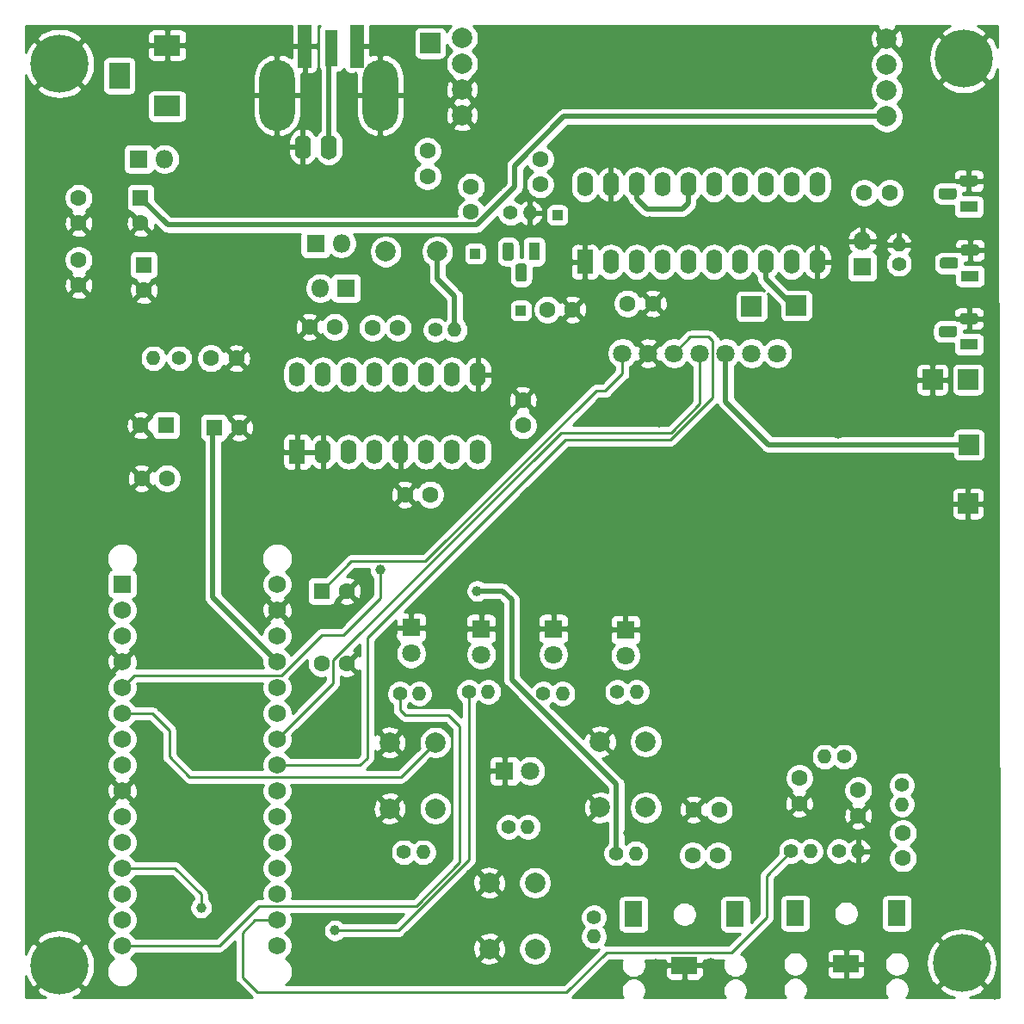
<source format=gtl>
G04 #@! TF.GenerationSoftware,KiCad,Pcbnew,(5.1.9)-1*
G04 #@! TF.CreationDate,2022-03-10T18:33:41-05:00*
G04 #@! TF.ProjectId,ADX,4144582e-6b69-4636-9164-5f7063625858,rev?*
G04 #@! TF.SameCoordinates,Original*
G04 #@! TF.FileFunction,Copper,L1,Top*
G04 #@! TF.FilePolarity,Positive*
%FSLAX46Y46*%
G04 Gerber Fmt 4.6, Leading zero omitted, Abs format (unit mm)*
G04 Created by KiCad (PCBNEW (5.1.9)-1) date 2022-03-10 18:33:41*
%MOMM*%
%LPD*%
G01*
G04 APERTURE LIST*
G04 #@! TA.AperFunction,ComponentPad*
%ADD10R,2.000000X2.000000*%
G04 #@! TD*
G04 #@! TA.AperFunction,ComponentPad*
%ADD11C,2.000000*%
G04 #@! TD*
G04 #@! TA.AperFunction,ComponentPad*
%ADD12O,1.400000X1.400000*%
G04 #@! TD*
G04 #@! TA.AperFunction,ComponentPad*
%ADD13C,1.400000*%
G04 #@! TD*
G04 #@! TA.AperFunction,ComponentPad*
%ADD14R,1.000000X1.000000*%
G04 #@! TD*
G04 #@! TA.AperFunction,ComponentPad*
%ADD15O,1.800000X1.800000*%
G04 #@! TD*
G04 #@! TA.AperFunction,ComponentPad*
%ADD16R,1.800000X1.800000*%
G04 #@! TD*
G04 #@! TA.AperFunction,ComponentPad*
%ADD17C,1.600000*%
G04 #@! TD*
G04 #@! TA.AperFunction,ComponentPad*
%ADD18R,1.600000X1.600000*%
G04 #@! TD*
G04 #@! TA.AperFunction,ComponentPad*
%ADD19R,1.727200X1.727200*%
G04 #@! TD*
G04 #@! TA.AperFunction,ComponentPad*
%ADD20C,1.727200*%
G04 #@! TD*
G04 #@! TA.AperFunction,ComponentPad*
%ADD21O,1.600000X2.400000*%
G04 #@! TD*
G04 #@! TA.AperFunction,ComponentPad*
%ADD22R,1.600000X2.400000*%
G04 #@! TD*
G04 #@! TA.AperFunction,ComponentPad*
%ADD23C,1.800000*%
G04 #@! TD*
G04 #@! TA.AperFunction,ComponentPad*
%ADD24R,1.100000X1.800000*%
G04 #@! TD*
G04 #@! TA.AperFunction,ComponentPad*
%ADD25R,1.800000X1.100000*%
G04 #@! TD*
G04 #@! TA.AperFunction,ComponentPad*
%ADD26O,1.600000X2.500000*%
G04 #@! TD*
G04 #@! TA.AperFunction,ComponentPad*
%ADD27O,3.500000X7.000000*%
G04 #@! TD*
G04 #@! TA.AperFunction,ComponentPad*
%ADD28R,2.600000X2.000000*%
G04 #@! TD*
G04 #@! TA.AperFunction,ComponentPad*
%ADD29R,2.000000X2.600000*%
G04 #@! TD*
G04 #@! TA.AperFunction,SMDPad,CuDef*
%ADD30R,1.270000X3.600000*%
G04 #@! TD*
G04 #@! TA.AperFunction,SMDPad,CuDef*
%ADD31R,1.350000X4.200000*%
G04 #@! TD*
G04 #@! TA.AperFunction,ComponentPad*
%ADD32C,5.700000*%
G04 #@! TD*
G04 #@! TA.AperFunction,ComponentPad*
%ADD33R,2.500000X1.800000*%
G04 #@! TD*
G04 #@! TA.AperFunction,ComponentPad*
%ADD34R,1.800000X2.500000*%
G04 #@! TD*
G04 #@! TA.AperFunction,ViaPad*
%ADD35C,1.000000*%
G04 #@! TD*
G04 #@! TA.AperFunction,Conductor*
%ADD36C,0.500000*%
G04 #@! TD*
G04 #@! TA.AperFunction,Conductor*
%ADD37C,0.250000*%
G04 #@! TD*
G04 #@! TA.AperFunction,Conductor*
%ADD38C,0.254000*%
G04 #@! TD*
G04 #@! TA.AperFunction,Conductor*
%ADD39C,0.100000*%
G04 #@! TD*
G04 APERTURE END LIST*
D10*
X148700000Y-48500000D03*
D11*
X105100000Y-104500000D03*
X109600000Y-104500000D03*
X105100000Y-98000000D03*
X109600000Y-98000000D03*
D12*
X115400000Y-103300000D03*
D13*
X115400000Y-101400000D03*
D14*
X103700000Y-36100000D03*
X108200000Y-41700000D03*
X111800000Y-32300000D03*
D10*
X152300000Y-54900000D03*
X152200000Y-60700000D03*
X99300000Y-15400000D03*
X152200000Y-48500000D03*
X130900000Y-41300000D03*
X135300000Y-41200000D03*
D12*
X101700000Y-43600000D03*
D13*
X99800000Y-43600000D03*
D12*
X109100000Y-32100000D03*
D13*
X107200000Y-32100000D03*
D12*
X145400000Y-35200000D03*
D13*
X145400000Y-37100000D03*
D12*
X98600000Y-95000000D03*
D13*
X96700000Y-95000000D03*
D12*
X119500000Y-95100000D03*
D13*
X117600000Y-95100000D03*
D12*
X119600000Y-79200000D03*
D13*
X117700000Y-79200000D03*
D12*
X112300000Y-79400000D03*
D13*
X110400000Y-79400000D03*
D12*
X105000000Y-79200000D03*
D13*
X103100000Y-79200000D03*
D12*
X98200000Y-79400000D03*
D13*
X96300000Y-79400000D03*
D12*
X108900000Y-92500000D03*
D13*
X107000000Y-92500000D03*
D12*
X145700000Y-90300000D03*
D13*
X145700000Y-88400000D03*
D12*
X138100000Y-85600000D03*
D13*
X140000000Y-85600000D03*
D12*
X141400000Y-94900000D03*
D13*
X139500000Y-94900000D03*
D12*
X136700000Y-94900000D03*
D13*
X134800000Y-94900000D03*
D11*
X99980000Y-35900000D03*
X94900000Y-35900000D03*
D12*
X72060000Y-46400000D03*
D13*
X74600000Y-46400000D03*
D15*
X73140000Y-26800000D03*
D16*
X70600000Y-26800000D03*
D15*
X90540000Y-35100000D03*
D16*
X88000000Y-35100000D03*
D15*
X88460000Y-39500000D03*
D16*
X91000000Y-39500000D03*
D15*
X141800000Y-34860000D03*
D16*
X141800000Y-37400000D03*
D17*
X99000000Y-28500000D03*
X99000000Y-26000000D03*
X80500000Y-53200000D03*
D18*
X78000000Y-53200000D03*
D17*
X80200000Y-46400000D03*
X77700000Y-46400000D03*
X70900000Y-58200000D03*
X73400000Y-58200000D03*
X70800000Y-53000000D03*
D18*
X73300000Y-53000000D03*
D17*
X99300000Y-59800000D03*
X96800000Y-59800000D03*
X96100000Y-43400000D03*
X93600000Y-43400000D03*
X108400000Y-53000000D03*
X108400000Y-50500000D03*
X89900000Y-43300000D03*
X87400000Y-43300000D03*
X103300000Y-29500000D03*
X103300000Y-32000000D03*
X113300000Y-41600000D03*
X110800000Y-41600000D03*
X110100000Y-26800000D03*
X110100000Y-29300000D03*
X71100000Y-39700000D03*
D18*
X71100000Y-37200000D03*
D17*
X64700000Y-39200000D03*
X64700000Y-36700000D03*
X64700000Y-33100000D03*
X64700000Y-30600000D03*
X70800000Y-33100000D03*
D18*
X70800000Y-30600000D03*
D17*
X142000000Y-30100000D03*
X144500000Y-30100000D03*
X121200000Y-41000000D03*
X118700000Y-41000000D03*
X125100000Y-95300000D03*
X127600000Y-95300000D03*
X125200000Y-90800000D03*
X127700000Y-90800000D03*
X141400000Y-91400000D03*
X141400000Y-88900000D03*
X135600000Y-90200000D03*
X135600000Y-87700000D03*
X145800000Y-95600000D03*
X145800000Y-93100000D03*
X91100000Y-76400000D03*
X88600000Y-76400000D03*
X91100000Y-69300000D03*
D18*
X88600000Y-69300000D03*
D19*
X68980000Y-68630000D03*
D20*
X68980000Y-71170000D03*
X68980000Y-73710000D03*
X68980000Y-76250000D03*
X68980000Y-78790000D03*
X68980000Y-81330000D03*
X68980000Y-83870000D03*
X68980000Y-86410000D03*
X68980000Y-88950000D03*
X68980000Y-91490000D03*
X68980000Y-94030000D03*
X68980000Y-96570000D03*
X68980000Y-99110000D03*
X68980000Y-101650000D03*
X68980000Y-104190000D03*
X84220000Y-104190000D03*
X84220000Y-101650000D03*
X84220000Y-99110000D03*
X84220000Y-96570000D03*
X84220000Y-94030000D03*
X84220000Y-91490000D03*
X84220000Y-88950000D03*
X84220000Y-86410000D03*
X84220000Y-83870000D03*
X84220000Y-81330000D03*
X84220000Y-78790000D03*
X84220000Y-76250000D03*
X84220000Y-73710000D03*
X84220000Y-71170000D03*
X84220000Y-68630000D03*
D11*
X102420000Y-22500000D03*
X102420000Y-19960000D03*
X102420000Y-17420000D03*
X102420000Y-14880000D03*
X144200000Y-22600000D03*
X144200000Y-20060000D03*
X144200000Y-17520000D03*
X144200000Y-14980000D03*
D21*
X114500000Y-29280000D03*
X137360000Y-36900000D03*
X117040000Y-29280000D03*
X134820000Y-36900000D03*
X119580000Y-29280000D03*
X132280000Y-36900000D03*
X122120000Y-29280000D03*
X129740000Y-36900000D03*
X124660000Y-29280000D03*
X127200000Y-36900000D03*
X127200000Y-29280000D03*
X124660000Y-36900000D03*
X129740000Y-29280000D03*
X122120000Y-36900000D03*
X132280000Y-29280000D03*
X119580000Y-36900000D03*
X134820000Y-29280000D03*
X117040000Y-36900000D03*
X137360000Y-29280000D03*
D22*
X114500000Y-36900000D03*
D23*
X133436000Y-45904000D03*
X130896000Y-45904000D03*
X128356000Y-45904000D03*
X125816000Y-45904000D03*
X123276000Y-45904000D03*
X120736000Y-45904000D03*
X118196000Y-45904000D03*
D21*
X86200000Y-47980000D03*
X103980000Y-55600000D03*
X88740000Y-47980000D03*
X101440000Y-55600000D03*
X91280000Y-47980000D03*
X98900000Y-55600000D03*
X93820000Y-47980000D03*
X96360000Y-55600000D03*
X96360000Y-47980000D03*
X93820000Y-55600000D03*
X98900000Y-47980000D03*
X91280000Y-55600000D03*
X101440000Y-47980000D03*
X88740000Y-55600000D03*
X103980000Y-47980000D03*
D22*
X86200000Y-55600000D03*
D11*
X95300000Y-90700000D03*
X99800000Y-90700000D03*
X95300000Y-84200000D03*
X99800000Y-84200000D03*
X116000000Y-90600000D03*
X120500000Y-90600000D03*
X116000000Y-84100000D03*
X120500000Y-84100000D03*
D24*
X109500000Y-35900000D03*
G04 #@! TA.AperFunction,ComponentPad*
G36*
G01*
X107510000Y-35275000D02*
X107510000Y-36525000D01*
G75*
G02*
X107235000Y-36800000I-275000J0D01*
G01*
X106685000Y-36800000D01*
G75*
G02*
X106410000Y-36525000I0J275000D01*
G01*
X106410000Y-35275000D01*
G75*
G02*
X106685000Y-35000000I275000J0D01*
G01*
X107235000Y-35000000D01*
G75*
G02*
X107510000Y-35275000I0J-275000D01*
G01*
G37*
G04 #@! TD.AperFunction*
G04 #@! TA.AperFunction,ComponentPad*
G36*
G01*
X108780000Y-37345000D02*
X108780000Y-38595000D01*
G75*
G02*
X108505000Y-38870000I-275000J0D01*
G01*
X107955000Y-38870000D01*
G75*
G02*
X107680000Y-38595000I0J275000D01*
G01*
X107680000Y-37345000D01*
G75*
G02*
X107955000Y-37070000I275000J0D01*
G01*
X108505000Y-37070000D01*
G75*
G02*
X108780000Y-37345000I0J-275000D01*
G01*
G37*
G04 #@! TD.AperFunction*
D25*
X152270000Y-31470000D03*
G04 #@! TA.AperFunction,ComponentPad*
G36*
G01*
X152895000Y-29480000D02*
X151645000Y-29480000D01*
G75*
G02*
X151370000Y-29205000I0J275000D01*
G01*
X151370000Y-28655000D01*
G75*
G02*
X151645000Y-28380000I275000J0D01*
G01*
X152895000Y-28380000D01*
G75*
G02*
X153170000Y-28655000I0J-275000D01*
G01*
X153170000Y-29205000D01*
G75*
G02*
X152895000Y-29480000I-275000J0D01*
G01*
G37*
G04 #@! TD.AperFunction*
G04 #@! TA.AperFunction,ComponentPad*
G36*
G01*
X150825000Y-30750000D02*
X149575000Y-30750000D01*
G75*
G02*
X149300000Y-30475000I0J275000D01*
G01*
X149300000Y-29925000D01*
G75*
G02*
X149575000Y-29650000I275000J0D01*
G01*
X150825000Y-29650000D01*
G75*
G02*
X151100000Y-29925000I0J-275000D01*
G01*
X151100000Y-30475000D01*
G75*
G02*
X150825000Y-30750000I-275000J0D01*
G01*
G37*
G04 #@! TD.AperFunction*
X152400000Y-38300000D03*
G04 #@! TA.AperFunction,ComponentPad*
G36*
G01*
X153025000Y-36310000D02*
X151775000Y-36310000D01*
G75*
G02*
X151500000Y-36035000I0J275000D01*
G01*
X151500000Y-35485000D01*
G75*
G02*
X151775000Y-35210000I275000J0D01*
G01*
X153025000Y-35210000D01*
G75*
G02*
X153300000Y-35485000I0J-275000D01*
G01*
X153300000Y-36035000D01*
G75*
G02*
X153025000Y-36310000I-275000J0D01*
G01*
G37*
G04 #@! TD.AperFunction*
G04 #@! TA.AperFunction,ComponentPad*
G36*
G01*
X150955000Y-37580000D02*
X149705000Y-37580000D01*
G75*
G02*
X149430000Y-37305000I0J275000D01*
G01*
X149430000Y-36755000D01*
G75*
G02*
X149705000Y-36480000I275000J0D01*
G01*
X150955000Y-36480000D01*
G75*
G02*
X151230000Y-36755000I0J-275000D01*
G01*
X151230000Y-37305000D01*
G75*
G02*
X150955000Y-37580000I-275000J0D01*
G01*
G37*
G04 #@! TD.AperFunction*
X152300000Y-45040000D03*
G04 #@! TA.AperFunction,ComponentPad*
G36*
G01*
X152925000Y-43050000D02*
X151675000Y-43050000D01*
G75*
G02*
X151400000Y-42775000I0J275000D01*
G01*
X151400000Y-42225000D01*
G75*
G02*
X151675000Y-41950000I275000J0D01*
G01*
X152925000Y-41950000D01*
G75*
G02*
X153200000Y-42225000I0J-275000D01*
G01*
X153200000Y-42775000D01*
G75*
G02*
X152925000Y-43050000I-275000J0D01*
G01*
G37*
G04 #@! TD.AperFunction*
G04 #@! TA.AperFunction,ComponentPad*
G36*
G01*
X150855000Y-44320000D02*
X149605000Y-44320000D01*
G75*
G02*
X149330000Y-44045000I0J275000D01*
G01*
X149330000Y-43495000D01*
G75*
G02*
X149605000Y-43220000I275000J0D01*
G01*
X150855000Y-43220000D01*
G75*
G02*
X151130000Y-43495000I0J-275000D01*
G01*
X151130000Y-44045000D01*
G75*
G02*
X150855000Y-44320000I-275000J0D01*
G01*
G37*
G04 #@! TD.AperFunction*
D26*
X86760000Y-25600000D03*
X89300000Y-25600000D03*
D27*
X94380000Y-20520000D03*
X84220000Y-20520000D03*
D28*
X73400000Y-15600000D03*
X73400000Y-21600000D03*
D29*
X68700000Y-18600000D03*
D30*
X89574600Y-15854000D03*
D31*
X86933000Y-15676200D03*
X92089200Y-15676200D03*
D32*
X62800000Y-17400000D03*
X62800000Y-106100000D03*
X151800000Y-16900000D03*
X151600000Y-105900000D03*
D23*
X118500000Y-75640000D03*
D16*
X118500000Y-73100000D03*
D23*
X111400000Y-75540000D03*
D16*
X111400000Y-73000000D03*
D23*
X104300000Y-75540000D03*
D16*
X104300000Y-73000000D03*
D23*
X97400000Y-75440000D03*
D16*
X97400000Y-72900000D03*
D23*
X109140000Y-87000000D03*
D16*
X106600000Y-87000000D03*
D33*
X124300000Y-106100000D03*
D34*
X129300000Y-101100000D03*
X119300000Y-101100000D03*
D33*
X140200000Y-106000000D03*
D34*
X145200000Y-101000000D03*
X135200000Y-101000000D03*
D35*
X68100000Y-14600000D03*
X112000000Y-35700000D03*
X103700000Y-38400000D03*
X97400000Y-35300000D03*
X93800000Y-38500000D03*
X100400000Y-30600000D03*
X71400000Y-106800000D03*
X79000000Y-106800000D03*
X73300000Y-99800000D03*
X80000000Y-99000000D03*
X121800000Y-108700000D03*
X126200000Y-108800000D03*
X132600000Y-108800000D03*
X138200000Y-108900000D03*
X142500000Y-108800000D03*
X99800000Y-100800000D03*
X98200000Y-102500000D03*
X87700000Y-99100000D03*
X95800000Y-99100000D03*
X94000000Y-101500000D03*
X88300000Y-101600000D03*
X143000000Y-86100000D03*
X153200000Y-40400000D03*
X153400000Y-33700000D03*
X72100000Y-18500000D03*
X76800000Y-18800000D03*
X79500000Y-14600000D03*
X79600000Y-25300000D03*
X80000000Y-19200000D03*
X84200000Y-14700000D03*
X91200000Y-21300000D03*
X87800000Y-21100000D03*
X82200000Y-29500000D03*
X87800000Y-29900000D03*
X95200000Y-29500000D03*
X77800000Y-30700000D03*
X76500000Y-26200000D03*
X70200000Y-24300000D03*
X70200000Y-21200000D03*
X67600000Y-23800000D03*
X64100000Y-23100000D03*
X60600000Y-25900000D03*
X61700000Y-28800000D03*
X61600000Y-31300000D03*
X61300000Y-34900000D03*
X61400000Y-37800000D03*
X61300000Y-40200000D03*
X62700000Y-43500000D03*
X64300000Y-44300000D03*
X67200000Y-32600000D03*
X68100000Y-34800000D03*
X75300000Y-35500000D03*
X81000000Y-35300000D03*
X85000000Y-35300000D03*
X82200000Y-38900000D03*
X85800000Y-39300000D03*
X79300000Y-40300000D03*
X78800000Y-36800000D03*
X76000000Y-40800000D03*
X84500000Y-31600000D03*
X92100000Y-30300000D03*
X97600000Y-21000000D03*
X95800000Y-15000000D03*
X87500000Y-19100000D03*
X90900000Y-19300000D03*
X83600000Y-26100000D03*
X92600000Y-27500000D03*
X100300000Y-24000000D03*
X76800000Y-14800000D03*
X100600000Y-18600000D03*
X104200000Y-26400000D03*
X107500000Y-25000000D03*
X104900000Y-23600000D03*
X108400000Y-21500000D03*
X105200000Y-18400000D03*
X109300000Y-17200000D03*
X105200000Y-15400000D03*
X112100000Y-14700000D03*
X118600000Y-14900000D03*
X117400000Y-20000000D03*
X119600000Y-20200000D03*
X114000000Y-21000000D03*
X113500000Y-24700000D03*
X116500000Y-26700000D03*
X120000000Y-24000000D03*
X120300000Y-26300000D03*
X106000000Y-29500000D03*
X106200000Y-26100000D03*
X116100000Y-15200000D03*
X121800000Y-14600000D03*
X129000000Y-15400000D03*
X136300000Y-14900000D03*
X140800000Y-14900000D03*
X133500000Y-15200000D03*
X123600000Y-20400000D03*
X130600000Y-20300000D03*
X136200000Y-20200000D03*
X139800000Y-20300000D03*
X124000000Y-24600000D03*
X128000000Y-24300000D03*
X132800000Y-24800000D03*
X137200000Y-25100000D03*
X141000000Y-24900000D03*
X143100000Y-26400000D03*
X146200000Y-26300000D03*
X146900000Y-14300000D03*
X151000000Y-25700000D03*
X147700000Y-22800000D03*
X153800000Y-21500000D03*
X150000000Y-28100000D03*
X149300000Y-32700000D03*
X149200000Y-34900000D03*
X147300000Y-32700000D03*
X143400000Y-32700000D03*
X143800000Y-39600000D03*
X148000000Y-39500000D03*
X147800000Y-42600000D03*
X136500000Y-34400000D03*
X139500000Y-36200000D03*
X139900000Y-31100000D03*
X139800000Y-27700000D03*
X138000000Y-39600000D03*
X141000000Y-41200000D03*
X143600000Y-44300000D03*
X144700000Y-49500000D03*
X147600000Y-51600000D03*
X141800000Y-51100000D03*
X139600000Y-47200000D03*
X139700000Y-43800000D03*
X136400000Y-52300000D03*
X133000000Y-51400000D03*
X136300000Y-47700000D03*
X123800000Y-41000000D03*
X125500000Y-42700000D03*
X128400000Y-40600000D03*
X122100000Y-43500000D03*
X116500000Y-43700000D03*
X117300000Y-39400000D03*
X117800000Y-32500000D03*
X120900000Y-32900000D03*
X114200000Y-31800000D03*
X114400000Y-34100000D03*
X111600000Y-38600000D03*
X142400000Y-48600000D03*
X154600000Y-46700000D03*
X154400000Y-51800000D03*
X151100000Y-51700000D03*
X139400000Y-53800000D03*
X144500000Y-53300000D03*
X135900000Y-56500000D03*
X143000000Y-57500000D03*
X147500000Y-56800000D03*
X124100000Y-56100000D03*
X126700000Y-52600000D03*
X128600000Y-53600000D03*
X132300000Y-57400000D03*
X128100000Y-57100000D03*
X117100000Y-51400000D03*
X123900000Y-50800000D03*
X121800000Y-52700000D03*
X120700000Y-50700000D03*
X121800000Y-47500000D03*
X108900000Y-44400000D03*
X112400000Y-44500000D03*
X114600000Y-47000000D03*
X114100000Y-39500000D03*
X112000000Y-46600000D03*
X111400000Y-50600000D03*
X115100000Y-52100000D03*
X105700000Y-63000000D03*
X110000000Y-59600000D03*
X113300000Y-56700000D03*
X117200000Y-56900000D03*
X121000000Y-57500000D03*
X109800000Y-62800000D03*
X115200000Y-61400000D03*
X117800000Y-59200000D03*
X121000000Y-62900000D03*
X126100000Y-61200000D03*
X126600000Y-66400000D03*
X130900000Y-62700000D03*
X135600000Y-60700000D03*
X139200000Y-58500000D03*
X141900000Y-64000000D03*
X146100000Y-60300000D03*
X148300000Y-64700000D03*
X152200000Y-65300000D03*
X154400000Y-60800000D03*
X154400000Y-58300000D03*
X151800000Y-57400000D03*
X154400000Y-54700000D03*
X154400000Y-66500000D03*
X122600000Y-65500000D03*
X127500000Y-73400000D03*
X130500000Y-68500000D03*
X134300000Y-66100000D03*
X137000000Y-63500000D03*
X140900000Y-68800000D03*
X146600000Y-72800000D03*
X145900000Y-66600000D03*
X138200000Y-79000000D03*
X136700000Y-71800000D03*
X137600000Y-67900000D03*
X131600000Y-73900000D03*
X132800000Y-79600000D03*
X136800000Y-75200000D03*
X141900000Y-75900000D03*
X146300000Y-77200000D03*
X152000000Y-75300000D03*
X150200000Y-70600000D03*
X150600000Y-78500000D03*
X141400000Y-72200000D03*
X126300000Y-77400000D03*
X130700000Y-83800000D03*
X126000000Y-83300000D03*
X131200000Y-91000000D03*
X134600000Y-83600000D03*
X142900000Y-79900000D03*
X147800000Y-82400000D03*
X151900000Y-86600000D03*
X153000000Y-81000000D03*
X148500000Y-87000000D03*
X154700000Y-92600000D03*
X149600000Y-94600000D03*
X152100000Y-90500000D03*
X154000000Y-84700000D03*
X137100000Y-104700000D03*
X138400000Y-103300000D03*
X142100000Y-102900000D03*
X143400000Y-105300000D03*
X132600000Y-105700000D03*
X132900000Y-103700000D03*
X129900000Y-96400000D03*
X121800000Y-96600000D03*
X121900000Y-88000000D03*
X118800000Y-93100000D03*
X118800000Y-87800000D03*
X118800000Y-82000000D03*
X118200000Y-85500000D03*
X121600000Y-103400000D03*
X127000000Y-103100000D03*
X121500000Y-106000000D03*
X126900000Y-105900000D03*
X147900000Y-108700000D03*
X154800000Y-109000000D03*
X149200000Y-101800000D03*
X151700000Y-97300000D03*
X153300000Y-102100000D03*
X154200000Y-95500000D03*
X154500000Y-99500000D03*
X94900000Y-81600000D03*
X94800000Y-75700000D03*
X101000000Y-74400000D03*
X101000000Y-72300000D03*
X108300000Y-69100000D03*
X109000000Y-75100000D03*
X114300000Y-80000000D03*
X114900000Y-76500000D03*
X114800000Y-73000000D03*
X112400000Y-69500000D03*
X112400000Y-86400000D03*
X112000000Y-90900000D03*
X111900000Y-94700000D03*
X107800000Y-95800000D03*
X112300000Y-101000000D03*
X114300000Y-96000000D03*
X107800000Y-101200000D03*
X103000000Y-102200000D03*
X87700000Y-90900000D03*
X88000000Y-95700000D03*
X71200000Y-83200000D03*
X72300000Y-87400000D03*
X72800000Y-79300000D03*
X75700000Y-83200000D03*
X78300000Y-79900000D03*
X71400000Y-67700000D03*
X72100000Y-75500000D03*
X76300000Y-74300000D03*
X79700000Y-76100000D03*
X72500000Y-71000000D03*
X75500000Y-66300000D03*
X80200000Y-66400000D03*
X81000000Y-62400000D03*
X85100000Y-61700000D03*
X87800000Y-59100000D03*
X73900000Y-61300000D03*
X79900000Y-59000000D03*
X61600000Y-57600000D03*
X63500000Y-61500000D03*
X60500000Y-70500000D03*
X63700000Y-73000000D03*
X62000000Y-80100000D03*
X63000000Y-81500000D03*
X61000000Y-89400000D03*
X62900000Y-96300000D03*
X61700000Y-101500000D03*
X60500000Y-95000000D03*
X65400000Y-78500000D03*
X61500000Y-75500000D03*
X65000000Y-66300000D03*
X61100000Y-64400000D03*
X74200000Y-93800000D03*
X79400000Y-92500000D03*
X76600000Y-90700000D03*
X81700000Y-95800000D03*
X78200000Y-95900000D03*
X80900000Y-85700000D03*
X88500000Y-84100000D03*
X91400000Y-79900000D03*
X86800000Y-78700000D03*
X86600000Y-73100000D03*
X92000000Y-64100000D03*
X92000000Y-58600000D03*
X97300000Y-62200000D03*
X102600000Y-59900000D03*
X107200000Y-55700000D03*
X94600000Y-52800000D03*
X96000000Y-51900000D03*
X101200000Y-51000000D03*
X103700000Y-51000000D03*
X85700000Y-50900000D03*
X89100000Y-52600000D03*
X83100000Y-45000000D03*
X83300000Y-51500000D03*
X83100000Y-58000000D03*
X79400000Y-49400000D03*
X83100000Y-48600000D03*
X74000000Y-48900000D03*
X75700000Y-56500000D03*
X75900000Y-51300000D03*
X69800000Y-42400000D03*
X69200000Y-46000000D03*
X69700000Y-48700000D03*
X69000000Y-56300000D03*
X71800000Y-61200000D03*
X60400000Y-46000000D03*
X62700000Y-50600000D03*
X64700000Y-55700000D03*
X61600000Y-54300000D03*
X72900000Y-42600000D03*
X89000000Y-41600000D03*
X95700000Y-41400000D03*
X104500000Y-41300000D03*
X106600000Y-43200000D03*
X109500000Y-40000000D03*
X144100000Y-98500000D03*
X87700000Y-107200000D03*
X91200000Y-107200000D03*
X95300000Y-107200000D03*
X99300000Y-107200000D03*
X112100000Y-107000000D03*
X107200000Y-107300000D03*
X105000000Y-100900000D03*
X75500000Y-107200000D03*
X125500000Y-14900000D03*
X127300000Y-20500000D03*
X147300000Y-17900000D03*
X107500000Y-14600000D03*
X65700000Y-26700000D03*
X64200000Y-92400000D03*
X64700000Y-86800000D03*
X60600000Y-84700000D03*
X126400000Y-87600000D03*
X116700000Y-66400000D03*
X120300000Y-70000000D03*
X103400000Y-65900000D03*
X113000000Y-65900000D03*
X115700000Y-70200000D03*
X138300000Y-88400000D03*
X138200000Y-92400000D03*
X135800000Y-92600000D03*
X131400000Y-87300000D03*
X132200000Y-94900000D03*
X149500000Y-91400000D03*
X105100000Y-34400000D03*
X133200000Y-43300000D03*
X126200000Y-33200000D03*
X128700000Y-33100000D03*
X131100000Y-32900000D03*
X133600000Y-33000000D03*
X123600000Y-33700000D03*
X96400000Y-45400000D03*
X146400000Y-45300000D03*
X149300000Y-45900000D03*
X149200000Y-52900000D03*
X103900000Y-69300000D03*
X89900000Y-102700000D03*
X76738601Y-100461399D03*
X94400000Y-67200000D03*
D36*
X84220000Y-76250000D02*
X77900000Y-69930000D01*
X77900000Y-53300000D02*
X78000000Y-53200000D01*
X77900000Y-69930000D02*
X77900000Y-53300000D01*
D37*
X98823589Y-66374999D02*
X115598588Y-49600000D01*
X91525001Y-66374999D02*
X98823589Y-66374999D01*
X88600000Y-69300000D02*
X91525001Y-66374999D01*
X115598588Y-49600000D02*
X116500000Y-49600000D01*
X118196000Y-47904000D02*
X118196000Y-45904000D01*
X116500000Y-49600000D02*
X118196000Y-47904000D01*
D36*
X117600000Y-88302002D02*
X107300000Y-78002002D01*
X117600000Y-95100000D02*
X117600000Y-88302002D01*
X107300000Y-78002002D02*
X107300000Y-70200000D01*
X107300000Y-70200000D02*
X106400000Y-69300000D01*
X106400000Y-69300000D02*
X103900000Y-69300000D01*
X103900000Y-69300000D02*
X103900000Y-69300000D01*
X103900001Y-33250001D02*
X107600000Y-29550002D01*
X73450001Y-33250001D02*
X103900001Y-33250001D01*
X70800000Y-30600000D02*
X73450001Y-33250001D01*
X112449998Y-22600000D02*
X144200000Y-22600000D01*
X107600000Y-27449998D02*
X112449998Y-22600000D01*
X107600000Y-29550002D02*
X107600000Y-27449998D01*
X89300000Y-16128600D02*
X89574600Y-15854000D01*
X89300000Y-25600000D02*
X89300000Y-16128600D01*
D37*
X134800000Y-94900000D02*
X132400000Y-97300000D01*
X132400000Y-97300000D02*
X132400000Y-101400000D01*
X128925001Y-104874999D02*
X116625001Y-104874999D01*
X132400000Y-101400000D02*
X128925001Y-104874999D01*
X116625001Y-104874999D02*
X112700000Y-108800000D01*
X112700000Y-108800000D02*
X82300000Y-108800000D01*
X82300000Y-108800000D02*
X80800000Y-107300000D01*
X80800000Y-107300000D02*
X80800000Y-102900000D01*
X82050000Y-101650000D02*
X84220000Y-101650000D01*
X80800000Y-102900000D02*
X82050000Y-101650000D01*
X68980000Y-104190000D02*
X78510000Y-104190000D01*
X82401399Y-100298601D02*
X97901399Y-100298601D01*
X78510000Y-104190000D02*
X82401399Y-100298601D01*
X97901399Y-100298601D02*
X102200000Y-96000000D01*
X102200000Y-96000000D02*
X102200000Y-82600000D01*
X102200000Y-82600000D02*
X101100000Y-81500000D01*
X101100000Y-81500000D02*
X96800000Y-81500000D01*
X96300000Y-81000000D02*
X96300000Y-79400000D01*
X96800000Y-81500000D02*
X96300000Y-81000000D01*
X103100000Y-95736410D02*
X96136410Y-102700000D01*
X103100000Y-79200000D02*
X103100000Y-95736410D01*
X96136410Y-102700000D02*
X89900000Y-102700000D01*
X89900000Y-102700000D02*
X89800000Y-102700000D01*
X68980000Y-96570000D02*
X74170000Y-96570000D01*
X76738601Y-99138601D02*
X76738601Y-100461399D01*
X74170000Y-96570000D02*
X76738601Y-99138601D01*
X84627731Y-77601399D02*
X88600000Y-73629130D01*
X70168601Y-77601399D02*
X84627731Y-77601399D01*
X68980000Y-78790000D02*
X70168601Y-77601399D01*
X88600000Y-73629130D02*
X90770870Y-73629130D01*
X90770870Y-73629130D02*
X94400000Y-70000000D01*
X94400000Y-70000000D02*
X94400000Y-67500000D01*
X94400000Y-67500000D02*
X94400000Y-67200000D01*
X96401399Y-87598601D02*
X75598601Y-87598601D01*
X99800000Y-84200000D02*
X96401399Y-87598601D01*
X75598601Y-87598601D02*
X73600000Y-85600000D01*
X73600000Y-85600000D02*
X73600000Y-83000000D01*
X71930000Y-81330000D02*
X68980000Y-81330000D01*
X73600000Y-83000000D02*
X71930000Y-81330000D01*
D36*
X135300000Y-41200000D02*
X134900000Y-41200000D01*
X132280000Y-38580000D02*
X132280000Y-36900000D01*
X134900000Y-41200000D02*
X132280000Y-38580000D01*
X128356000Y-45904000D02*
X128356000Y-50656000D01*
X132600000Y-54900000D02*
X152300000Y-54900000D01*
X128356000Y-50656000D02*
X132600000Y-54900000D01*
D37*
X89725001Y-76109997D02*
X112134998Y-53700000D01*
X89725001Y-78364999D02*
X89725001Y-76109997D01*
X84220000Y-83870000D02*
X89725001Y-78364999D01*
X112134998Y-53700000D02*
X123000000Y-53700000D01*
X125816000Y-50884000D02*
X125816000Y-45904000D01*
X123000000Y-53700000D02*
X125816000Y-50884000D01*
X123276000Y-45904000D02*
X124900000Y-44280000D01*
X124900000Y-44280000D02*
X126680000Y-44280000D01*
X126680000Y-44280000D02*
X127100000Y-44700000D01*
X127100000Y-50236410D02*
X122936410Y-54400000D01*
X127100000Y-44700000D02*
X127100000Y-50236410D01*
X122936410Y-54400000D02*
X112600000Y-54400000D01*
X112600000Y-54400000D02*
X93100000Y-73900000D01*
X93100000Y-73900000D02*
X93100000Y-85700000D01*
X92390000Y-86410000D02*
X84220000Y-86410000D01*
X93100000Y-85700000D02*
X92390000Y-86410000D01*
D36*
X99980000Y-35900000D02*
X99980000Y-38580000D01*
X101700000Y-40300000D02*
X101700000Y-43600000D01*
X99980000Y-38580000D02*
X101700000Y-40300000D01*
X135000000Y-36720000D02*
X134820000Y-36900000D01*
X119580000Y-29280000D02*
X119580000Y-30680000D01*
X119580000Y-30680000D02*
X120600000Y-31700000D01*
X120600000Y-31700000D02*
X124100000Y-31700000D01*
X124660000Y-31140000D02*
X124660000Y-29280000D01*
X124100000Y-31700000D02*
X124660000Y-31140000D01*
D38*
X85623000Y-15390450D02*
X85781750Y-15549200D01*
X86806000Y-15549200D01*
X86806000Y-15529200D01*
X87060000Y-15529200D01*
X87060000Y-15549200D01*
X88084250Y-15549200D01*
X88243000Y-15390450D01*
X88245888Y-13685000D01*
X88420968Y-13685000D01*
X88409063Y-13699506D01*
X88350098Y-13809820D01*
X88313788Y-13929518D01*
X88301528Y-14054000D01*
X88301528Y-17654000D01*
X88313788Y-17778482D01*
X88350098Y-17898180D01*
X88409063Y-18008494D01*
X88415001Y-18015729D01*
X88415000Y-24019922D01*
X88280392Y-24130393D01*
X88101068Y-24348900D01*
X88032735Y-24476742D01*
X87882601Y-24247161D01*
X87684895Y-24045500D01*
X87451646Y-23886285D01*
X87191818Y-23775633D01*
X87109039Y-23758096D01*
X86887000Y-23880085D01*
X86887000Y-25473000D01*
X86907000Y-25473000D01*
X86907000Y-25727000D01*
X86887000Y-25727000D01*
X86887000Y-27319915D01*
X87109039Y-27441904D01*
X87191818Y-27424367D01*
X87451646Y-27313715D01*
X87684895Y-27154500D01*
X87882601Y-26952839D01*
X88032735Y-26723259D01*
X88101068Y-26851101D01*
X88280393Y-27069608D01*
X88498900Y-27248932D01*
X88748193Y-27382182D01*
X89018692Y-27464236D01*
X89300000Y-27491943D01*
X89581309Y-27464236D01*
X89851808Y-27382182D01*
X90101101Y-27248932D01*
X90319608Y-27069608D01*
X90498932Y-26851101D01*
X90632182Y-26601808D01*
X90714236Y-26331309D01*
X90735000Y-26120491D01*
X90735000Y-25858665D01*
X97565000Y-25858665D01*
X97565000Y-26141335D01*
X97620147Y-26418574D01*
X97728320Y-26679727D01*
X97885363Y-26914759D01*
X98085241Y-27114637D01*
X98287827Y-27250000D01*
X98085241Y-27385363D01*
X97885363Y-27585241D01*
X97728320Y-27820273D01*
X97620147Y-28081426D01*
X97565000Y-28358665D01*
X97565000Y-28641335D01*
X97620147Y-28918574D01*
X97728320Y-29179727D01*
X97885363Y-29414759D01*
X98085241Y-29614637D01*
X98320273Y-29771680D01*
X98581426Y-29879853D01*
X98858665Y-29935000D01*
X99141335Y-29935000D01*
X99418574Y-29879853D01*
X99679727Y-29771680D01*
X99914759Y-29614637D01*
X100114637Y-29414759D01*
X100271680Y-29179727D01*
X100379853Y-28918574D01*
X100435000Y-28641335D01*
X100435000Y-28358665D01*
X100379853Y-28081426D01*
X100271680Y-27820273D01*
X100114637Y-27585241D01*
X99914759Y-27385363D01*
X99712173Y-27250000D01*
X99914759Y-27114637D01*
X100114637Y-26914759D01*
X100271680Y-26679727D01*
X100379853Y-26418574D01*
X100435000Y-26141335D01*
X100435000Y-25858665D01*
X100379853Y-25581426D01*
X100271680Y-25320273D01*
X100114637Y-25085241D01*
X99914759Y-24885363D01*
X99679727Y-24728320D01*
X99418574Y-24620147D01*
X99141335Y-24565000D01*
X98858665Y-24565000D01*
X98581426Y-24620147D01*
X98320273Y-24728320D01*
X98085241Y-24885363D01*
X97885363Y-25085241D01*
X97728320Y-25320273D01*
X97620147Y-25581426D01*
X97565000Y-25858665D01*
X90735000Y-25858665D01*
X90735000Y-25079508D01*
X90714236Y-24868691D01*
X90632182Y-24598192D01*
X90498932Y-24348899D01*
X90319607Y-24130392D01*
X90185000Y-24019923D01*
X90185000Y-20647000D01*
X91995000Y-20647000D01*
X91995000Y-22397000D01*
X92065604Y-22859850D01*
X92225148Y-23300032D01*
X92467502Y-23700631D01*
X92783352Y-24046252D01*
X93160561Y-24323612D01*
X93584632Y-24522053D01*
X93881997Y-24602427D01*
X94253000Y-24492625D01*
X94253000Y-20647000D01*
X94507000Y-20647000D01*
X94507000Y-24492625D01*
X94878003Y-24602427D01*
X95175368Y-24522053D01*
X95599439Y-24323612D01*
X95976648Y-24046252D01*
X96292498Y-23700631D01*
X96331953Y-23635413D01*
X101464192Y-23635413D01*
X101559956Y-23899814D01*
X101849571Y-24040704D01*
X102161108Y-24122384D01*
X102482595Y-24141718D01*
X102801675Y-24097961D01*
X103106088Y-23992795D01*
X103280044Y-23899814D01*
X103375808Y-23635413D01*
X102420000Y-22679605D01*
X101464192Y-23635413D01*
X96331953Y-23635413D01*
X96534852Y-23300032D01*
X96694396Y-22859850D01*
X96739739Y-22562595D01*
X100778282Y-22562595D01*
X100822039Y-22881675D01*
X100927205Y-23186088D01*
X101020186Y-23360044D01*
X101284587Y-23455808D01*
X102240395Y-22500000D01*
X102599605Y-22500000D01*
X103555413Y-23455808D01*
X103819814Y-23360044D01*
X103960704Y-23070429D01*
X104042384Y-22758892D01*
X104061718Y-22437405D01*
X104017961Y-22118325D01*
X103912795Y-21813912D01*
X103819814Y-21639956D01*
X103555413Y-21544192D01*
X102599605Y-22500000D01*
X102240395Y-22500000D01*
X101284587Y-21544192D01*
X101020186Y-21639956D01*
X100879296Y-21929571D01*
X100797616Y-22241108D01*
X100778282Y-22562595D01*
X96739739Y-22562595D01*
X96765000Y-22397000D01*
X96765000Y-21095413D01*
X101464192Y-21095413D01*
X101512938Y-21230000D01*
X101464192Y-21364587D01*
X102420000Y-22320395D01*
X103375808Y-21364587D01*
X103327062Y-21230000D01*
X103375808Y-21095413D01*
X102420000Y-20139605D01*
X101464192Y-21095413D01*
X96765000Y-21095413D01*
X96765000Y-20647000D01*
X94507000Y-20647000D01*
X94253000Y-20647000D01*
X91995000Y-20647000D01*
X90185000Y-20647000D01*
X90185000Y-18292072D01*
X90209600Y-18292072D01*
X90334082Y-18279812D01*
X90453780Y-18243502D01*
X90564094Y-18184537D01*
X90660785Y-18105185D01*
X90740137Y-18008494D01*
X90791783Y-17911873D01*
X90824698Y-18020380D01*
X90883663Y-18130694D01*
X90963015Y-18227385D01*
X91059706Y-18306737D01*
X91170020Y-18365702D01*
X91289718Y-18402012D01*
X91414200Y-18414272D01*
X91803450Y-18411200D01*
X91962198Y-18252452D01*
X91962198Y-18411200D01*
X92030359Y-18411200D01*
X91995000Y-18643000D01*
X91995000Y-20393000D01*
X94253000Y-20393000D01*
X94253000Y-16547375D01*
X94507000Y-16547375D01*
X94507000Y-20393000D01*
X96765000Y-20393000D01*
X96765000Y-20022595D01*
X100778282Y-20022595D01*
X100822039Y-20341675D01*
X100927205Y-20646088D01*
X101020186Y-20820044D01*
X101284587Y-20915808D01*
X102240395Y-19960000D01*
X102599605Y-19960000D01*
X103555413Y-20915808D01*
X103819814Y-20820044D01*
X103960704Y-20530429D01*
X104042384Y-20218892D01*
X104061718Y-19897405D01*
X104017961Y-19578325D01*
X103912795Y-19273912D01*
X103819814Y-19099956D01*
X103555413Y-19004192D01*
X102599605Y-19960000D01*
X102240395Y-19960000D01*
X101284587Y-19004192D01*
X101020186Y-19099956D01*
X100879296Y-19389571D01*
X100797616Y-19701108D01*
X100778282Y-20022595D01*
X96765000Y-20022595D01*
X96765000Y-18643000D01*
X96694396Y-18180150D01*
X96534852Y-17739968D01*
X96292498Y-17339369D01*
X95976648Y-16993748D01*
X95599439Y-16716388D01*
X95175368Y-16517947D01*
X94878003Y-16437573D01*
X94507000Y-16547375D01*
X94253000Y-16547375D01*
X93881997Y-16437573D01*
X93584632Y-16517947D01*
X93400288Y-16604210D01*
X93399200Y-15961950D01*
X93240450Y-15803200D01*
X92216200Y-15803200D01*
X92216200Y-15823200D01*
X91962200Y-15823200D01*
X91962200Y-15803200D01*
X91942200Y-15803200D01*
X91942200Y-15549200D01*
X91962200Y-15549200D01*
X91962200Y-15529200D01*
X92216200Y-15529200D01*
X92216200Y-15549200D01*
X93240450Y-15549200D01*
X93399200Y-15390450D01*
X93402088Y-13685000D01*
X101302761Y-13685000D01*
X101150013Y-13837748D01*
X100971082Y-14105537D01*
X100915185Y-14240485D01*
X100889502Y-14155820D01*
X100830537Y-14045506D01*
X100751185Y-13948815D01*
X100654494Y-13869463D01*
X100544180Y-13810498D01*
X100424482Y-13774188D01*
X100300000Y-13761928D01*
X98300000Y-13761928D01*
X98175518Y-13774188D01*
X98055820Y-13810498D01*
X97945506Y-13869463D01*
X97848815Y-13948815D01*
X97769463Y-14045506D01*
X97710498Y-14155820D01*
X97674188Y-14275518D01*
X97661928Y-14400000D01*
X97661928Y-16400000D01*
X97674188Y-16524482D01*
X97710498Y-16644180D01*
X97769463Y-16754494D01*
X97848815Y-16851185D01*
X97945506Y-16930537D01*
X98055820Y-16989502D01*
X98175518Y-17025812D01*
X98300000Y-17038072D01*
X100300000Y-17038072D01*
X100424482Y-17025812D01*
X100544180Y-16989502D01*
X100654494Y-16930537D01*
X100751185Y-16851185D01*
X100830537Y-16754494D01*
X100889502Y-16644180D01*
X100925812Y-16524482D01*
X100938072Y-16400000D01*
X100938072Y-15574770D01*
X100971082Y-15654463D01*
X101150013Y-15922252D01*
X101377748Y-16149987D01*
X101377767Y-16150000D01*
X101377748Y-16150013D01*
X101150013Y-16377748D01*
X100971082Y-16645537D01*
X100847832Y-16943088D01*
X100785000Y-17258967D01*
X100785000Y-17581033D01*
X100847832Y-17896912D01*
X100971082Y-18194463D01*
X101150013Y-18462252D01*
X101377748Y-18689987D01*
X101486600Y-18762720D01*
X101464192Y-18824587D01*
X102420000Y-19780395D01*
X103375808Y-18824587D01*
X103353400Y-18762720D01*
X103462252Y-18689987D01*
X103689987Y-18462252D01*
X103868918Y-18194463D01*
X103992168Y-17896912D01*
X104055000Y-17581033D01*
X104055000Y-17258967D01*
X103992168Y-16943088D01*
X103868918Y-16645537D01*
X103689987Y-16377748D01*
X103462252Y-16150013D01*
X103462233Y-16150000D01*
X103462252Y-16149987D01*
X103689987Y-15922252D01*
X103868918Y-15654463D01*
X103992168Y-15356912D01*
X104054689Y-15042595D01*
X142558282Y-15042595D01*
X142602039Y-15361675D01*
X142707205Y-15666088D01*
X142800186Y-15840044D01*
X143064587Y-15935808D01*
X144020395Y-14980000D01*
X144379605Y-14980000D01*
X145335413Y-15935808D01*
X145599814Y-15840044D01*
X145740704Y-15550429D01*
X145822384Y-15238892D01*
X145841718Y-14917405D01*
X145797961Y-14598325D01*
X145692795Y-14293912D01*
X145599814Y-14119956D01*
X145335413Y-14024192D01*
X144379605Y-14980000D01*
X144020395Y-14980000D01*
X143064587Y-14024192D01*
X142800186Y-14119956D01*
X142659296Y-14409571D01*
X142577616Y-14721108D01*
X142558282Y-15042595D01*
X104054689Y-15042595D01*
X104055000Y-15041033D01*
X104055000Y-14718967D01*
X103992168Y-14403088D01*
X103868918Y-14105537D01*
X103689987Y-13837748D01*
X103537239Y-13685000D01*
X143301993Y-13685000D01*
X143244192Y-13844587D01*
X144200000Y-14800395D01*
X145155808Y-13844587D01*
X145098007Y-13685000D01*
X150423805Y-13685000D01*
X149863201Y-13982494D01*
X149845757Y-13994150D01*
X149527572Y-14447967D01*
X151800000Y-16720395D01*
X154072428Y-14447967D01*
X153754243Y-13994150D01*
X153180009Y-13685000D01*
X155115706Y-13685000D01*
X155117919Y-15831595D01*
X155039298Y-15569593D01*
X154717506Y-14963201D01*
X154705850Y-14945757D01*
X154252033Y-14627572D01*
X151979605Y-16900000D01*
X154252033Y-19172428D01*
X154705850Y-18854243D01*
X155031269Y-18249790D01*
X155120113Y-17960037D01*
X155214294Y-109315000D01*
X152344886Y-109315000D01*
X152930407Y-109139298D01*
X153536799Y-108817506D01*
X153554243Y-108805850D01*
X153872428Y-108352033D01*
X151600000Y-106079605D01*
X149327572Y-108352033D01*
X149645757Y-108805850D01*
X150250210Y-109131269D01*
X150849422Y-109315000D01*
X146131554Y-109315000D01*
X146159287Y-109287267D01*
X146294443Y-109084992D01*
X146387540Y-108860236D01*
X146435000Y-108621637D01*
X146435000Y-108378363D01*
X146387540Y-108139764D01*
X146294443Y-107915008D01*
X146159287Y-107712733D01*
X145987267Y-107540713D01*
X145784992Y-107405557D01*
X145560236Y-107312460D01*
X145321637Y-107265000D01*
X145078363Y-107265000D01*
X144839764Y-107312460D01*
X144615008Y-107405557D01*
X144412733Y-107540713D01*
X144240713Y-107712733D01*
X144105557Y-107915008D01*
X144012460Y-108139764D01*
X143965000Y-108378363D01*
X143965000Y-108621637D01*
X144012460Y-108860236D01*
X144105557Y-109084992D01*
X144240713Y-109287267D01*
X144268446Y-109315000D01*
X136131554Y-109315000D01*
X136159287Y-109287267D01*
X136294443Y-109084992D01*
X136387540Y-108860236D01*
X136435000Y-108621637D01*
X136435000Y-108378363D01*
X136387540Y-108139764D01*
X136294443Y-107915008D01*
X136159287Y-107712733D01*
X135987267Y-107540713D01*
X135784992Y-107405557D01*
X135560236Y-107312460D01*
X135321637Y-107265000D01*
X135078363Y-107265000D01*
X134839764Y-107312460D01*
X134615008Y-107405557D01*
X134412733Y-107540713D01*
X134240713Y-107712733D01*
X134105557Y-107915008D01*
X134012460Y-108139764D01*
X133965000Y-108378363D01*
X133965000Y-108621637D01*
X134012460Y-108860236D01*
X134105557Y-109084992D01*
X134240713Y-109287267D01*
X134268446Y-109315000D01*
X130307574Y-109315000D01*
X130394443Y-109184992D01*
X130487540Y-108960236D01*
X130535000Y-108721637D01*
X130535000Y-108478363D01*
X130487540Y-108239764D01*
X130394443Y-108015008D01*
X130259287Y-107812733D01*
X130087267Y-107640713D01*
X129884992Y-107505557D01*
X129660236Y-107412460D01*
X129421637Y-107365000D01*
X129178363Y-107365000D01*
X128939764Y-107412460D01*
X128715008Y-107505557D01*
X128512733Y-107640713D01*
X128340713Y-107812733D01*
X128205557Y-108015008D01*
X128112460Y-108239764D01*
X128065000Y-108478363D01*
X128065000Y-108721637D01*
X128112460Y-108960236D01*
X128205557Y-109184992D01*
X128292426Y-109315000D01*
X120307574Y-109315000D01*
X120394443Y-109184992D01*
X120487540Y-108960236D01*
X120535000Y-108721637D01*
X120535000Y-108478363D01*
X120487540Y-108239764D01*
X120394443Y-108015008D01*
X120259287Y-107812733D01*
X120087267Y-107640713D01*
X119884992Y-107505557D01*
X119660236Y-107412460D01*
X119421637Y-107365000D01*
X119178363Y-107365000D01*
X118939764Y-107412460D01*
X118715008Y-107505557D01*
X118512733Y-107640713D01*
X118340713Y-107812733D01*
X118205557Y-108015008D01*
X118112460Y-108239764D01*
X118065000Y-108478363D01*
X118065000Y-108721637D01*
X118112460Y-108960236D01*
X118205557Y-109184992D01*
X118292426Y-109315000D01*
X113260519Y-109315000D01*
X113263804Y-109310997D01*
X116939803Y-105634999D01*
X118155855Y-105634999D01*
X118112460Y-105739764D01*
X118065000Y-105978363D01*
X118065000Y-106221637D01*
X118112460Y-106460236D01*
X118205557Y-106684992D01*
X118340713Y-106887267D01*
X118512733Y-107059287D01*
X118715008Y-107194443D01*
X118939764Y-107287540D01*
X119178363Y-107335000D01*
X119421637Y-107335000D01*
X119660236Y-107287540D01*
X119884992Y-107194443D01*
X120087267Y-107059287D01*
X120146554Y-107000000D01*
X122411928Y-107000000D01*
X122424188Y-107124482D01*
X122460498Y-107244180D01*
X122519463Y-107354494D01*
X122598815Y-107451185D01*
X122695506Y-107530537D01*
X122805820Y-107589502D01*
X122925518Y-107625812D01*
X123050000Y-107638072D01*
X124014250Y-107635000D01*
X124173000Y-107476250D01*
X124173000Y-106227000D01*
X124427000Y-106227000D01*
X124427000Y-107476250D01*
X124585750Y-107635000D01*
X125550000Y-107638072D01*
X125674482Y-107625812D01*
X125794180Y-107589502D01*
X125904494Y-107530537D01*
X126001185Y-107451185D01*
X126080537Y-107354494D01*
X126139502Y-107244180D01*
X126175812Y-107124482D01*
X126188072Y-107000000D01*
X126185000Y-106385750D01*
X126026250Y-106227000D01*
X124427000Y-106227000D01*
X124173000Y-106227000D01*
X122573750Y-106227000D01*
X122415000Y-106385750D01*
X122411928Y-107000000D01*
X120146554Y-107000000D01*
X120259287Y-106887267D01*
X120394443Y-106684992D01*
X120487540Y-106460236D01*
X120535000Y-106221637D01*
X120535000Y-105978363D01*
X120487540Y-105739764D01*
X120444145Y-105634999D01*
X122414104Y-105634999D01*
X122415000Y-105814250D01*
X122573750Y-105973000D01*
X124173000Y-105973000D01*
X124173000Y-105953000D01*
X124427000Y-105953000D01*
X124427000Y-105973000D01*
X126026250Y-105973000D01*
X126185000Y-105814250D01*
X126185896Y-105634999D01*
X128155855Y-105634999D01*
X128112460Y-105739764D01*
X128065000Y-105978363D01*
X128065000Y-106221637D01*
X128112460Y-106460236D01*
X128205557Y-106684992D01*
X128340713Y-106887267D01*
X128512733Y-107059287D01*
X128715008Y-107194443D01*
X128939764Y-107287540D01*
X129178363Y-107335000D01*
X129421637Y-107335000D01*
X129660236Y-107287540D01*
X129884992Y-107194443D01*
X130087267Y-107059287D01*
X130259287Y-106887267D01*
X130394443Y-106684992D01*
X130487540Y-106460236D01*
X130535000Y-106221637D01*
X130535000Y-105978363D01*
X130515109Y-105878363D01*
X133965000Y-105878363D01*
X133965000Y-106121637D01*
X134012460Y-106360236D01*
X134105557Y-106584992D01*
X134240713Y-106787267D01*
X134412733Y-106959287D01*
X134615008Y-107094443D01*
X134839764Y-107187540D01*
X135078363Y-107235000D01*
X135321637Y-107235000D01*
X135560236Y-107187540D01*
X135784992Y-107094443D01*
X135987267Y-106959287D01*
X136046554Y-106900000D01*
X138311928Y-106900000D01*
X138324188Y-107024482D01*
X138360498Y-107144180D01*
X138419463Y-107254494D01*
X138498815Y-107351185D01*
X138595506Y-107430537D01*
X138705820Y-107489502D01*
X138825518Y-107525812D01*
X138950000Y-107538072D01*
X139914250Y-107535000D01*
X140073000Y-107376250D01*
X140073000Y-106127000D01*
X140327000Y-106127000D01*
X140327000Y-107376250D01*
X140485750Y-107535000D01*
X141450000Y-107538072D01*
X141574482Y-107525812D01*
X141694180Y-107489502D01*
X141804494Y-107430537D01*
X141901185Y-107351185D01*
X141980537Y-107254494D01*
X142039502Y-107144180D01*
X142075812Y-107024482D01*
X142088072Y-106900000D01*
X142085000Y-106285750D01*
X141926250Y-106127000D01*
X140327000Y-106127000D01*
X140073000Y-106127000D01*
X138473750Y-106127000D01*
X138315000Y-106285750D01*
X138311928Y-106900000D01*
X136046554Y-106900000D01*
X136159287Y-106787267D01*
X136294443Y-106584992D01*
X136387540Y-106360236D01*
X136435000Y-106121637D01*
X136435000Y-105878363D01*
X143965000Y-105878363D01*
X143965000Y-106121637D01*
X144012460Y-106360236D01*
X144105557Y-106584992D01*
X144240713Y-106787267D01*
X144412733Y-106959287D01*
X144615008Y-107094443D01*
X144839764Y-107187540D01*
X145078363Y-107235000D01*
X145321637Y-107235000D01*
X145560236Y-107187540D01*
X145784992Y-107094443D01*
X145987267Y-106959287D01*
X146159287Y-106787267D01*
X146294443Y-106584992D01*
X146387540Y-106360236D01*
X146435000Y-106121637D01*
X146435000Y-105889510D01*
X148098155Y-105889510D01*
X148163395Y-106572888D01*
X148360702Y-107230407D01*
X148682494Y-107836799D01*
X148694150Y-107854243D01*
X149147967Y-108172428D01*
X151420395Y-105900000D01*
X151779605Y-105900000D01*
X154052033Y-108172428D01*
X154505850Y-107854243D01*
X154831269Y-107249790D01*
X155032512Y-106593465D01*
X155101845Y-105910490D01*
X155036605Y-105227112D01*
X154839298Y-104569593D01*
X154517506Y-103963201D01*
X154505850Y-103945757D01*
X154052033Y-103627572D01*
X151779605Y-105900000D01*
X151420395Y-105900000D01*
X149147967Y-103627572D01*
X148694150Y-103945757D01*
X148368731Y-104550210D01*
X148167488Y-105206535D01*
X148098155Y-105889510D01*
X146435000Y-105889510D01*
X146435000Y-105878363D01*
X146387540Y-105639764D01*
X146294443Y-105415008D01*
X146159287Y-105212733D01*
X145987267Y-105040713D01*
X145784992Y-104905557D01*
X145560236Y-104812460D01*
X145321637Y-104765000D01*
X145078363Y-104765000D01*
X144839764Y-104812460D01*
X144615008Y-104905557D01*
X144412733Y-105040713D01*
X144240713Y-105212733D01*
X144105557Y-105415008D01*
X144012460Y-105639764D01*
X143965000Y-105878363D01*
X136435000Y-105878363D01*
X136387540Y-105639764D01*
X136294443Y-105415008D01*
X136159287Y-105212733D01*
X136046554Y-105100000D01*
X138311928Y-105100000D01*
X138315000Y-105714250D01*
X138473750Y-105873000D01*
X140073000Y-105873000D01*
X140073000Y-104623750D01*
X140327000Y-104623750D01*
X140327000Y-105873000D01*
X141926250Y-105873000D01*
X142085000Y-105714250D01*
X142088072Y-105100000D01*
X142075812Y-104975518D01*
X142039502Y-104855820D01*
X141980537Y-104745506D01*
X141901185Y-104648815D01*
X141804494Y-104569463D01*
X141694180Y-104510498D01*
X141574482Y-104474188D01*
X141450000Y-104461928D01*
X140485750Y-104465000D01*
X140327000Y-104623750D01*
X140073000Y-104623750D01*
X139914250Y-104465000D01*
X138950000Y-104461928D01*
X138825518Y-104474188D01*
X138705820Y-104510498D01*
X138595506Y-104569463D01*
X138498815Y-104648815D01*
X138419463Y-104745506D01*
X138360498Y-104855820D01*
X138324188Y-104975518D01*
X138311928Y-105100000D01*
X136046554Y-105100000D01*
X135987267Y-105040713D01*
X135784992Y-104905557D01*
X135560236Y-104812460D01*
X135321637Y-104765000D01*
X135078363Y-104765000D01*
X134839764Y-104812460D01*
X134615008Y-104905557D01*
X134412733Y-105040713D01*
X134240713Y-105212733D01*
X134105557Y-105415008D01*
X134012460Y-105639764D01*
X133965000Y-105878363D01*
X130515109Y-105878363D01*
X130487540Y-105739764D01*
X130394443Y-105515008D01*
X130259287Y-105312733D01*
X130087267Y-105140713D01*
X129884992Y-105005557D01*
X129873857Y-105000945D01*
X131426835Y-103447967D01*
X149327572Y-103447967D01*
X151600000Y-105720395D01*
X153872428Y-103447967D01*
X153554243Y-102994150D01*
X152949790Y-102668731D01*
X152293465Y-102467488D01*
X151610490Y-102398155D01*
X150927112Y-102463395D01*
X150269593Y-102660702D01*
X149663201Y-102982494D01*
X149645757Y-102994150D01*
X149327572Y-103447967D01*
X131426835Y-103447967D01*
X132911003Y-101963799D01*
X132940001Y-101940001D01*
X133034974Y-101824276D01*
X133105546Y-101692247D01*
X133149003Y-101548986D01*
X133160000Y-101437333D01*
X133160000Y-101437325D01*
X133163676Y-101400000D01*
X133160000Y-101362675D01*
X133160000Y-99750000D01*
X133661928Y-99750000D01*
X133661928Y-102250000D01*
X133674188Y-102374482D01*
X133710498Y-102494180D01*
X133769463Y-102604494D01*
X133848815Y-102701185D01*
X133945506Y-102780537D01*
X134055820Y-102839502D01*
X134175518Y-102875812D01*
X134300000Y-102888072D01*
X136100000Y-102888072D01*
X136224482Y-102875812D01*
X136344180Y-102839502D01*
X136454494Y-102780537D01*
X136551185Y-102701185D01*
X136630537Y-102604494D01*
X136689502Y-102494180D01*
X136725812Y-102374482D01*
X136738072Y-102250000D01*
X136738072Y-100878363D01*
X138965000Y-100878363D01*
X138965000Y-101121637D01*
X139012460Y-101360236D01*
X139105557Y-101584992D01*
X139240713Y-101787267D01*
X139412733Y-101959287D01*
X139615008Y-102094443D01*
X139839764Y-102187540D01*
X140078363Y-102235000D01*
X140321637Y-102235000D01*
X140560236Y-102187540D01*
X140784992Y-102094443D01*
X140987267Y-101959287D01*
X141159287Y-101787267D01*
X141294443Y-101584992D01*
X141387540Y-101360236D01*
X141435000Y-101121637D01*
X141435000Y-100878363D01*
X141387540Y-100639764D01*
X141294443Y-100415008D01*
X141159287Y-100212733D01*
X140987267Y-100040713D01*
X140784992Y-99905557D01*
X140560236Y-99812460D01*
X140321637Y-99765000D01*
X140078363Y-99765000D01*
X139839764Y-99812460D01*
X139615008Y-99905557D01*
X139412733Y-100040713D01*
X139240713Y-100212733D01*
X139105557Y-100415008D01*
X139012460Y-100639764D01*
X138965000Y-100878363D01*
X136738072Y-100878363D01*
X136738072Y-99750000D01*
X143661928Y-99750000D01*
X143661928Y-102250000D01*
X143674188Y-102374482D01*
X143710498Y-102494180D01*
X143769463Y-102604494D01*
X143848815Y-102701185D01*
X143945506Y-102780537D01*
X144055820Y-102839502D01*
X144175518Y-102875812D01*
X144300000Y-102888072D01*
X146100000Y-102888072D01*
X146224482Y-102875812D01*
X146344180Y-102839502D01*
X146454494Y-102780537D01*
X146551185Y-102701185D01*
X146630537Y-102604494D01*
X146689502Y-102494180D01*
X146725812Y-102374482D01*
X146738072Y-102250000D01*
X146738072Y-99750000D01*
X146725812Y-99625518D01*
X146689502Y-99505820D01*
X146630537Y-99395506D01*
X146551185Y-99298815D01*
X146454494Y-99219463D01*
X146344180Y-99160498D01*
X146224482Y-99124188D01*
X146100000Y-99111928D01*
X144300000Y-99111928D01*
X144175518Y-99124188D01*
X144055820Y-99160498D01*
X143945506Y-99219463D01*
X143848815Y-99298815D01*
X143769463Y-99395506D01*
X143710498Y-99505820D01*
X143674188Y-99625518D01*
X143661928Y-99750000D01*
X136738072Y-99750000D01*
X136725812Y-99625518D01*
X136689502Y-99505820D01*
X136630537Y-99395506D01*
X136551185Y-99298815D01*
X136454494Y-99219463D01*
X136344180Y-99160498D01*
X136224482Y-99124188D01*
X136100000Y-99111928D01*
X134300000Y-99111928D01*
X134175518Y-99124188D01*
X134055820Y-99160498D01*
X133945506Y-99219463D01*
X133848815Y-99298815D01*
X133769463Y-99395506D01*
X133710498Y-99505820D01*
X133674188Y-99625518D01*
X133661928Y-99750000D01*
X133160000Y-99750000D01*
X133160000Y-97614801D01*
X134561157Y-96213645D01*
X134668514Y-96235000D01*
X134931486Y-96235000D01*
X135189405Y-96183696D01*
X135432359Y-96083061D01*
X135651013Y-95936962D01*
X135750000Y-95837975D01*
X135848987Y-95936962D01*
X136067641Y-96083061D01*
X136310595Y-96183696D01*
X136568514Y-96235000D01*
X136831486Y-96235000D01*
X137089405Y-96183696D01*
X137332359Y-96083061D01*
X137551013Y-95936962D01*
X137736962Y-95751013D01*
X137883061Y-95532359D01*
X137983696Y-95289405D01*
X138035000Y-95031486D01*
X138035000Y-94768514D01*
X138165000Y-94768514D01*
X138165000Y-95031486D01*
X138216304Y-95289405D01*
X138316939Y-95532359D01*
X138463038Y-95751013D01*
X138648987Y-95936962D01*
X138867641Y-96083061D01*
X139110595Y-96183696D01*
X139368514Y-96235000D01*
X139631486Y-96235000D01*
X139889405Y-96183696D01*
X140132359Y-96083061D01*
X140351013Y-95936962D01*
X140453453Y-95834522D01*
X140597340Y-95966759D01*
X140820877Y-96102853D01*
X141066670Y-96192722D01*
X141273000Y-96070201D01*
X141273000Y-95027000D01*
X141527000Y-95027000D01*
X141527000Y-96070201D01*
X141733330Y-96192722D01*
X141979123Y-96102853D01*
X142202660Y-95966759D01*
X142395351Y-95789670D01*
X142549792Y-95578392D01*
X142660047Y-95341044D01*
X142692716Y-95233329D01*
X142569374Y-95027000D01*
X141527000Y-95027000D01*
X141273000Y-95027000D01*
X141253000Y-95027000D01*
X141253000Y-94773000D01*
X141273000Y-94773000D01*
X141273000Y-93729799D01*
X141527000Y-93729799D01*
X141527000Y-94773000D01*
X142569374Y-94773000D01*
X142692716Y-94566671D01*
X142660047Y-94458956D01*
X142549792Y-94221608D01*
X142395351Y-94010330D01*
X142202660Y-93833241D01*
X141979123Y-93697147D01*
X141733330Y-93607278D01*
X141527000Y-93729799D01*
X141273000Y-93729799D01*
X141066670Y-93607278D01*
X140820877Y-93697147D01*
X140597340Y-93833241D01*
X140453453Y-93965478D01*
X140351013Y-93863038D01*
X140132359Y-93716939D01*
X139889405Y-93616304D01*
X139631486Y-93565000D01*
X139368514Y-93565000D01*
X139110595Y-93616304D01*
X138867641Y-93716939D01*
X138648987Y-93863038D01*
X138463038Y-94048987D01*
X138316939Y-94267641D01*
X138216304Y-94510595D01*
X138165000Y-94768514D01*
X138035000Y-94768514D01*
X137983696Y-94510595D01*
X137883061Y-94267641D01*
X137736962Y-94048987D01*
X137551013Y-93863038D01*
X137332359Y-93716939D01*
X137089405Y-93616304D01*
X136831486Y-93565000D01*
X136568514Y-93565000D01*
X136310595Y-93616304D01*
X136067641Y-93716939D01*
X135848987Y-93863038D01*
X135750000Y-93962025D01*
X135651013Y-93863038D01*
X135432359Y-93716939D01*
X135189405Y-93616304D01*
X134931486Y-93565000D01*
X134668514Y-93565000D01*
X134410595Y-93616304D01*
X134167641Y-93716939D01*
X133948987Y-93863038D01*
X133763038Y-94048987D01*
X133616939Y-94267641D01*
X133516304Y-94510595D01*
X133465000Y-94768514D01*
X133465000Y-95031486D01*
X133486355Y-95138843D01*
X131889003Y-96736196D01*
X131859999Y-96759999D01*
X131804871Y-96827174D01*
X131765026Y-96875724D01*
X131701658Y-96994276D01*
X131694454Y-97007754D01*
X131650997Y-97151015D01*
X131640000Y-97262668D01*
X131640000Y-97262678D01*
X131636324Y-97300000D01*
X131640000Y-97337323D01*
X131640001Y-101085197D01*
X130838072Y-101887126D01*
X130838072Y-99850000D01*
X130825812Y-99725518D01*
X130789502Y-99605820D01*
X130730537Y-99495506D01*
X130651185Y-99398815D01*
X130554494Y-99319463D01*
X130444180Y-99260498D01*
X130324482Y-99224188D01*
X130200000Y-99211928D01*
X128400000Y-99211928D01*
X128275518Y-99224188D01*
X128155820Y-99260498D01*
X128045506Y-99319463D01*
X127948815Y-99398815D01*
X127869463Y-99495506D01*
X127810498Y-99605820D01*
X127774188Y-99725518D01*
X127761928Y-99850000D01*
X127761928Y-102350000D01*
X127774188Y-102474482D01*
X127810498Y-102594180D01*
X127869463Y-102704494D01*
X127948815Y-102801185D01*
X128045506Y-102880537D01*
X128155820Y-102939502D01*
X128275518Y-102975812D01*
X128400000Y-102988072D01*
X129737127Y-102988072D01*
X128610200Y-104114999D01*
X116662326Y-104114999D01*
X116625001Y-104111323D01*
X116587676Y-104114999D01*
X116587668Y-104114999D01*
X116476015Y-104125996D01*
X116447999Y-104134494D01*
X116583061Y-103932359D01*
X116683696Y-103689405D01*
X116735000Y-103431486D01*
X116735000Y-103168514D01*
X116683696Y-102910595D01*
X116583061Y-102667641D01*
X116436962Y-102448987D01*
X116337975Y-102350000D01*
X116436962Y-102251013D01*
X116583061Y-102032359D01*
X116683696Y-101789405D01*
X116735000Y-101531486D01*
X116735000Y-101268514D01*
X116683696Y-101010595D01*
X116583061Y-100767641D01*
X116436962Y-100548987D01*
X116251013Y-100363038D01*
X116032359Y-100216939D01*
X115789405Y-100116304D01*
X115531486Y-100065000D01*
X115268514Y-100065000D01*
X115010595Y-100116304D01*
X114767641Y-100216939D01*
X114548987Y-100363038D01*
X114363038Y-100548987D01*
X114216939Y-100767641D01*
X114116304Y-101010595D01*
X114065000Y-101268514D01*
X114065000Y-101531486D01*
X114116304Y-101789405D01*
X114216939Y-102032359D01*
X114363038Y-102251013D01*
X114462025Y-102350000D01*
X114363038Y-102448987D01*
X114216939Y-102667641D01*
X114116304Y-102910595D01*
X114065000Y-103168514D01*
X114065000Y-103431486D01*
X114116304Y-103689405D01*
X114216939Y-103932359D01*
X114363038Y-104151013D01*
X114548987Y-104336962D01*
X114767641Y-104483061D01*
X115010595Y-104583696D01*
X115268514Y-104635000D01*
X115531486Y-104635000D01*
X115789405Y-104583696D01*
X115878340Y-104546858D01*
X112385199Y-108040000D01*
X85067372Y-108040000D01*
X85214442Y-107941731D01*
X85431731Y-107724442D01*
X85602454Y-107468937D01*
X85720050Y-107185035D01*
X85780000Y-106883647D01*
X85780000Y-106576353D01*
X85720050Y-106274965D01*
X85602454Y-105991063D01*
X85431731Y-105735558D01*
X85331586Y-105635413D01*
X104144192Y-105635413D01*
X104239956Y-105899814D01*
X104529571Y-106040704D01*
X104841108Y-106122384D01*
X105162595Y-106141718D01*
X105481675Y-106097961D01*
X105786088Y-105992795D01*
X105960044Y-105899814D01*
X106055808Y-105635413D01*
X105100000Y-104679605D01*
X104144192Y-105635413D01*
X85331586Y-105635413D01*
X85214442Y-105518269D01*
X85071978Y-105423078D01*
X85175302Y-105354039D01*
X85384039Y-105145302D01*
X85548042Y-104899853D01*
X85661010Y-104627125D01*
X85673845Y-104562595D01*
X103458282Y-104562595D01*
X103502039Y-104881675D01*
X103607205Y-105186088D01*
X103700186Y-105360044D01*
X103964587Y-105455808D01*
X104920395Y-104500000D01*
X105279605Y-104500000D01*
X106235413Y-105455808D01*
X106499814Y-105360044D01*
X106640704Y-105070429D01*
X106722384Y-104758892D01*
X106741718Y-104437405D01*
X106728219Y-104338967D01*
X107965000Y-104338967D01*
X107965000Y-104661033D01*
X108027832Y-104976912D01*
X108151082Y-105274463D01*
X108330013Y-105542252D01*
X108557748Y-105769987D01*
X108825537Y-105948918D01*
X109123088Y-106072168D01*
X109438967Y-106135000D01*
X109761033Y-106135000D01*
X110076912Y-106072168D01*
X110374463Y-105948918D01*
X110642252Y-105769987D01*
X110869987Y-105542252D01*
X111048918Y-105274463D01*
X111172168Y-104976912D01*
X111235000Y-104661033D01*
X111235000Y-104338967D01*
X111172168Y-104023088D01*
X111048918Y-103725537D01*
X110869987Y-103457748D01*
X110642252Y-103230013D01*
X110374463Y-103051082D01*
X110076912Y-102927832D01*
X109761033Y-102865000D01*
X109438967Y-102865000D01*
X109123088Y-102927832D01*
X108825537Y-103051082D01*
X108557748Y-103230013D01*
X108330013Y-103457748D01*
X108151082Y-103725537D01*
X108027832Y-104023088D01*
X107965000Y-104338967D01*
X106728219Y-104338967D01*
X106697961Y-104118325D01*
X106592795Y-103813912D01*
X106499814Y-103639956D01*
X106235413Y-103544192D01*
X105279605Y-104500000D01*
X104920395Y-104500000D01*
X103964587Y-103544192D01*
X103700186Y-103639956D01*
X103559296Y-103929571D01*
X103477616Y-104241108D01*
X103458282Y-104562595D01*
X85673845Y-104562595D01*
X85718600Y-104337599D01*
X85718600Y-104042401D01*
X85661010Y-103752875D01*
X85548042Y-103480147D01*
X85384039Y-103234698D01*
X85175302Y-103025961D01*
X85016719Y-102920000D01*
X85175302Y-102814039D01*
X85384039Y-102605302D01*
X85548042Y-102359853D01*
X85661010Y-102087125D01*
X85718600Y-101797599D01*
X85718600Y-101502401D01*
X85661010Y-101212875D01*
X85597107Y-101058601D01*
X96703008Y-101058601D01*
X95821609Y-101940000D01*
X90745132Y-101940000D01*
X90623520Y-101818388D01*
X90437624Y-101694176D01*
X90231067Y-101608617D01*
X90011788Y-101565000D01*
X89788212Y-101565000D01*
X89568933Y-101608617D01*
X89362376Y-101694176D01*
X89176480Y-101818388D01*
X89018388Y-101976480D01*
X88894176Y-102162376D01*
X88808617Y-102368933D01*
X88765000Y-102588212D01*
X88765000Y-102811788D01*
X88808617Y-103031067D01*
X88894176Y-103237624D01*
X89018388Y-103423520D01*
X89176480Y-103581612D01*
X89362376Y-103705824D01*
X89568933Y-103791383D01*
X89788212Y-103835000D01*
X90011788Y-103835000D01*
X90231067Y-103791383D01*
X90437624Y-103705824D01*
X90623520Y-103581612D01*
X90745132Y-103460000D01*
X96099088Y-103460000D01*
X96136410Y-103463676D01*
X96173732Y-103460000D01*
X96173743Y-103460000D01*
X96285396Y-103449003D01*
X96428657Y-103405546D01*
X96505284Y-103364587D01*
X104144192Y-103364587D01*
X105100000Y-104320395D01*
X106055808Y-103364587D01*
X105960044Y-103100186D01*
X105670429Y-102959296D01*
X105358892Y-102877616D01*
X105037405Y-102858282D01*
X104718325Y-102902039D01*
X104413912Y-103007205D01*
X104239956Y-103100186D01*
X104144192Y-103364587D01*
X96505284Y-103364587D01*
X96560686Y-103334974D01*
X96676411Y-103240001D01*
X96700214Y-103210997D01*
X100061211Y-99850000D01*
X117761928Y-99850000D01*
X117761928Y-102350000D01*
X117774188Y-102474482D01*
X117810498Y-102594180D01*
X117869463Y-102704494D01*
X117948815Y-102801185D01*
X118045506Y-102880537D01*
X118155820Y-102939502D01*
X118275518Y-102975812D01*
X118400000Y-102988072D01*
X120200000Y-102988072D01*
X120324482Y-102975812D01*
X120444180Y-102939502D01*
X120554494Y-102880537D01*
X120651185Y-102801185D01*
X120730537Y-102704494D01*
X120789502Y-102594180D01*
X120825812Y-102474482D01*
X120838072Y-102350000D01*
X120838072Y-100978363D01*
X123065000Y-100978363D01*
X123065000Y-101221637D01*
X123112460Y-101460236D01*
X123205557Y-101684992D01*
X123340713Y-101887267D01*
X123512733Y-102059287D01*
X123715008Y-102194443D01*
X123939764Y-102287540D01*
X124178363Y-102335000D01*
X124421637Y-102335000D01*
X124660236Y-102287540D01*
X124884992Y-102194443D01*
X125087267Y-102059287D01*
X125259287Y-101887267D01*
X125394443Y-101684992D01*
X125487540Y-101460236D01*
X125535000Y-101221637D01*
X125535000Y-100978363D01*
X125487540Y-100739764D01*
X125394443Y-100515008D01*
X125259287Y-100312733D01*
X125087267Y-100140713D01*
X124884992Y-100005557D01*
X124660236Y-99912460D01*
X124421637Y-99865000D01*
X124178363Y-99865000D01*
X123939764Y-99912460D01*
X123715008Y-100005557D01*
X123512733Y-100140713D01*
X123340713Y-100312733D01*
X123205557Y-100515008D01*
X123112460Y-100739764D01*
X123065000Y-100978363D01*
X120838072Y-100978363D01*
X120838072Y-99850000D01*
X120825812Y-99725518D01*
X120789502Y-99605820D01*
X120730537Y-99495506D01*
X120651185Y-99398815D01*
X120554494Y-99319463D01*
X120444180Y-99260498D01*
X120324482Y-99224188D01*
X120200000Y-99211928D01*
X118400000Y-99211928D01*
X118275518Y-99224188D01*
X118155820Y-99260498D01*
X118045506Y-99319463D01*
X117948815Y-99398815D01*
X117869463Y-99495506D01*
X117810498Y-99605820D01*
X117774188Y-99725518D01*
X117761928Y-99850000D01*
X100061211Y-99850000D01*
X100775798Y-99135413D01*
X104144192Y-99135413D01*
X104239956Y-99399814D01*
X104529571Y-99540704D01*
X104841108Y-99622384D01*
X105162595Y-99641718D01*
X105481675Y-99597961D01*
X105786088Y-99492795D01*
X105960044Y-99399814D01*
X106055808Y-99135413D01*
X105100000Y-98179605D01*
X104144192Y-99135413D01*
X100775798Y-99135413D01*
X101848617Y-98062595D01*
X103458282Y-98062595D01*
X103502039Y-98381675D01*
X103607205Y-98686088D01*
X103700186Y-98860044D01*
X103964587Y-98955808D01*
X104920395Y-98000000D01*
X105279605Y-98000000D01*
X106235413Y-98955808D01*
X106499814Y-98860044D01*
X106640704Y-98570429D01*
X106722384Y-98258892D01*
X106741718Y-97937405D01*
X106728219Y-97838967D01*
X107965000Y-97838967D01*
X107965000Y-98161033D01*
X108027832Y-98476912D01*
X108151082Y-98774463D01*
X108330013Y-99042252D01*
X108557748Y-99269987D01*
X108825537Y-99448918D01*
X109123088Y-99572168D01*
X109438967Y-99635000D01*
X109761033Y-99635000D01*
X110076912Y-99572168D01*
X110374463Y-99448918D01*
X110642252Y-99269987D01*
X110869987Y-99042252D01*
X111048918Y-98774463D01*
X111172168Y-98476912D01*
X111235000Y-98161033D01*
X111235000Y-97838967D01*
X111172168Y-97523088D01*
X111048918Y-97225537D01*
X110869987Y-96957748D01*
X110642252Y-96730013D01*
X110374463Y-96551082D01*
X110076912Y-96427832D01*
X109761033Y-96365000D01*
X109438967Y-96365000D01*
X109123088Y-96427832D01*
X108825537Y-96551082D01*
X108557748Y-96730013D01*
X108330013Y-96957748D01*
X108151082Y-97225537D01*
X108027832Y-97523088D01*
X107965000Y-97838967D01*
X106728219Y-97838967D01*
X106697961Y-97618325D01*
X106592795Y-97313912D01*
X106499814Y-97139956D01*
X106235413Y-97044192D01*
X105279605Y-98000000D01*
X104920395Y-98000000D01*
X103964587Y-97044192D01*
X103700186Y-97139956D01*
X103559296Y-97429571D01*
X103477616Y-97741108D01*
X103458282Y-98062595D01*
X101848617Y-98062595D01*
X103046625Y-96864587D01*
X104144192Y-96864587D01*
X105100000Y-97820395D01*
X106055808Y-96864587D01*
X105960044Y-96600186D01*
X105670429Y-96459296D01*
X105358892Y-96377616D01*
X105037405Y-96358282D01*
X104718325Y-96402039D01*
X104413912Y-96507205D01*
X104239956Y-96600186D01*
X104144192Y-96864587D01*
X103046625Y-96864587D01*
X103611008Y-96300205D01*
X103640001Y-96276411D01*
X103663795Y-96247418D01*
X103663799Y-96247414D01*
X103734973Y-96160687D01*
X103734974Y-96160686D01*
X103805546Y-96028657D01*
X103849003Y-95885396D01*
X103860000Y-95773743D01*
X103860000Y-95773734D01*
X103863676Y-95736411D01*
X103860000Y-95699088D01*
X103860000Y-92368514D01*
X105665000Y-92368514D01*
X105665000Y-92631486D01*
X105716304Y-92889405D01*
X105816939Y-93132359D01*
X105963038Y-93351013D01*
X106148987Y-93536962D01*
X106367641Y-93683061D01*
X106610595Y-93783696D01*
X106868514Y-93835000D01*
X107131486Y-93835000D01*
X107389405Y-93783696D01*
X107632359Y-93683061D01*
X107851013Y-93536962D01*
X107950000Y-93437975D01*
X108048987Y-93536962D01*
X108267641Y-93683061D01*
X108510595Y-93783696D01*
X108768514Y-93835000D01*
X109031486Y-93835000D01*
X109289405Y-93783696D01*
X109532359Y-93683061D01*
X109751013Y-93536962D01*
X109936962Y-93351013D01*
X110083061Y-93132359D01*
X110183696Y-92889405D01*
X110235000Y-92631486D01*
X110235000Y-92368514D01*
X110183696Y-92110595D01*
X110083061Y-91867641D01*
X109936962Y-91648987D01*
X109751013Y-91463038D01*
X109532359Y-91316939D01*
X109289405Y-91216304D01*
X109031486Y-91165000D01*
X108768514Y-91165000D01*
X108510595Y-91216304D01*
X108267641Y-91316939D01*
X108048987Y-91463038D01*
X107950000Y-91562025D01*
X107851013Y-91463038D01*
X107632359Y-91316939D01*
X107389405Y-91216304D01*
X107131486Y-91165000D01*
X106868514Y-91165000D01*
X106610595Y-91216304D01*
X106367641Y-91316939D01*
X106148987Y-91463038D01*
X105963038Y-91648987D01*
X105816939Y-91867641D01*
X105716304Y-92110595D01*
X105665000Y-92368514D01*
X103860000Y-92368514D01*
X103860000Y-90662595D01*
X114358282Y-90662595D01*
X114402039Y-90981675D01*
X114507205Y-91286088D01*
X114600186Y-91460044D01*
X114864587Y-91555808D01*
X115820395Y-90600000D01*
X114864587Y-89644192D01*
X114600186Y-89739956D01*
X114459296Y-90029571D01*
X114377616Y-90341108D01*
X114358282Y-90662595D01*
X103860000Y-90662595D01*
X103860000Y-87900000D01*
X105061928Y-87900000D01*
X105074188Y-88024482D01*
X105110498Y-88144180D01*
X105169463Y-88254494D01*
X105248815Y-88351185D01*
X105345506Y-88430537D01*
X105455820Y-88489502D01*
X105575518Y-88525812D01*
X105700000Y-88538072D01*
X106314250Y-88535000D01*
X106473000Y-88376250D01*
X106473000Y-87127000D01*
X105223750Y-87127000D01*
X105065000Y-87285750D01*
X105061928Y-87900000D01*
X103860000Y-87900000D01*
X103860000Y-86100000D01*
X105061928Y-86100000D01*
X105065000Y-86714250D01*
X105223750Y-86873000D01*
X106473000Y-86873000D01*
X106473000Y-85623750D01*
X106727000Y-85623750D01*
X106727000Y-86873000D01*
X106747000Y-86873000D01*
X106747000Y-87127000D01*
X106727000Y-87127000D01*
X106727000Y-88376250D01*
X106885750Y-88535000D01*
X107500000Y-88538072D01*
X107624482Y-88525812D01*
X107744180Y-88489502D01*
X107854494Y-88430537D01*
X107951185Y-88351185D01*
X108030537Y-88254494D01*
X108089502Y-88144180D01*
X108095056Y-88125873D01*
X108161495Y-88192312D01*
X108412905Y-88360299D01*
X108692257Y-88476011D01*
X108988816Y-88535000D01*
X109291184Y-88535000D01*
X109587743Y-88476011D01*
X109867095Y-88360299D01*
X110118505Y-88192312D01*
X110332312Y-87978505D01*
X110500299Y-87727095D01*
X110616011Y-87447743D01*
X110675000Y-87151184D01*
X110675000Y-86848816D01*
X110616011Y-86552257D01*
X110500299Y-86272905D01*
X110332312Y-86021495D01*
X110118505Y-85807688D01*
X109867095Y-85639701D01*
X109587743Y-85523989D01*
X109291184Y-85465000D01*
X108988816Y-85465000D01*
X108692257Y-85523989D01*
X108412905Y-85639701D01*
X108161495Y-85807688D01*
X108095056Y-85874127D01*
X108089502Y-85855820D01*
X108030537Y-85745506D01*
X107951185Y-85648815D01*
X107854494Y-85569463D01*
X107744180Y-85510498D01*
X107624482Y-85474188D01*
X107500000Y-85461928D01*
X106885750Y-85465000D01*
X106727000Y-85623750D01*
X106473000Y-85623750D01*
X106314250Y-85465000D01*
X105700000Y-85461928D01*
X105575518Y-85474188D01*
X105455820Y-85510498D01*
X105345506Y-85569463D01*
X105248815Y-85648815D01*
X105169463Y-85745506D01*
X105110498Y-85855820D01*
X105074188Y-85975518D01*
X105061928Y-86100000D01*
X103860000Y-86100000D01*
X103860000Y-80297775D01*
X103951013Y-80236962D01*
X104050000Y-80137975D01*
X104148987Y-80236962D01*
X104367641Y-80383061D01*
X104610595Y-80483696D01*
X104868514Y-80535000D01*
X105131486Y-80535000D01*
X105389405Y-80483696D01*
X105632359Y-80383061D01*
X105851013Y-80236962D01*
X106036962Y-80051013D01*
X106183061Y-79832359D01*
X106283696Y-79589405D01*
X106335000Y-79331486D01*
X106335000Y-79068514D01*
X106283696Y-78810595D01*
X106183061Y-78567641D01*
X106036962Y-78348987D01*
X105851013Y-78163038D01*
X105632359Y-78016939D01*
X105389405Y-77916304D01*
X105131486Y-77865000D01*
X104868514Y-77865000D01*
X104610595Y-77916304D01*
X104367641Y-78016939D01*
X104148987Y-78163038D01*
X104050000Y-78262025D01*
X103951013Y-78163038D01*
X103732359Y-78016939D01*
X103489405Y-77916304D01*
X103231486Y-77865000D01*
X102968514Y-77865000D01*
X102710595Y-77916304D01*
X102467641Y-78016939D01*
X102248987Y-78163038D01*
X102063038Y-78348987D01*
X101916939Y-78567641D01*
X101816304Y-78810595D01*
X101765000Y-79068514D01*
X101765000Y-79331486D01*
X101816304Y-79589405D01*
X101916939Y-79832359D01*
X102063038Y-80051013D01*
X102248987Y-80236962D01*
X102340000Y-80297775D01*
X102340000Y-81665199D01*
X101663804Y-80989002D01*
X101640001Y-80959999D01*
X101524276Y-80865026D01*
X101392247Y-80794454D01*
X101248986Y-80750997D01*
X101137333Y-80740000D01*
X101137322Y-80740000D01*
X101100000Y-80736324D01*
X101062678Y-80740000D01*
X97114801Y-80740000D01*
X97060000Y-80685199D01*
X97060000Y-80497775D01*
X97151013Y-80436962D01*
X97250000Y-80337975D01*
X97348987Y-80436962D01*
X97567641Y-80583061D01*
X97810595Y-80683696D01*
X98068514Y-80735000D01*
X98331486Y-80735000D01*
X98589405Y-80683696D01*
X98832359Y-80583061D01*
X99051013Y-80436962D01*
X99236962Y-80251013D01*
X99383061Y-80032359D01*
X99483696Y-79789405D01*
X99535000Y-79531486D01*
X99535000Y-79268514D01*
X99483696Y-79010595D01*
X99383061Y-78767641D01*
X99236962Y-78548987D01*
X99051013Y-78363038D01*
X98832359Y-78216939D01*
X98589405Y-78116304D01*
X98331486Y-78065000D01*
X98068514Y-78065000D01*
X97810595Y-78116304D01*
X97567641Y-78216939D01*
X97348987Y-78363038D01*
X97250000Y-78462025D01*
X97151013Y-78363038D01*
X96932359Y-78216939D01*
X96689405Y-78116304D01*
X96431486Y-78065000D01*
X96168514Y-78065000D01*
X95910595Y-78116304D01*
X95667641Y-78216939D01*
X95448987Y-78363038D01*
X95263038Y-78548987D01*
X95116939Y-78767641D01*
X95016304Y-79010595D01*
X94965000Y-79268514D01*
X94965000Y-79531486D01*
X95016304Y-79789405D01*
X95116939Y-80032359D01*
X95263038Y-80251013D01*
X95448987Y-80436962D01*
X95540000Y-80497775D01*
X95540000Y-80962677D01*
X95536324Y-81000000D01*
X95540000Y-81037322D01*
X95540000Y-81037332D01*
X95550997Y-81148985D01*
X95594454Y-81292246D01*
X95665026Y-81424276D01*
X95704871Y-81472826D01*
X95759999Y-81540001D01*
X95789003Y-81563804D01*
X96236196Y-82010997D01*
X96259999Y-82040001D01*
X96375724Y-82134974D01*
X96507753Y-82205546D01*
X96651014Y-82249003D01*
X96762667Y-82260000D01*
X96762675Y-82260000D01*
X96800000Y-82263676D01*
X96837325Y-82260000D01*
X100785199Y-82260000D01*
X101440001Y-82914803D01*
X101440000Y-95685198D01*
X97586598Y-99538601D01*
X85662706Y-99538601D01*
X85718600Y-99257599D01*
X85718600Y-98962401D01*
X85661010Y-98672875D01*
X85548042Y-98400147D01*
X85384039Y-98154698D01*
X85175302Y-97945961D01*
X85016719Y-97840000D01*
X85175302Y-97734039D01*
X85384039Y-97525302D01*
X85548042Y-97279853D01*
X85661010Y-97007125D01*
X85718600Y-96717599D01*
X85718600Y-96422401D01*
X85661010Y-96132875D01*
X85548042Y-95860147D01*
X85384039Y-95614698D01*
X85175302Y-95405961D01*
X85016719Y-95300000D01*
X85175302Y-95194039D01*
X85384039Y-94985302D01*
X85462073Y-94868514D01*
X95365000Y-94868514D01*
X95365000Y-95131486D01*
X95416304Y-95389405D01*
X95516939Y-95632359D01*
X95663038Y-95851013D01*
X95848987Y-96036962D01*
X96067641Y-96183061D01*
X96310595Y-96283696D01*
X96568514Y-96335000D01*
X96831486Y-96335000D01*
X97089405Y-96283696D01*
X97332359Y-96183061D01*
X97551013Y-96036962D01*
X97650000Y-95937975D01*
X97748987Y-96036962D01*
X97967641Y-96183061D01*
X98210595Y-96283696D01*
X98468514Y-96335000D01*
X98731486Y-96335000D01*
X98989405Y-96283696D01*
X99232359Y-96183061D01*
X99451013Y-96036962D01*
X99636962Y-95851013D01*
X99783061Y-95632359D01*
X99883696Y-95389405D01*
X99935000Y-95131486D01*
X99935000Y-94868514D01*
X99883696Y-94610595D01*
X99783061Y-94367641D01*
X99636962Y-94148987D01*
X99451013Y-93963038D01*
X99232359Y-93816939D01*
X98989405Y-93716304D01*
X98731486Y-93665000D01*
X98468514Y-93665000D01*
X98210595Y-93716304D01*
X97967641Y-93816939D01*
X97748987Y-93963038D01*
X97650000Y-94062025D01*
X97551013Y-93963038D01*
X97332359Y-93816939D01*
X97089405Y-93716304D01*
X96831486Y-93665000D01*
X96568514Y-93665000D01*
X96310595Y-93716304D01*
X96067641Y-93816939D01*
X95848987Y-93963038D01*
X95663038Y-94148987D01*
X95516939Y-94367641D01*
X95416304Y-94610595D01*
X95365000Y-94868514D01*
X85462073Y-94868514D01*
X85548042Y-94739853D01*
X85661010Y-94467125D01*
X85718600Y-94177599D01*
X85718600Y-93882401D01*
X85661010Y-93592875D01*
X85548042Y-93320147D01*
X85384039Y-93074698D01*
X85175302Y-92865961D01*
X85016719Y-92760000D01*
X85175302Y-92654039D01*
X85384039Y-92445302D01*
X85548042Y-92199853D01*
X85661010Y-91927125D01*
X85679252Y-91835413D01*
X94344192Y-91835413D01*
X94439956Y-92099814D01*
X94729571Y-92240704D01*
X95041108Y-92322384D01*
X95362595Y-92341718D01*
X95681675Y-92297961D01*
X95986088Y-92192795D01*
X96160044Y-92099814D01*
X96255808Y-91835413D01*
X95300000Y-90879605D01*
X94344192Y-91835413D01*
X85679252Y-91835413D01*
X85718600Y-91637599D01*
X85718600Y-91342401D01*
X85661010Y-91052875D01*
X85548042Y-90780147D01*
X85536315Y-90762595D01*
X93658282Y-90762595D01*
X93702039Y-91081675D01*
X93807205Y-91386088D01*
X93900186Y-91560044D01*
X94164587Y-91655808D01*
X95120395Y-90700000D01*
X95479605Y-90700000D01*
X96435413Y-91655808D01*
X96699814Y-91560044D01*
X96840704Y-91270429D01*
X96922384Y-90958892D01*
X96941718Y-90637405D01*
X96928219Y-90538967D01*
X98165000Y-90538967D01*
X98165000Y-90861033D01*
X98227832Y-91176912D01*
X98351082Y-91474463D01*
X98530013Y-91742252D01*
X98757748Y-91969987D01*
X99025537Y-92148918D01*
X99323088Y-92272168D01*
X99638967Y-92335000D01*
X99961033Y-92335000D01*
X100276912Y-92272168D01*
X100574463Y-92148918D01*
X100842252Y-91969987D01*
X101069987Y-91742252D01*
X101248918Y-91474463D01*
X101372168Y-91176912D01*
X101435000Y-90861033D01*
X101435000Y-90538967D01*
X101372168Y-90223088D01*
X101248918Y-89925537D01*
X101069987Y-89657748D01*
X100842252Y-89430013D01*
X100574463Y-89251082D01*
X100276912Y-89127832D01*
X99961033Y-89065000D01*
X99638967Y-89065000D01*
X99323088Y-89127832D01*
X99025537Y-89251082D01*
X98757748Y-89430013D01*
X98530013Y-89657748D01*
X98351082Y-89925537D01*
X98227832Y-90223088D01*
X98165000Y-90538967D01*
X96928219Y-90538967D01*
X96897961Y-90318325D01*
X96792795Y-90013912D01*
X96699814Y-89839956D01*
X96435413Y-89744192D01*
X95479605Y-90700000D01*
X95120395Y-90700000D01*
X94164587Y-89744192D01*
X93900186Y-89839956D01*
X93759296Y-90129571D01*
X93677616Y-90441108D01*
X93658282Y-90762595D01*
X85536315Y-90762595D01*
X85384039Y-90534698D01*
X85175302Y-90325961D01*
X85016719Y-90220000D01*
X85175302Y-90114039D01*
X85384039Y-89905302D01*
X85548042Y-89659853D01*
X85587502Y-89564587D01*
X94344192Y-89564587D01*
X95300000Y-90520395D01*
X96255808Y-89564587D01*
X96160044Y-89300186D01*
X95870429Y-89159296D01*
X95558892Y-89077616D01*
X95237405Y-89058282D01*
X94918325Y-89102039D01*
X94613912Y-89207205D01*
X94439956Y-89300186D01*
X94344192Y-89564587D01*
X85587502Y-89564587D01*
X85661010Y-89387125D01*
X85718600Y-89097599D01*
X85718600Y-88802401D01*
X85661010Y-88512875D01*
X85597107Y-88358601D01*
X96364077Y-88358601D01*
X96401399Y-88362277D01*
X96438721Y-88358601D01*
X96438732Y-88358601D01*
X96550385Y-88347604D01*
X96693646Y-88304147D01*
X96825675Y-88233575D01*
X96941400Y-88138602D01*
X96965203Y-88109598D01*
X99308625Y-85766177D01*
X99323088Y-85772168D01*
X99638967Y-85835000D01*
X99961033Y-85835000D01*
X100276912Y-85772168D01*
X100574463Y-85648918D01*
X100842252Y-85469987D01*
X101069987Y-85242252D01*
X101248918Y-84974463D01*
X101372168Y-84676912D01*
X101435000Y-84361033D01*
X101435000Y-84038967D01*
X101372168Y-83723088D01*
X101248918Y-83425537D01*
X101069987Y-83157748D01*
X100842252Y-82930013D01*
X100574463Y-82751082D01*
X100276912Y-82627832D01*
X99961033Y-82565000D01*
X99638967Y-82565000D01*
X99323088Y-82627832D01*
X99025537Y-82751082D01*
X98757748Y-82930013D01*
X98530013Y-83157748D01*
X98351082Y-83425537D01*
X98227832Y-83723088D01*
X98165000Y-84038967D01*
X98165000Y-84361033D01*
X98227832Y-84676912D01*
X98233823Y-84691375D01*
X96086598Y-86838601D01*
X93036200Y-86838601D01*
X93611002Y-86263799D01*
X93640001Y-86240001D01*
X93734974Y-86124276D01*
X93805546Y-85992247D01*
X93849003Y-85848986D01*
X93860000Y-85737333D01*
X93863677Y-85700000D01*
X93860000Y-85662667D01*
X93860000Y-85335413D01*
X94344192Y-85335413D01*
X94439956Y-85599814D01*
X94729571Y-85740704D01*
X95041108Y-85822384D01*
X95362595Y-85841718D01*
X95681675Y-85797961D01*
X95986088Y-85692795D01*
X96160044Y-85599814D01*
X96255808Y-85335413D01*
X95300000Y-84379605D01*
X94344192Y-85335413D01*
X93860000Y-85335413D01*
X93860000Y-84984861D01*
X93900186Y-85060044D01*
X94164587Y-85155808D01*
X95120395Y-84200000D01*
X95479605Y-84200000D01*
X96435413Y-85155808D01*
X96699814Y-85060044D01*
X96840704Y-84770429D01*
X96922384Y-84458892D01*
X96941718Y-84137405D01*
X96897961Y-83818325D01*
X96792795Y-83513912D01*
X96699814Y-83339956D01*
X96435413Y-83244192D01*
X95479605Y-84200000D01*
X95120395Y-84200000D01*
X94164587Y-83244192D01*
X93900186Y-83339956D01*
X93860000Y-83422563D01*
X93860000Y-83064587D01*
X94344192Y-83064587D01*
X95300000Y-84020395D01*
X96255808Y-83064587D01*
X96160044Y-82800186D01*
X95870429Y-82659296D01*
X95558892Y-82577616D01*
X95237405Y-82558282D01*
X94918325Y-82602039D01*
X94613912Y-82707205D01*
X94439956Y-82800186D01*
X94344192Y-83064587D01*
X93860000Y-83064587D01*
X93860000Y-74214801D01*
X94274801Y-73800000D01*
X95861928Y-73800000D01*
X95874188Y-73924482D01*
X95910498Y-74044180D01*
X95969463Y-74154494D01*
X96048815Y-74251185D01*
X96145506Y-74330537D01*
X96255820Y-74389502D01*
X96274127Y-74395056D01*
X96207688Y-74461495D01*
X96039701Y-74712905D01*
X95923989Y-74992257D01*
X95865000Y-75288816D01*
X95865000Y-75591184D01*
X95923989Y-75887743D01*
X96039701Y-76167095D01*
X96207688Y-76418505D01*
X96421495Y-76632312D01*
X96672905Y-76800299D01*
X96952257Y-76916011D01*
X97248816Y-76975000D01*
X97551184Y-76975000D01*
X97847743Y-76916011D01*
X98127095Y-76800299D01*
X98378505Y-76632312D01*
X98592312Y-76418505D01*
X98760299Y-76167095D01*
X98876011Y-75887743D01*
X98935000Y-75591184D01*
X98935000Y-75288816D01*
X98876011Y-74992257D01*
X98760299Y-74712905D01*
X98592312Y-74461495D01*
X98525873Y-74395056D01*
X98544180Y-74389502D01*
X98654494Y-74330537D01*
X98751185Y-74251185D01*
X98830537Y-74154494D01*
X98889502Y-74044180D01*
X98925812Y-73924482D01*
X98928223Y-73900000D01*
X102761928Y-73900000D01*
X102774188Y-74024482D01*
X102810498Y-74144180D01*
X102869463Y-74254494D01*
X102948815Y-74351185D01*
X103045506Y-74430537D01*
X103155820Y-74489502D01*
X103174127Y-74495056D01*
X103107688Y-74561495D01*
X102939701Y-74812905D01*
X102823989Y-75092257D01*
X102765000Y-75388816D01*
X102765000Y-75691184D01*
X102823989Y-75987743D01*
X102939701Y-76267095D01*
X103107688Y-76518505D01*
X103321495Y-76732312D01*
X103572905Y-76900299D01*
X103852257Y-77016011D01*
X104148816Y-77075000D01*
X104451184Y-77075000D01*
X104747743Y-77016011D01*
X105027095Y-76900299D01*
X105278505Y-76732312D01*
X105492312Y-76518505D01*
X105660299Y-76267095D01*
X105776011Y-75987743D01*
X105835000Y-75691184D01*
X105835000Y-75388816D01*
X105776011Y-75092257D01*
X105660299Y-74812905D01*
X105492312Y-74561495D01*
X105425873Y-74495056D01*
X105444180Y-74489502D01*
X105554494Y-74430537D01*
X105651185Y-74351185D01*
X105730537Y-74254494D01*
X105789502Y-74144180D01*
X105825812Y-74024482D01*
X105838072Y-73900000D01*
X105835000Y-73285750D01*
X105676250Y-73127000D01*
X104427000Y-73127000D01*
X104427000Y-73147000D01*
X104173000Y-73147000D01*
X104173000Y-73127000D01*
X102923750Y-73127000D01*
X102765000Y-73285750D01*
X102761928Y-73900000D01*
X98928223Y-73900000D01*
X98938072Y-73800000D01*
X98935000Y-73185750D01*
X98776250Y-73027000D01*
X97527000Y-73027000D01*
X97527000Y-73047000D01*
X97273000Y-73047000D01*
X97273000Y-73027000D01*
X96023750Y-73027000D01*
X95865000Y-73185750D01*
X95861928Y-73800000D01*
X94274801Y-73800000D01*
X95862987Y-72211814D01*
X95865000Y-72614250D01*
X96023750Y-72773000D01*
X97273000Y-72773000D01*
X97273000Y-71523750D01*
X97527000Y-71523750D01*
X97527000Y-72773000D01*
X98776250Y-72773000D01*
X98935000Y-72614250D01*
X98937571Y-72100000D01*
X102761928Y-72100000D01*
X102765000Y-72714250D01*
X102923750Y-72873000D01*
X104173000Y-72873000D01*
X104173000Y-71623750D01*
X104427000Y-71623750D01*
X104427000Y-72873000D01*
X105676250Y-72873000D01*
X105835000Y-72714250D01*
X105838072Y-72100000D01*
X105825812Y-71975518D01*
X105789502Y-71855820D01*
X105730537Y-71745506D01*
X105651185Y-71648815D01*
X105554494Y-71569463D01*
X105444180Y-71510498D01*
X105324482Y-71474188D01*
X105200000Y-71461928D01*
X104585750Y-71465000D01*
X104427000Y-71623750D01*
X104173000Y-71623750D01*
X104014250Y-71465000D01*
X103400000Y-71461928D01*
X103275518Y-71474188D01*
X103155820Y-71510498D01*
X103045506Y-71569463D01*
X102948815Y-71648815D01*
X102869463Y-71745506D01*
X102810498Y-71855820D01*
X102774188Y-71975518D01*
X102761928Y-72100000D01*
X98937571Y-72100000D01*
X98938072Y-72000000D01*
X98925812Y-71875518D01*
X98889502Y-71755820D01*
X98830537Y-71645506D01*
X98751185Y-71548815D01*
X98654494Y-71469463D01*
X98544180Y-71410498D01*
X98424482Y-71374188D01*
X98300000Y-71361928D01*
X97685750Y-71365000D01*
X97527000Y-71523750D01*
X97273000Y-71523750D01*
X97114250Y-71365000D01*
X96711814Y-71362987D01*
X98886589Y-69188212D01*
X102765000Y-69188212D01*
X102765000Y-69411788D01*
X102808617Y-69631067D01*
X102894176Y-69837624D01*
X103018388Y-70023520D01*
X103176480Y-70181612D01*
X103362376Y-70305824D01*
X103568933Y-70391383D01*
X103788212Y-70435000D01*
X104011788Y-70435000D01*
X104231067Y-70391383D01*
X104437624Y-70305824D01*
X104618450Y-70185000D01*
X106033422Y-70185000D01*
X106415001Y-70566580D01*
X106415000Y-77958533D01*
X106410719Y-78002002D01*
X106415000Y-78045471D01*
X106415000Y-78045478D01*
X106421976Y-78116304D01*
X106426579Y-78163038D01*
X106427805Y-78175491D01*
X106478411Y-78342314D01*
X106560589Y-78496060D01*
X106671183Y-78630819D01*
X106704956Y-78658536D01*
X116715001Y-88668582D01*
X116715001Y-89129626D01*
X116570429Y-89059296D01*
X116258892Y-88977616D01*
X115937405Y-88958282D01*
X115618325Y-89002039D01*
X115313912Y-89107205D01*
X115139956Y-89200186D01*
X115044192Y-89464587D01*
X116000000Y-90420395D01*
X116014143Y-90406253D01*
X116193748Y-90585858D01*
X116179605Y-90600000D01*
X116193748Y-90614143D01*
X116014143Y-90793748D01*
X116000000Y-90779605D01*
X115044192Y-91735413D01*
X115139956Y-91999814D01*
X115429571Y-92140704D01*
X115741108Y-92222384D01*
X116062595Y-92241718D01*
X116381675Y-92197961D01*
X116686088Y-92092795D01*
X116715000Y-92077341D01*
X116715000Y-94097025D01*
X116563038Y-94248987D01*
X116416939Y-94467641D01*
X116316304Y-94710595D01*
X116265000Y-94968514D01*
X116265000Y-95231486D01*
X116316304Y-95489405D01*
X116416939Y-95732359D01*
X116563038Y-95951013D01*
X116748987Y-96136962D01*
X116967641Y-96283061D01*
X117210595Y-96383696D01*
X117468514Y-96435000D01*
X117731486Y-96435000D01*
X117989405Y-96383696D01*
X118232359Y-96283061D01*
X118451013Y-96136962D01*
X118550000Y-96037975D01*
X118648987Y-96136962D01*
X118867641Y-96283061D01*
X119110595Y-96383696D01*
X119368514Y-96435000D01*
X119631486Y-96435000D01*
X119889405Y-96383696D01*
X120132359Y-96283061D01*
X120351013Y-96136962D01*
X120536962Y-95951013D01*
X120683061Y-95732359D01*
X120783696Y-95489405D01*
X120835000Y-95231486D01*
X120835000Y-95158665D01*
X123665000Y-95158665D01*
X123665000Y-95441335D01*
X123720147Y-95718574D01*
X123828320Y-95979727D01*
X123985363Y-96214759D01*
X124185241Y-96414637D01*
X124420273Y-96571680D01*
X124681426Y-96679853D01*
X124958665Y-96735000D01*
X125241335Y-96735000D01*
X125518574Y-96679853D01*
X125779727Y-96571680D01*
X126014759Y-96414637D01*
X126214637Y-96214759D01*
X126350000Y-96012173D01*
X126485363Y-96214759D01*
X126685241Y-96414637D01*
X126920273Y-96571680D01*
X127181426Y-96679853D01*
X127458665Y-96735000D01*
X127741335Y-96735000D01*
X128018574Y-96679853D01*
X128279727Y-96571680D01*
X128514759Y-96414637D01*
X128714637Y-96214759D01*
X128871680Y-95979727D01*
X128979853Y-95718574D01*
X129035000Y-95441335D01*
X129035000Y-95158665D01*
X128979853Y-94881426D01*
X128871680Y-94620273D01*
X128714637Y-94385241D01*
X128514759Y-94185363D01*
X128279727Y-94028320D01*
X128018574Y-93920147D01*
X127741335Y-93865000D01*
X127458665Y-93865000D01*
X127181426Y-93920147D01*
X126920273Y-94028320D01*
X126685241Y-94185363D01*
X126485363Y-94385241D01*
X126350000Y-94587827D01*
X126214637Y-94385241D01*
X126014759Y-94185363D01*
X125779727Y-94028320D01*
X125518574Y-93920147D01*
X125241335Y-93865000D01*
X124958665Y-93865000D01*
X124681426Y-93920147D01*
X124420273Y-94028320D01*
X124185241Y-94185363D01*
X123985363Y-94385241D01*
X123828320Y-94620273D01*
X123720147Y-94881426D01*
X123665000Y-95158665D01*
X120835000Y-95158665D01*
X120835000Y-94968514D01*
X120783696Y-94710595D01*
X120683061Y-94467641D01*
X120536962Y-94248987D01*
X120351013Y-94063038D01*
X120132359Y-93916939D01*
X119889405Y-93816304D01*
X119631486Y-93765000D01*
X119368514Y-93765000D01*
X119110595Y-93816304D01*
X118867641Y-93916939D01*
X118648987Y-94063038D01*
X118550000Y-94162025D01*
X118485000Y-94097025D01*
X118485000Y-92958665D01*
X144365000Y-92958665D01*
X144365000Y-93241335D01*
X144420147Y-93518574D01*
X144528320Y-93779727D01*
X144685363Y-94014759D01*
X144885241Y-94214637D01*
X145087827Y-94350000D01*
X144885241Y-94485363D01*
X144685363Y-94685241D01*
X144528320Y-94920273D01*
X144420147Y-95181426D01*
X144365000Y-95458665D01*
X144365000Y-95741335D01*
X144420147Y-96018574D01*
X144528320Y-96279727D01*
X144685363Y-96514759D01*
X144885241Y-96714637D01*
X145120273Y-96871680D01*
X145381426Y-96979853D01*
X145658665Y-97035000D01*
X145941335Y-97035000D01*
X146218574Y-96979853D01*
X146479727Y-96871680D01*
X146714759Y-96714637D01*
X146914637Y-96514759D01*
X147071680Y-96279727D01*
X147179853Y-96018574D01*
X147235000Y-95741335D01*
X147235000Y-95458665D01*
X147179853Y-95181426D01*
X147071680Y-94920273D01*
X146914637Y-94685241D01*
X146714759Y-94485363D01*
X146512173Y-94350000D01*
X146714759Y-94214637D01*
X146914637Y-94014759D01*
X147071680Y-93779727D01*
X147179853Y-93518574D01*
X147235000Y-93241335D01*
X147235000Y-92958665D01*
X147179853Y-92681426D01*
X147071680Y-92420273D01*
X146914637Y-92185241D01*
X146714759Y-91985363D01*
X146479727Y-91828320D01*
X146218574Y-91720147D01*
X145941335Y-91665000D01*
X145658665Y-91665000D01*
X145381426Y-91720147D01*
X145120273Y-91828320D01*
X144885241Y-91985363D01*
X144685363Y-92185241D01*
X144528320Y-92420273D01*
X144420147Y-92681426D01*
X144365000Y-92958665D01*
X118485000Y-92958665D01*
X118485000Y-92392702D01*
X140586903Y-92392702D01*
X140658486Y-92636671D01*
X140913996Y-92757571D01*
X141188184Y-92826300D01*
X141470512Y-92840217D01*
X141750130Y-92798787D01*
X142016292Y-92703603D01*
X142141514Y-92636671D01*
X142213097Y-92392702D01*
X141400000Y-91579605D01*
X140586903Y-92392702D01*
X118485000Y-92392702D01*
X118485000Y-90438967D01*
X118865000Y-90438967D01*
X118865000Y-90761033D01*
X118927832Y-91076912D01*
X119051082Y-91374463D01*
X119230013Y-91642252D01*
X119457748Y-91869987D01*
X119725537Y-92048918D01*
X120023088Y-92172168D01*
X120338967Y-92235000D01*
X120661033Y-92235000D01*
X120976912Y-92172168D01*
X121274463Y-92048918D01*
X121542252Y-91869987D01*
X121619537Y-91792702D01*
X124386903Y-91792702D01*
X124458486Y-92036671D01*
X124713996Y-92157571D01*
X124988184Y-92226300D01*
X125270512Y-92240217D01*
X125550130Y-92198787D01*
X125816292Y-92103603D01*
X125941514Y-92036671D01*
X126013097Y-91792702D01*
X125200000Y-90979605D01*
X124386903Y-91792702D01*
X121619537Y-91792702D01*
X121769987Y-91642252D01*
X121948918Y-91374463D01*
X122072168Y-91076912D01*
X122113223Y-90870512D01*
X123759783Y-90870512D01*
X123801213Y-91150130D01*
X123896397Y-91416292D01*
X123963329Y-91541514D01*
X124207298Y-91613097D01*
X125020395Y-90800000D01*
X125379605Y-90800000D01*
X126192702Y-91613097D01*
X126436671Y-91541514D01*
X126450324Y-91512659D01*
X126585363Y-91714759D01*
X126785241Y-91914637D01*
X127020273Y-92071680D01*
X127281426Y-92179853D01*
X127558665Y-92235000D01*
X127841335Y-92235000D01*
X128118574Y-92179853D01*
X128379727Y-92071680D01*
X128614759Y-91914637D01*
X128814637Y-91714759D01*
X128971680Y-91479727D01*
X129079853Y-91218574D01*
X129084999Y-91192702D01*
X134786903Y-91192702D01*
X134858486Y-91436671D01*
X135113996Y-91557571D01*
X135388184Y-91626300D01*
X135670512Y-91640217D01*
X135950130Y-91598787D01*
X136216292Y-91503603D01*
X136278201Y-91470512D01*
X139959783Y-91470512D01*
X140001213Y-91750130D01*
X140096397Y-92016292D01*
X140163329Y-92141514D01*
X140407298Y-92213097D01*
X141220395Y-91400000D01*
X141579605Y-91400000D01*
X142392702Y-92213097D01*
X142636671Y-92141514D01*
X142757571Y-91886004D01*
X142826300Y-91611816D01*
X142840217Y-91329488D01*
X142798787Y-91049870D01*
X142703603Y-90783708D01*
X142636671Y-90658486D01*
X142392702Y-90586903D01*
X141579605Y-91400000D01*
X141220395Y-91400000D01*
X140407298Y-90586903D01*
X140163329Y-90658486D01*
X140042429Y-90913996D01*
X139973700Y-91188184D01*
X139959783Y-91470512D01*
X136278201Y-91470512D01*
X136341514Y-91436671D01*
X136413097Y-91192702D01*
X135600000Y-90379605D01*
X134786903Y-91192702D01*
X129084999Y-91192702D01*
X129135000Y-90941335D01*
X129135000Y-90658665D01*
X129079853Y-90381426D01*
X129033911Y-90270512D01*
X134159783Y-90270512D01*
X134201213Y-90550130D01*
X134296397Y-90816292D01*
X134363329Y-90941514D01*
X134607298Y-91013097D01*
X135420395Y-90200000D01*
X135779605Y-90200000D01*
X136592702Y-91013097D01*
X136836671Y-90941514D01*
X136957571Y-90686004D01*
X137026300Y-90411816D01*
X137040217Y-90129488D01*
X136998787Y-89849870D01*
X136903603Y-89583708D01*
X136836671Y-89458486D01*
X136592702Y-89386903D01*
X135779605Y-90200000D01*
X135420395Y-90200000D01*
X134607298Y-89386903D01*
X134363329Y-89458486D01*
X134242429Y-89713996D01*
X134173700Y-89988184D01*
X134159783Y-90270512D01*
X129033911Y-90270512D01*
X128971680Y-90120273D01*
X128814637Y-89885241D01*
X128614759Y-89685363D01*
X128379727Y-89528320D01*
X128118574Y-89420147D01*
X127841335Y-89365000D01*
X127558665Y-89365000D01*
X127281426Y-89420147D01*
X127020273Y-89528320D01*
X126785241Y-89685363D01*
X126585363Y-89885241D01*
X126451308Y-90085869D01*
X126436671Y-90058486D01*
X126192702Y-89986903D01*
X125379605Y-90800000D01*
X125020395Y-90800000D01*
X124207298Y-89986903D01*
X123963329Y-90058486D01*
X123842429Y-90313996D01*
X123773700Y-90588184D01*
X123759783Y-90870512D01*
X122113223Y-90870512D01*
X122135000Y-90761033D01*
X122135000Y-90438967D01*
X122072168Y-90123088D01*
X121948918Y-89825537D01*
X121936732Y-89807298D01*
X124386903Y-89807298D01*
X125200000Y-90620395D01*
X126013097Y-89807298D01*
X125941514Y-89563329D01*
X125686004Y-89442429D01*
X125411816Y-89373700D01*
X125129488Y-89359783D01*
X124849870Y-89401213D01*
X124583708Y-89496397D01*
X124458486Y-89563329D01*
X124386903Y-89807298D01*
X121936732Y-89807298D01*
X121769987Y-89557748D01*
X121542252Y-89330013D01*
X121274463Y-89151082D01*
X120976912Y-89027832D01*
X120661033Y-88965000D01*
X120338967Y-88965000D01*
X120023088Y-89027832D01*
X119725537Y-89151082D01*
X119457748Y-89330013D01*
X119230013Y-89557748D01*
X119051082Y-89825537D01*
X118927832Y-90123088D01*
X118865000Y-90438967D01*
X118485000Y-90438967D01*
X118485000Y-88345471D01*
X118489281Y-88302002D01*
X118485000Y-88258533D01*
X118485000Y-88258525D01*
X118472195Y-88128512D01*
X118460968Y-88091501D01*
X118421589Y-87961688D01*
X118339411Y-87807943D01*
X118256532Y-87706955D01*
X118256530Y-87706953D01*
X118228817Y-87673185D01*
X118195049Y-87645472D01*
X118108242Y-87558665D01*
X134165000Y-87558665D01*
X134165000Y-87841335D01*
X134220147Y-88118574D01*
X134328320Y-88379727D01*
X134485363Y-88614759D01*
X134685241Y-88814637D01*
X134885869Y-88948692D01*
X134858486Y-88963329D01*
X134786903Y-89207298D01*
X135600000Y-90020395D01*
X136413097Y-89207298D01*
X136341514Y-88963329D01*
X136312659Y-88949676D01*
X136514759Y-88814637D01*
X136570731Y-88758665D01*
X139965000Y-88758665D01*
X139965000Y-89041335D01*
X140020147Y-89318574D01*
X140128320Y-89579727D01*
X140285363Y-89814759D01*
X140485241Y-90014637D01*
X140685869Y-90148692D01*
X140658486Y-90163329D01*
X140586903Y-90407298D01*
X141400000Y-91220395D01*
X142213097Y-90407298D01*
X142141514Y-90163329D01*
X142112659Y-90149676D01*
X142314759Y-90014637D01*
X142514637Y-89814759D01*
X142671680Y-89579727D01*
X142779853Y-89318574D01*
X142835000Y-89041335D01*
X142835000Y-88758665D01*
X142779853Y-88481426D01*
X142691663Y-88268514D01*
X144365000Y-88268514D01*
X144365000Y-88531486D01*
X144416304Y-88789405D01*
X144516939Y-89032359D01*
X144663038Y-89251013D01*
X144762025Y-89350000D01*
X144663038Y-89448987D01*
X144516939Y-89667641D01*
X144416304Y-89910595D01*
X144365000Y-90168514D01*
X144365000Y-90431486D01*
X144416304Y-90689405D01*
X144516939Y-90932359D01*
X144663038Y-91151013D01*
X144848987Y-91336962D01*
X145067641Y-91483061D01*
X145310595Y-91583696D01*
X145568514Y-91635000D01*
X145831486Y-91635000D01*
X146089405Y-91583696D01*
X146332359Y-91483061D01*
X146551013Y-91336962D01*
X146736962Y-91151013D01*
X146883061Y-90932359D01*
X146983696Y-90689405D01*
X147035000Y-90431486D01*
X147035000Y-90168514D01*
X146983696Y-89910595D01*
X146883061Y-89667641D01*
X146736962Y-89448987D01*
X146637975Y-89350000D01*
X146736962Y-89251013D01*
X146883061Y-89032359D01*
X146983696Y-88789405D01*
X147035000Y-88531486D01*
X147035000Y-88268514D01*
X146983696Y-88010595D01*
X146883061Y-87767641D01*
X146736962Y-87548987D01*
X146551013Y-87363038D01*
X146332359Y-87216939D01*
X146089405Y-87116304D01*
X145831486Y-87065000D01*
X145568514Y-87065000D01*
X145310595Y-87116304D01*
X145067641Y-87216939D01*
X144848987Y-87363038D01*
X144663038Y-87548987D01*
X144516939Y-87767641D01*
X144416304Y-88010595D01*
X144365000Y-88268514D01*
X142691663Y-88268514D01*
X142671680Y-88220273D01*
X142514637Y-87985241D01*
X142314759Y-87785363D01*
X142079727Y-87628320D01*
X141818574Y-87520147D01*
X141541335Y-87465000D01*
X141258665Y-87465000D01*
X140981426Y-87520147D01*
X140720273Y-87628320D01*
X140485241Y-87785363D01*
X140285363Y-87985241D01*
X140128320Y-88220273D01*
X140020147Y-88481426D01*
X139965000Y-88758665D01*
X136570731Y-88758665D01*
X136714637Y-88614759D01*
X136871680Y-88379727D01*
X136979853Y-88118574D01*
X137035000Y-87841335D01*
X137035000Y-87558665D01*
X136979853Y-87281426D01*
X136871680Y-87020273D01*
X136714637Y-86785241D01*
X136514759Y-86585363D01*
X136279727Y-86428320D01*
X136018574Y-86320147D01*
X135741335Y-86265000D01*
X135458665Y-86265000D01*
X135181426Y-86320147D01*
X134920273Y-86428320D01*
X134685241Y-86585363D01*
X134485363Y-86785241D01*
X134328320Y-87020273D01*
X134220147Y-87281426D01*
X134165000Y-87558665D01*
X118108242Y-87558665D01*
X116263714Y-85714138D01*
X116381675Y-85697961D01*
X116686088Y-85592795D01*
X116860044Y-85499814D01*
X116955808Y-85235413D01*
X116000000Y-84279605D01*
X115985858Y-84293748D01*
X115806253Y-84114143D01*
X115820395Y-84100000D01*
X116179605Y-84100000D01*
X117135413Y-85055808D01*
X117399814Y-84960044D01*
X117540704Y-84670429D01*
X117622384Y-84358892D01*
X117641718Y-84037405D01*
X117628219Y-83938967D01*
X118865000Y-83938967D01*
X118865000Y-84261033D01*
X118927832Y-84576912D01*
X119051082Y-84874463D01*
X119230013Y-85142252D01*
X119457748Y-85369987D01*
X119725537Y-85548918D01*
X120023088Y-85672168D01*
X120338967Y-85735000D01*
X120661033Y-85735000D01*
X120976912Y-85672168D01*
X121274463Y-85548918D01*
X121394796Y-85468514D01*
X136765000Y-85468514D01*
X136765000Y-85731486D01*
X136816304Y-85989405D01*
X136916939Y-86232359D01*
X137063038Y-86451013D01*
X137248987Y-86636962D01*
X137467641Y-86783061D01*
X137710595Y-86883696D01*
X137968514Y-86935000D01*
X138231486Y-86935000D01*
X138489405Y-86883696D01*
X138732359Y-86783061D01*
X138951013Y-86636962D01*
X139050000Y-86537975D01*
X139148987Y-86636962D01*
X139367641Y-86783061D01*
X139610595Y-86883696D01*
X139868514Y-86935000D01*
X140131486Y-86935000D01*
X140389405Y-86883696D01*
X140632359Y-86783061D01*
X140851013Y-86636962D01*
X141036962Y-86451013D01*
X141183061Y-86232359D01*
X141283696Y-85989405D01*
X141335000Y-85731486D01*
X141335000Y-85468514D01*
X141283696Y-85210595D01*
X141183061Y-84967641D01*
X141036962Y-84748987D01*
X140851013Y-84563038D01*
X140632359Y-84416939D01*
X140389405Y-84316304D01*
X140131486Y-84265000D01*
X139868514Y-84265000D01*
X139610595Y-84316304D01*
X139367641Y-84416939D01*
X139148987Y-84563038D01*
X139050000Y-84662025D01*
X138951013Y-84563038D01*
X138732359Y-84416939D01*
X138489405Y-84316304D01*
X138231486Y-84265000D01*
X137968514Y-84265000D01*
X137710595Y-84316304D01*
X137467641Y-84416939D01*
X137248987Y-84563038D01*
X137063038Y-84748987D01*
X136916939Y-84967641D01*
X136816304Y-85210595D01*
X136765000Y-85468514D01*
X121394796Y-85468514D01*
X121542252Y-85369987D01*
X121769987Y-85142252D01*
X121948918Y-84874463D01*
X122072168Y-84576912D01*
X122135000Y-84261033D01*
X122135000Y-83938967D01*
X122072168Y-83623088D01*
X121948918Y-83325537D01*
X121769987Y-83057748D01*
X121542252Y-82830013D01*
X121274463Y-82651082D01*
X120976912Y-82527832D01*
X120661033Y-82465000D01*
X120338967Y-82465000D01*
X120023088Y-82527832D01*
X119725537Y-82651082D01*
X119457748Y-82830013D01*
X119230013Y-83057748D01*
X119051082Y-83325537D01*
X118927832Y-83623088D01*
X118865000Y-83938967D01*
X117628219Y-83938967D01*
X117597961Y-83718325D01*
X117492795Y-83413912D01*
X117399814Y-83239956D01*
X117135413Y-83144192D01*
X116179605Y-84100000D01*
X115820395Y-84100000D01*
X114864587Y-83144192D01*
X114600186Y-83239956D01*
X114459296Y-83529571D01*
X114380331Y-83830754D01*
X113514164Y-82964587D01*
X115044192Y-82964587D01*
X116000000Y-83920395D01*
X116955808Y-82964587D01*
X116860044Y-82700186D01*
X116570429Y-82559296D01*
X116258892Y-82477616D01*
X115937405Y-82458282D01*
X115618325Y-82502039D01*
X115313912Y-82607205D01*
X115139956Y-82700186D01*
X115044192Y-82964587D01*
X113514164Y-82964587D01*
X111092472Y-80542895D01*
X111251013Y-80436962D01*
X111350000Y-80337975D01*
X111448987Y-80436962D01*
X111667641Y-80583061D01*
X111910595Y-80683696D01*
X112168514Y-80735000D01*
X112431486Y-80735000D01*
X112689405Y-80683696D01*
X112932359Y-80583061D01*
X113151013Y-80436962D01*
X113336962Y-80251013D01*
X113483061Y-80032359D01*
X113583696Y-79789405D01*
X113635000Y-79531486D01*
X113635000Y-79268514D01*
X113595217Y-79068514D01*
X116365000Y-79068514D01*
X116365000Y-79331486D01*
X116416304Y-79589405D01*
X116516939Y-79832359D01*
X116663038Y-80051013D01*
X116848987Y-80236962D01*
X117067641Y-80383061D01*
X117310595Y-80483696D01*
X117568514Y-80535000D01*
X117831486Y-80535000D01*
X118089405Y-80483696D01*
X118332359Y-80383061D01*
X118551013Y-80236962D01*
X118650000Y-80137975D01*
X118748987Y-80236962D01*
X118967641Y-80383061D01*
X119210595Y-80483696D01*
X119468514Y-80535000D01*
X119731486Y-80535000D01*
X119989405Y-80483696D01*
X120232359Y-80383061D01*
X120451013Y-80236962D01*
X120636962Y-80051013D01*
X120783061Y-79832359D01*
X120883696Y-79589405D01*
X120935000Y-79331486D01*
X120935000Y-79068514D01*
X120883696Y-78810595D01*
X120783061Y-78567641D01*
X120636962Y-78348987D01*
X120451013Y-78163038D01*
X120232359Y-78016939D01*
X119989405Y-77916304D01*
X119731486Y-77865000D01*
X119468514Y-77865000D01*
X119210595Y-77916304D01*
X118967641Y-78016939D01*
X118748987Y-78163038D01*
X118650000Y-78262025D01*
X118551013Y-78163038D01*
X118332359Y-78016939D01*
X118089405Y-77916304D01*
X117831486Y-77865000D01*
X117568514Y-77865000D01*
X117310595Y-77916304D01*
X117067641Y-78016939D01*
X116848987Y-78163038D01*
X116663038Y-78348987D01*
X116516939Y-78567641D01*
X116416304Y-78810595D01*
X116365000Y-79068514D01*
X113595217Y-79068514D01*
X113583696Y-79010595D01*
X113483061Y-78767641D01*
X113336962Y-78548987D01*
X113151013Y-78363038D01*
X112932359Y-78216939D01*
X112689405Y-78116304D01*
X112431486Y-78065000D01*
X112168514Y-78065000D01*
X111910595Y-78116304D01*
X111667641Y-78216939D01*
X111448987Y-78363038D01*
X111350000Y-78462025D01*
X111251013Y-78363038D01*
X111032359Y-78216939D01*
X110789405Y-78116304D01*
X110531486Y-78065000D01*
X110268514Y-78065000D01*
X110010595Y-78116304D01*
X109767641Y-78216939D01*
X109548987Y-78363038D01*
X109363038Y-78548987D01*
X109257105Y-78707529D01*
X108185000Y-77635424D01*
X108185000Y-73900000D01*
X109861928Y-73900000D01*
X109874188Y-74024482D01*
X109910498Y-74144180D01*
X109969463Y-74254494D01*
X110048815Y-74351185D01*
X110145506Y-74430537D01*
X110255820Y-74489502D01*
X110274127Y-74495056D01*
X110207688Y-74561495D01*
X110039701Y-74812905D01*
X109923989Y-75092257D01*
X109865000Y-75388816D01*
X109865000Y-75691184D01*
X109923989Y-75987743D01*
X110039701Y-76267095D01*
X110207688Y-76518505D01*
X110421495Y-76732312D01*
X110672905Y-76900299D01*
X110952257Y-77016011D01*
X111248816Y-77075000D01*
X111551184Y-77075000D01*
X111847743Y-77016011D01*
X112127095Y-76900299D01*
X112378505Y-76732312D01*
X112592312Y-76518505D01*
X112760299Y-76267095D01*
X112876011Y-75987743D01*
X112935000Y-75691184D01*
X112935000Y-75388816D01*
X112876011Y-75092257D01*
X112760299Y-74812905D01*
X112592312Y-74561495D01*
X112525873Y-74495056D01*
X112544180Y-74489502D01*
X112654494Y-74430537D01*
X112751185Y-74351185D01*
X112830537Y-74254494D01*
X112889502Y-74144180D01*
X112925812Y-74024482D01*
X112928223Y-74000000D01*
X116961928Y-74000000D01*
X116974188Y-74124482D01*
X117010498Y-74244180D01*
X117069463Y-74354494D01*
X117148815Y-74451185D01*
X117245506Y-74530537D01*
X117355820Y-74589502D01*
X117374127Y-74595056D01*
X117307688Y-74661495D01*
X117139701Y-74912905D01*
X117023989Y-75192257D01*
X116965000Y-75488816D01*
X116965000Y-75791184D01*
X117023989Y-76087743D01*
X117139701Y-76367095D01*
X117307688Y-76618505D01*
X117521495Y-76832312D01*
X117772905Y-77000299D01*
X118052257Y-77116011D01*
X118348816Y-77175000D01*
X118651184Y-77175000D01*
X118947743Y-77116011D01*
X119227095Y-77000299D01*
X119478505Y-76832312D01*
X119692312Y-76618505D01*
X119860299Y-76367095D01*
X119976011Y-76087743D01*
X120035000Y-75791184D01*
X120035000Y-75488816D01*
X119976011Y-75192257D01*
X119860299Y-74912905D01*
X119692312Y-74661495D01*
X119625873Y-74595056D01*
X119644180Y-74589502D01*
X119754494Y-74530537D01*
X119851185Y-74451185D01*
X119930537Y-74354494D01*
X119989502Y-74244180D01*
X120025812Y-74124482D01*
X120038072Y-74000000D01*
X120035000Y-73385750D01*
X119876250Y-73227000D01*
X118627000Y-73227000D01*
X118627000Y-73247000D01*
X118373000Y-73247000D01*
X118373000Y-73227000D01*
X117123750Y-73227000D01*
X116965000Y-73385750D01*
X116961928Y-74000000D01*
X112928223Y-74000000D01*
X112938072Y-73900000D01*
X112935000Y-73285750D01*
X112776250Y-73127000D01*
X111527000Y-73127000D01*
X111527000Y-73147000D01*
X111273000Y-73147000D01*
X111273000Y-73127000D01*
X110023750Y-73127000D01*
X109865000Y-73285750D01*
X109861928Y-73900000D01*
X108185000Y-73900000D01*
X108185000Y-72100000D01*
X109861928Y-72100000D01*
X109865000Y-72714250D01*
X110023750Y-72873000D01*
X111273000Y-72873000D01*
X111273000Y-71623750D01*
X111527000Y-71623750D01*
X111527000Y-72873000D01*
X112776250Y-72873000D01*
X112935000Y-72714250D01*
X112937571Y-72200000D01*
X116961928Y-72200000D01*
X116965000Y-72814250D01*
X117123750Y-72973000D01*
X118373000Y-72973000D01*
X118373000Y-71723750D01*
X118627000Y-71723750D01*
X118627000Y-72973000D01*
X119876250Y-72973000D01*
X120035000Y-72814250D01*
X120038072Y-72200000D01*
X120025812Y-72075518D01*
X119989502Y-71955820D01*
X119930537Y-71845506D01*
X119851185Y-71748815D01*
X119754494Y-71669463D01*
X119644180Y-71610498D01*
X119524482Y-71574188D01*
X119400000Y-71561928D01*
X118785750Y-71565000D01*
X118627000Y-71723750D01*
X118373000Y-71723750D01*
X118214250Y-71565000D01*
X117600000Y-71561928D01*
X117475518Y-71574188D01*
X117355820Y-71610498D01*
X117245506Y-71669463D01*
X117148815Y-71748815D01*
X117069463Y-71845506D01*
X117010498Y-71955820D01*
X116974188Y-72075518D01*
X116961928Y-72200000D01*
X112937571Y-72200000D01*
X112938072Y-72100000D01*
X112925812Y-71975518D01*
X112889502Y-71855820D01*
X112830537Y-71745506D01*
X112751185Y-71648815D01*
X112654494Y-71569463D01*
X112544180Y-71510498D01*
X112424482Y-71474188D01*
X112300000Y-71461928D01*
X111685750Y-71465000D01*
X111527000Y-71623750D01*
X111273000Y-71623750D01*
X111114250Y-71465000D01*
X110500000Y-71461928D01*
X110375518Y-71474188D01*
X110255820Y-71510498D01*
X110145506Y-71569463D01*
X110048815Y-71648815D01*
X109969463Y-71745506D01*
X109910498Y-71855820D01*
X109874188Y-71975518D01*
X109861928Y-72100000D01*
X108185000Y-72100000D01*
X108185000Y-70243465D01*
X108189281Y-70199999D01*
X108185000Y-70156533D01*
X108185000Y-70156523D01*
X108172195Y-70026510D01*
X108121589Y-69859687D01*
X108039411Y-69705941D01*
X108011064Y-69671400D01*
X107956532Y-69604953D01*
X107956530Y-69604951D01*
X107928817Y-69571183D01*
X107895049Y-69543470D01*
X107056534Y-68704956D01*
X107028817Y-68671183D01*
X106894059Y-68560589D01*
X106740313Y-68478411D01*
X106573490Y-68427805D01*
X106443477Y-68415000D01*
X106443469Y-68415000D01*
X106400000Y-68410719D01*
X106356531Y-68415000D01*
X104618450Y-68415000D01*
X104437624Y-68294176D01*
X104231067Y-68208617D01*
X104011788Y-68165000D01*
X103788212Y-68165000D01*
X103568933Y-68208617D01*
X103362376Y-68294176D01*
X103176480Y-68418388D01*
X103018388Y-68576480D01*
X102894176Y-68762376D01*
X102808617Y-68968933D01*
X102765000Y-69188212D01*
X98886589Y-69188212D01*
X106374802Y-61700000D01*
X150561928Y-61700000D01*
X150574188Y-61824482D01*
X150610498Y-61944180D01*
X150669463Y-62054494D01*
X150748815Y-62151185D01*
X150845506Y-62230537D01*
X150955820Y-62289502D01*
X151075518Y-62325812D01*
X151200000Y-62338072D01*
X151914250Y-62335000D01*
X152073000Y-62176250D01*
X152073000Y-60827000D01*
X152327000Y-60827000D01*
X152327000Y-62176250D01*
X152485750Y-62335000D01*
X153200000Y-62338072D01*
X153324482Y-62325812D01*
X153444180Y-62289502D01*
X153554494Y-62230537D01*
X153651185Y-62151185D01*
X153730537Y-62054494D01*
X153789502Y-61944180D01*
X153825812Y-61824482D01*
X153838072Y-61700000D01*
X153835000Y-60985750D01*
X153676250Y-60827000D01*
X152327000Y-60827000D01*
X152073000Y-60827000D01*
X150723750Y-60827000D01*
X150565000Y-60985750D01*
X150561928Y-61700000D01*
X106374802Y-61700000D01*
X108374802Y-59700000D01*
X150561928Y-59700000D01*
X150565000Y-60414250D01*
X150723750Y-60573000D01*
X152073000Y-60573000D01*
X152073000Y-59223750D01*
X152327000Y-59223750D01*
X152327000Y-60573000D01*
X153676250Y-60573000D01*
X153835000Y-60414250D01*
X153838072Y-59700000D01*
X153825812Y-59575518D01*
X153789502Y-59455820D01*
X153730537Y-59345506D01*
X153651185Y-59248815D01*
X153554494Y-59169463D01*
X153444180Y-59110498D01*
X153324482Y-59074188D01*
X153200000Y-59061928D01*
X152485750Y-59065000D01*
X152327000Y-59223750D01*
X152073000Y-59223750D01*
X151914250Y-59065000D01*
X151200000Y-59061928D01*
X151075518Y-59074188D01*
X150955820Y-59110498D01*
X150845506Y-59169463D01*
X150748815Y-59248815D01*
X150669463Y-59345506D01*
X150610498Y-59455820D01*
X150574188Y-59575518D01*
X150561928Y-59700000D01*
X108374802Y-59700000D01*
X112914803Y-55160000D01*
X122899088Y-55160000D01*
X122936410Y-55163676D01*
X122973732Y-55160000D01*
X122973743Y-55160000D01*
X123085396Y-55149003D01*
X123228657Y-55105546D01*
X123360686Y-55034974D01*
X123476411Y-54940001D01*
X123500214Y-54910997D01*
X127506595Y-50904617D01*
X127534412Y-50996313D01*
X127616590Y-51150059D01*
X127699468Y-51251046D01*
X127699471Y-51251049D01*
X127727184Y-51284817D01*
X127760951Y-51312530D01*
X131943470Y-55495049D01*
X131971183Y-55528817D01*
X132004951Y-55556530D01*
X132004953Y-55556532D01*
X132076452Y-55615210D01*
X132105941Y-55639411D01*
X132259687Y-55721589D01*
X132426510Y-55772195D01*
X132556523Y-55785000D01*
X132556533Y-55785000D01*
X132599999Y-55789281D01*
X132643465Y-55785000D01*
X150661928Y-55785000D01*
X150661928Y-55900000D01*
X150674188Y-56024482D01*
X150710498Y-56144180D01*
X150769463Y-56254494D01*
X150848815Y-56351185D01*
X150945506Y-56430537D01*
X151055820Y-56489502D01*
X151175518Y-56525812D01*
X151300000Y-56538072D01*
X153300000Y-56538072D01*
X153424482Y-56525812D01*
X153544180Y-56489502D01*
X153654494Y-56430537D01*
X153751185Y-56351185D01*
X153830537Y-56254494D01*
X153889502Y-56144180D01*
X153925812Y-56024482D01*
X153938072Y-55900000D01*
X153938072Y-53900000D01*
X153925812Y-53775518D01*
X153889502Y-53655820D01*
X153830537Y-53545506D01*
X153751185Y-53448815D01*
X153654494Y-53369463D01*
X153544180Y-53310498D01*
X153424482Y-53274188D01*
X153300000Y-53261928D01*
X151300000Y-53261928D01*
X151175518Y-53274188D01*
X151055820Y-53310498D01*
X150945506Y-53369463D01*
X150848815Y-53448815D01*
X150769463Y-53545506D01*
X150710498Y-53655820D01*
X150674188Y-53775518D01*
X150661928Y-53900000D01*
X150661928Y-54015000D01*
X132966579Y-54015000D01*
X129241000Y-50289422D01*
X129241000Y-49500000D01*
X147061928Y-49500000D01*
X147074188Y-49624482D01*
X147110498Y-49744180D01*
X147169463Y-49854494D01*
X147248815Y-49951185D01*
X147345506Y-50030537D01*
X147455820Y-50089502D01*
X147575518Y-50125812D01*
X147700000Y-50138072D01*
X148414250Y-50135000D01*
X148573000Y-49976250D01*
X148573000Y-48627000D01*
X148827000Y-48627000D01*
X148827000Y-49976250D01*
X148985750Y-50135000D01*
X149700000Y-50138072D01*
X149824482Y-50125812D01*
X149944180Y-50089502D01*
X150054494Y-50030537D01*
X150151185Y-49951185D01*
X150230537Y-49854494D01*
X150289502Y-49744180D01*
X150325812Y-49624482D01*
X150338072Y-49500000D01*
X150335000Y-48785750D01*
X150176250Y-48627000D01*
X148827000Y-48627000D01*
X148573000Y-48627000D01*
X147223750Y-48627000D01*
X147065000Y-48785750D01*
X147061928Y-49500000D01*
X129241000Y-49500000D01*
X129241000Y-47500000D01*
X147061928Y-47500000D01*
X147065000Y-48214250D01*
X147223750Y-48373000D01*
X148573000Y-48373000D01*
X148573000Y-47023750D01*
X148827000Y-47023750D01*
X148827000Y-48373000D01*
X150176250Y-48373000D01*
X150335000Y-48214250D01*
X150338072Y-47500000D01*
X150561928Y-47500000D01*
X150561928Y-49500000D01*
X150574188Y-49624482D01*
X150610498Y-49744180D01*
X150669463Y-49854494D01*
X150748815Y-49951185D01*
X150845506Y-50030537D01*
X150955820Y-50089502D01*
X151075518Y-50125812D01*
X151200000Y-50138072D01*
X153200000Y-50138072D01*
X153324482Y-50125812D01*
X153444180Y-50089502D01*
X153554494Y-50030537D01*
X153651185Y-49951185D01*
X153730537Y-49854494D01*
X153789502Y-49744180D01*
X153825812Y-49624482D01*
X153838072Y-49500000D01*
X153838072Y-47500000D01*
X153825812Y-47375518D01*
X153789502Y-47255820D01*
X153730537Y-47145506D01*
X153651185Y-47048815D01*
X153554494Y-46969463D01*
X153444180Y-46910498D01*
X153324482Y-46874188D01*
X153200000Y-46861928D01*
X151200000Y-46861928D01*
X151075518Y-46874188D01*
X150955820Y-46910498D01*
X150845506Y-46969463D01*
X150748815Y-47048815D01*
X150669463Y-47145506D01*
X150610498Y-47255820D01*
X150574188Y-47375518D01*
X150561928Y-47500000D01*
X150338072Y-47500000D01*
X150325812Y-47375518D01*
X150289502Y-47255820D01*
X150230537Y-47145506D01*
X150151185Y-47048815D01*
X150054494Y-46969463D01*
X149944180Y-46910498D01*
X149824482Y-46874188D01*
X149700000Y-46861928D01*
X148985750Y-46865000D01*
X148827000Y-47023750D01*
X148573000Y-47023750D01*
X148414250Y-46865000D01*
X147700000Y-46861928D01*
X147575518Y-46874188D01*
X147455820Y-46910498D01*
X147345506Y-46969463D01*
X147248815Y-47048815D01*
X147169463Y-47145506D01*
X147110498Y-47255820D01*
X147074188Y-47375518D01*
X147061928Y-47500000D01*
X129241000Y-47500000D01*
X129241000Y-47158790D01*
X129334505Y-47096312D01*
X129548312Y-46882505D01*
X129626000Y-46766237D01*
X129703688Y-46882505D01*
X129917495Y-47096312D01*
X130168905Y-47264299D01*
X130448257Y-47380011D01*
X130744816Y-47439000D01*
X131047184Y-47439000D01*
X131343743Y-47380011D01*
X131623095Y-47264299D01*
X131874505Y-47096312D01*
X132088312Y-46882505D01*
X132166000Y-46766237D01*
X132243688Y-46882505D01*
X132457495Y-47096312D01*
X132708905Y-47264299D01*
X132988257Y-47380011D01*
X133284816Y-47439000D01*
X133587184Y-47439000D01*
X133883743Y-47380011D01*
X134163095Y-47264299D01*
X134414505Y-47096312D01*
X134628312Y-46882505D01*
X134796299Y-46631095D01*
X134912011Y-46351743D01*
X134971000Y-46055184D01*
X134971000Y-45752816D01*
X134912011Y-45456257D01*
X134796299Y-45176905D01*
X134628312Y-44925495D01*
X134414505Y-44711688D01*
X134163095Y-44543701D01*
X133883743Y-44427989D01*
X133587184Y-44369000D01*
X133284816Y-44369000D01*
X132988257Y-44427989D01*
X132708905Y-44543701D01*
X132457495Y-44711688D01*
X132243688Y-44925495D01*
X132166000Y-45041763D01*
X132088312Y-44925495D01*
X131874505Y-44711688D01*
X131623095Y-44543701D01*
X131343743Y-44427989D01*
X131047184Y-44369000D01*
X130744816Y-44369000D01*
X130448257Y-44427989D01*
X130168905Y-44543701D01*
X129917495Y-44711688D01*
X129703688Y-44925495D01*
X129626000Y-45041763D01*
X129548312Y-44925495D01*
X129334505Y-44711688D01*
X129083095Y-44543701D01*
X128803743Y-44427989D01*
X128507184Y-44369000D01*
X128204816Y-44369000D01*
X127908257Y-44427989D01*
X127822464Y-44463526D01*
X127805546Y-44407753D01*
X127734974Y-44275724D01*
X127640001Y-44159999D01*
X127610998Y-44136197D01*
X127243804Y-43769003D01*
X127220001Y-43739999D01*
X127104276Y-43645026D01*
X126972247Y-43574454D01*
X126828986Y-43530997D01*
X126717333Y-43520000D01*
X126717322Y-43520000D01*
X126680000Y-43516324D01*
X126642678Y-43520000D01*
X124937323Y-43520000D01*
X124900000Y-43516324D01*
X124862677Y-43520000D01*
X124862667Y-43520000D01*
X124751014Y-43530997D01*
X124607753Y-43574454D01*
X124475724Y-43645026D01*
X124359999Y-43739999D01*
X124336201Y-43768997D01*
X123684930Y-44420269D01*
X123427184Y-44369000D01*
X123124816Y-44369000D01*
X122828257Y-44427989D01*
X122548905Y-44543701D01*
X122297495Y-44711688D01*
X122083688Y-44925495D01*
X121981049Y-45079105D01*
X121800080Y-45019525D01*
X120915605Y-45904000D01*
X121800080Y-46788475D01*
X121981049Y-46728895D01*
X122083688Y-46882505D01*
X122297495Y-47096312D01*
X122548905Y-47264299D01*
X122828257Y-47380011D01*
X123124816Y-47439000D01*
X123427184Y-47439000D01*
X123723743Y-47380011D01*
X124003095Y-47264299D01*
X124254505Y-47096312D01*
X124468312Y-46882505D01*
X124546000Y-46766237D01*
X124623688Y-46882505D01*
X124837495Y-47096312D01*
X125056001Y-47242313D01*
X125056000Y-50569197D01*
X122685199Y-52940000D01*
X113333390Y-52940000D01*
X115913390Y-50360000D01*
X116462678Y-50360000D01*
X116500000Y-50363676D01*
X116537322Y-50360000D01*
X116537333Y-50360000D01*
X116648986Y-50349003D01*
X116792247Y-50305546D01*
X116924276Y-50234974D01*
X117040001Y-50140001D01*
X117063804Y-50110997D01*
X118707004Y-48467798D01*
X118736001Y-48444001D01*
X118830974Y-48328276D01*
X118901546Y-48196247D01*
X118945003Y-48052986D01*
X118956000Y-47941333D01*
X118956000Y-47941324D01*
X118959676Y-47904001D01*
X118956000Y-47866678D01*
X118956000Y-47242313D01*
X119174505Y-47096312D01*
X119302737Y-46968080D01*
X119851525Y-46968080D01*
X119935208Y-47222261D01*
X120207775Y-47353158D01*
X120500642Y-47428365D01*
X120802553Y-47444991D01*
X121101907Y-47402397D01*
X121387199Y-47302222D01*
X121536792Y-47222261D01*
X121620475Y-46968080D01*
X120736000Y-46083605D01*
X119851525Y-46968080D01*
X119302737Y-46968080D01*
X119388312Y-46882505D01*
X119490951Y-46728895D01*
X119671920Y-46788475D01*
X120556395Y-45904000D01*
X119671920Y-45019525D01*
X119490951Y-45079105D01*
X119388312Y-44925495D01*
X119302737Y-44839920D01*
X119851525Y-44839920D01*
X120736000Y-45724395D01*
X121620475Y-44839920D01*
X121536792Y-44585739D01*
X121264225Y-44454842D01*
X120971358Y-44379635D01*
X120669447Y-44363009D01*
X120370093Y-44405603D01*
X120084801Y-44505778D01*
X119935208Y-44585739D01*
X119851525Y-44839920D01*
X119302737Y-44839920D01*
X119174505Y-44711688D01*
X118923095Y-44543701D01*
X118643743Y-44427989D01*
X118347184Y-44369000D01*
X118044816Y-44369000D01*
X117748257Y-44427989D01*
X117468905Y-44543701D01*
X117217495Y-44711688D01*
X117003688Y-44925495D01*
X116835701Y-45176905D01*
X116719989Y-45456257D01*
X116661000Y-45752816D01*
X116661000Y-46055184D01*
X116719989Y-46351743D01*
X116835701Y-46631095D01*
X117003688Y-46882505D01*
X117217495Y-47096312D01*
X117436000Y-47242313D01*
X117436000Y-47589198D01*
X116185199Y-48840000D01*
X115635910Y-48840000D01*
X115598587Y-48836324D01*
X115561264Y-48840000D01*
X115561255Y-48840000D01*
X115449602Y-48850997D01*
X115306341Y-48894454D01*
X115174311Y-48965026D01*
X115090671Y-49033668D01*
X115058587Y-49059999D01*
X115034789Y-49088997D01*
X98508788Y-65614999D01*
X91562323Y-65614999D01*
X91525000Y-65611323D01*
X91487677Y-65614999D01*
X91487668Y-65614999D01*
X91376015Y-65625996D01*
X91232754Y-65669453D01*
X91100724Y-65740025D01*
X91017084Y-65808667D01*
X90985000Y-65834998D01*
X90961202Y-65863996D01*
X88963271Y-67861928D01*
X87800000Y-67861928D01*
X87675518Y-67874188D01*
X87555820Y-67910498D01*
X87445506Y-67969463D01*
X87348815Y-68048815D01*
X87269463Y-68145506D01*
X87210498Y-68255820D01*
X87174188Y-68375518D01*
X87161928Y-68500000D01*
X87161928Y-70100000D01*
X87174188Y-70224482D01*
X87210498Y-70344180D01*
X87269463Y-70454494D01*
X87348815Y-70551185D01*
X87445506Y-70630537D01*
X87555820Y-70689502D01*
X87675518Y-70725812D01*
X87800000Y-70738072D01*
X89400000Y-70738072D01*
X89524482Y-70725812D01*
X89644180Y-70689502D01*
X89754494Y-70630537D01*
X89851185Y-70551185D01*
X89930537Y-70454494D01*
X89989502Y-70344180D01*
X90005117Y-70292702D01*
X90286903Y-70292702D01*
X90358486Y-70536671D01*
X90613996Y-70657571D01*
X90888184Y-70726300D01*
X91170512Y-70740217D01*
X91450130Y-70698787D01*
X91716292Y-70603603D01*
X91841514Y-70536671D01*
X91913097Y-70292702D01*
X91100000Y-69479605D01*
X90286903Y-70292702D01*
X90005117Y-70292702D01*
X90025812Y-70224482D01*
X90038072Y-70100000D01*
X90038072Y-70092785D01*
X90107298Y-70113097D01*
X90920395Y-69300000D01*
X91279605Y-69300000D01*
X92092702Y-70113097D01*
X92336671Y-70041514D01*
X92457571Y-69786004D01*
X92526300Y-69511816D01*
X92540217Y-69229488D01*
X92498787Y-68949870D01*
X92403603Y-68683708D01*
X92336671Y-68558486D01*
X92092702Y-68486903D01*
X91279605Y-69300000D01*
X90920395Y-69300000D01*
X90906253Y-69285858D01*
X91085858Y-69106253D01*
X91100000Y-69120395D01*
X91913097Y-68307298D01*
X91841514Y-68063329D01*
X91586004Y-67942429D01*
X91311816Y-67873700D01*
X91111001Y-67863801D01*
X91839803Y-67134999D01*
X93265000Y-67134999D01*
X93265000Y-67311788D01*
X93308617Y-67531067D01*
X93394176Y-67737624D01*
X93518388Y-67923520D01*
X93640001Y-68045133D01*
X93640000Y-69685198D01*
X90456069Y-72869130D01*
X88637325Y-72869130D01*
X88600000Y-72865454D01*
X88562675Y-72869130D01*
X88562667Y-72869130D01*
X88451014Y-72880127D01*
X88307753Y-72923584D01*
X88175724Y-72994156D01*
X88059999Y-73089129D01*
X88036201Y-73118127D01*
X85567414Y-75586915D01*
X85548042Y-75540147D01*
X85384039Y-75294698D01*
X85175302Y-75085961D01*
X85016719Y-74980000D01*
X85175302Y-74874039D01*
X85384039Y-74665302D01*
X85548042Y-74419853D01*
X85661010Y-74147125D01*
X85718600Y-73857599D01*
X85718600Y-73562401D01*
X85661010Y-73272875D01*
X85548042Y-73000147D01*
X85384039Y-72754698D01*
X85175302Y-72545961D01*
X85007125Y-72433589D01*
X85078499Y-72208104D01*
X84220000Y-71349605D01*
X83361501Y-72208104D01*
X83432875Y-72433589D01*
X83264698Y-72545961D01*
X83055961Y-72754698D01*
X82891958Y-73000147D01*
X82778990Y-73272875D01*
X82731783Y-73510204D01*
X80459572Y-71237993D01*
X82715685Y-71237993D01*
X82757855Y-71530164D01*
X82856214Y-71808493D01*
X82931433Y-71949218D01*
X83181896Y-72028499D01*
X84040395Y-71170000D01*
X84399605Y-71170000D01*
X85258104Y-72028499D01*
X85508567Y-71949218D01*
X85635826Y-71682859D01*
X85708675Y-71396790D01*
X85724315Y-71102007D01*
X85682145Y-70809836D01*
X85583786Y-70531507D01*
X85508567Y-70390782D01*
X85258104Y-70311501D01*
X84399605Y-71170000D01*
X84040395Y-71170000D01*
X83181896Y-70311501D01*
X82931433Y-70390782D01*
X82804174Y-70657141D01*
X82731325Y-70943210D01*
X82715685Y-71237993D01*
X80459572Y-71237993D01*
X78785000Y-69563422D01*
X78785000Y-65936353D01*
X82660000Y-65936353D01*
X82660000Y-66243647D01*
X82719950Y-66545035D01*
X82837546Y-66828937D01*
X83008269Y-67084442D01*
X83225558Y-67301731D01*
X83368022Y-67396922D01*
X83264698Y-67465961D01*
X83055961Y-67674698D01*
X82891958Y-67920147D01*
X82778990Y-68192875D01*
X82721400Y-68482401D01*
X82721400Y-68777599D01*
X82778990Y-69067125D01*
X82891958Y-69339853D01*
X83055961Y-69585302D01*
X83264698Y-69794039D01*
X83432875Y-69906411D01*
X83361501Y-70131896D01*
X84220000Y-70990395D01*
X85078499Y-70131896D01*
X85007125Y-69906411D01*
X85175302Y-69794039D01*
X85384039Y-69585302D01*
X85548042Y-69339853D01*
X85661010Y-69067125D01*
X85718600Y-68777599D01*
X85718600Y-68482401D01*
X85661010Y-68192875D01*
X85548042Y-67920147D01*
X85384039Y-67674698D01*
X85175302Y-67465961D01*
X85071978Y-67396922D01*
X85214442Y-67301731D01*
X85431731Y-67084442D01*
X85602454Y-66828937D01*
X85720050Y-66545035D01*
X85780000Y-66243647D01*
X85780000Y-65936353D01*
X85720050Y-65634965D01*
X85602454Y-65351063D01*
X85431731Y-65095558D01*
X85214442Y-64878269D01*
X84958937Y-64707546D01*
X84675035Y-64589950D01*
X84373647Y-64530000D01*
X84066353Y-64530000D01*
X83764965Y-64589950D01*
X83481063Y-64707546D01*
X83225558Y-64878269D01*
X83008269Y-65095558D01*
X82837546Y-65351063D01*
X82719950Y-65634965D01*
X82660000Y-65936353D01*
X78785000Y-65936353D01*
X78785000Y-60792702D01*
X95986903Y-60792702D01*
X96058486Y-61036671D01*
X96313996Y-61157571D01*
X96588184Y-61226300D01*
X96870512Y-61240217D01*
X97150130Y-61198787D01*
X97416292Y-61103603D01*
X97541514Y-61036671D01*
X97613097Y-60792702D01*
X96800000Y-59979605D01*
X95986903Y-60792702D01*
X78785000Y-60792702D01*
X78785000Y-59870512D01*
X95359783Y-59870512D01*
X95401213Y-60150130D01*
X95496397Y-60416292D01*
X95563329Y-60541514D01*
X95807298Y-60613097D01*
X96620395Y-59800000D01*
X96979605Y-59800000D01*
X97792702Y-60613097D01*
X98036671Y-60541514D01*
X98050324Y-60512659D01*
X98185363Y-60714759D01*
X98385241Y-60914637D01*
X98620273Y-61071680D01*
X98881426Y-61179853D01*
X99158665Y-61235000D01*
X99441335Y-61235000D01*
X99718574Y-61179853D01*
X99979727Y-61071680D01*
X100214759Y-60914637D01*
X100414637Y-60714759D01*
X100571680Y-60479727D01*
X100679853Y-60218574D01*
X100735000Y-59941335D01*
X100735000Y-59658665D01*
X100679853Y-59381426D01*
X100571680Y-59120273D01*
X100414637Y-58885241D01*
X100214759Y-58685363D01*
X99979727Y-58528320D01*
X99718574Y-58420147D01*
X99441335Y-58365000D01*
X99158665Y-58365000D01*
X98881426Y-58420147D01*
X98620273Y-58528320D01*
X98385241Y-58685363D01*
X98185363Y-58885241D01*
X98051308Y-59085869D01*
X98036671Y-59058486D01*
X97792702Y-58986903D01*
X96979605Y-59800000D01*
X96620395Y-59800000D01*
X95807298Y-58986903D01*
X95563329Y-59058486D01*
X95442429Y-59313996D01*
X95373700Y-59588184D01*
X95359783Y-59870512D01*
X78785000Y-59870512D01*
X78785000Y-58807298D01*
X95986903Y-58807298D01*
X96800000Y-59620395D01*
X97613097Y-58807298D01*
X97541514Y-58563329D01*
X97286004Y-58442429D01*
X97011816Y-58373700D01*
X96729488Y-58359783D01*
X96449870Y-58401213D01*
X96183708Y-58496397D01*
X96058486Y-58563329D01*
X95986903Y-58807298D01*
X78785000Y-58807298D01*
X78785000Y-56800000D01*
X84761928Y-56800000D01*
X84774188Y-56924482D01*
X84810498Y-57044180D01*
X84869463Y-57154494D01*
X84948815Y-57251185D01*
X85045506Y-57330537D01*
X85155820Y-57389502D01*
X85275518Y-57425812D01*
X85400000Y-57438072D01*
X85914250Y-57435000D01*
X86073000Y-57276250D01*
X86073000Y-55727000D01*
X86327000Y-55727000D01*
X86327000Y-57276250D01*
X86485750Y-57435000D01*
X87000000Y-57438072D01*
X87124482Y-57425812D01*
X87244180Y-57389502D01*
X87354494Y-57330537D01*
X87451185Y-57251185D01*
X87530537Y-57154494D01*
X87589502Y-57044180D01*
X87625812Y-56924482D01*
X87626981Y-56912613D01*
X87815105Y-57104500D01*
X88048354Y-57263715D01*
X88308182Y-57374367D01*
X88390961Y-57391904D01*
X88613000Y-57269915D01*
X88613000Y-55727000D01*
X86327000Y-55727000D01*
X86073000Y-55727000D01*
X84923750Y-55727000D01*
X84765000Y-55885750D01*
X84761928Y-56800000D01*
X78785000Y-56800000D01*
X78785000Y-54638072D01*
X78800000Y-54638072D01*
X78924482Y-54625812D01*
X79044180Y-54589502D01*
X79154494Y-54530537D01*
X79251185Y-54451185D01*
X79330537Y-54354494D01*
X79389502Y-54244180D01*
X79405117Y-54192702D01*
X79686903Y-54192702D01*
X79758486Y-54436671D01*
X80013996Y-54557571D01*
X80288184Y-54626300D01*
X80570512Y-54640217D01*
X80850130Y-54598787D01*
X81116292Y-54503603D01*
X81241514Y-54436671D01*
X81252273Y-54400000D01*
X84761928Y-54400000D01*
X84765000Y-55314250D01*
X84923750Y-55473000D01*
X86073000Y-55473000D01*
X86073000Y-53923750D01*
X86327000Y-53923750D01*
X86327000Y-55473000D01*
X88613000Y-55473000D01*
X88613000Y-53930085D01*
X88867000Y-53930085D01*
X88867000Y-55473000D01*
X88887000Y-55473000D01*
X88887000Y-55727000D01*
X88867000Y-55727000D01*
X88867000Y-57269915D01*
X89089039Y-57391904D01*
X89171818Y-57374367D01*
X89431646Y-57263715D01*
X89664895Y-57104500D01*
X89862601Y-56902839D01*
X90012735Y-56673259D01*
X90081068Y-56801101D01*
X90260393Y-57019608D01*
X90478900Y-57198932D01*
X90728193Y-57332182D01*
X90998692Y-57414236D01*
X91280000Y-57441943D01*
X91561309Y-57414236D01*
X91831808Y-57332182D01*
X92081101Y-57198932D01*
X92299608Y-57019608D01*
X92478932Y-56801101D01*
X92550000Y-56668142D01*
X92621068Y-56801101D01*
X92800393Y-57019608D01*
X93018900Y-57198932D01*
X93268193Y-57332182D01*
X93538692Y-57414236D01*
X93820000Y-57441943D01*
X94101309Y-57414236D01*
X94371808Y-57332182D01*
X94621101Y-57198932D01*
X94839608Y-57019608D01*
X95018932Y-56801101D01*
X95087265Y-56673259D01*
X95237399Y-56902839D01*
X95435105Y-57104500D01*
X95668354Y-57263715D01*
X95928182Y-57374367D01*
X96010961Y-57391904D01*
X96233000Y-57269915D01*
X96233000Y-55727000D01*
X96213000Y-55727000D01*
X96213000Y-55473000D01*
X96233000Y-55473000D01*
X96233000Y-53930085D01*
X96487000Y-53930085D01*
X96487000Y-55473000D01*
X96507000Y-55473000D01*
X96507000Y-55727000D01*
X96487000Y-55727000D01*
X96487000Y-57269915D01*
X96709039Y-57391904D01*
X96791818Y-57374367D01*
X97051646Y-57263715D01*
X97284895Y-57104500D01*
X97482601Y-56902839D01*
X97632735Y-56673259D01*
X97701068Y-56801101D01*
X97880393Y-57019608D01*
X98098900Y-57198932D01*
X98348193Y-57332182D01*
X98618692Y-57414236D01*
X98900000Y-57441943D01*
X99181309Y-57414236D01*
X99451808Y-57332182D01*
X99701101Y-57198932D01*
X99919608Y-57019608D01*
X100098932Y-56801101D01*
X100170000Y-56668142D01*
X100241068Y-56801101D01*
X100420393Y-57019608D01*
X100638900Y-57198932D01*
X100888193Y-57332182D01*
X101158692Y-57414236D01*
X101440000Y-57441943D01*
X101721309Y-57414236D01*
X101991808Y-57332182D01*
X102241101Y-57198932D01*
X102459608Y-57019608D01*
X102638932Y-56801101D01*
X102710000Y-56668142D01*
X102781068Y-56801101D01*
X102960393Y-57019608D01*
X103178900Y-57198932D01*
X103428193Y-57332182D01*
X103698692Y-57414236D01*
X103980000Y-57441943D01*
X104261309Y-57414236D01*
X104531808Y-57332182D01*
X104781101Y-57198932D01*
X104999608Y-57019608D01*
X105178932Y-56801101D01*
X105312182Y-56551808D01*
X105394236Y-56281309D01*
X105415000Y-56070491D01*
X105415000Y-55129508D01*
X105394236Y-54918691D01*
X105312182Y-54648192D01*
X105178932Y-54398899D01*
X104999607Y-54180392D01*
X104781100Y-54001068D01*
X104531807Y-53867818D01*
X104261308Y-53785764D01*
X103980000Y-53758057D01*
X103698691Y-53785764D01*
X103428192Y-53867818D01*
X103178899Y-54001068D01*
X102960392Y-54180393D01*
X102781068Y-54398900D01*
X102710000Y-54531858D01*
X102638932Y-54398899D01*
X102459607Y-54180392D01*
X102241100Y-54001068D01*
X101991807Y-53867818D01*
X101721308Y-53785764D01*
X101440000Y-53758057D01*
X101158691Y-53785764D01*
X100888192Y-53867818D01*
X100638899Y-54001068D01*
X100420392Y-54180393D01*
X100241068Y-54398900D01*
X100170000Y-54531858D01*
X100098932Y-54398899D01*
X99919607Y-54180392D01*
X99701100Y-54001068D01*
X99451807Y-53867818D01*
X99181308Y-53785764D01*
X98900000Y-53758057D01*
X98618691Y-53785764D01*
X98348192Y-53867818D01*
X98098899Y-54001068D01*
X97880392Y-54180393D01*
X97701068Y-54398900D01*
X97632735Y-54526742D01*
X97482601Y-54297161D01*
X97284895Y-54095500D01*
X97051646Y-53936285D01*
X96791818Y-53825633D01*
X96709039Y-53808096D01*
X96487000Y-53930085D01*
X96233000Y-53930085D01*
X96010961Y-53808096D01*
X95928182Y-53825633D01*
X95668354Y-53936285D01*
X95435105Y-54095500D01*
X95237399Y-54297161D01*
X95087265Y-54526741D01*
X95018932Y-54398899D01*
X94839607Y-54180392D01*
X94621100Y-54001068D01*
X94371807Y-53867818D01*
X94101308Y-53785764D01*
X93820000Y-53758057D01*
X93538691Y-53785764D01*
X93268192Y-53867818D01*
X93018899Y-54001068D01*
X92800392Y-54180393D01*
X92621068Y-54398900D01*
X92550000Y-54531858D01*
X92478932Y-54398899D01*
X92299607Y-54180392D01*
X92081100Y-54001068D01*
X91831807Y-53867818D01*
X91561308Y-53785764D01*
X91280000Y-53758057D01*
X90998691Y-53785764D01*
X90728192Y-53867818D01*
X90478899Y-54001068D01*
X90260392Y-54180393D01*
X90081068Y-54398900D01*
X90012735Y-54526742D01*
X89862601Y-54297161D01*
X89664895Y-54095500D01*
X89431646Y-53936285D01*
X89171818Y-53825633D01*
X89089039Y-53808096D01*
X88867000Y-53930085D01*
X88613000Y-53930085D01*
X88390961Y-53808096D01*
X88308182Y-53825633D01*
X88048354Y-53936285D01*
X87815105Y-54095500D01*
X87626981Y-54287387D01*
X87625812Y-54275518D01*
X87589502Y-54155820D01*
X87530537Y-54045506D01*
X87451185Y-53948815D01*
X87354494Y-53869463D01*
X87244180Y-53810498D01*
X87124482Y-53774188D01*
X87000000Y-53761928D01*
X86485750Y-53765000D01*
X86327000Y-53923750D01*
X86073000Y-53923750D01*
X85914250Y-53765000D01*
X85400000Y-53761928D01*
X85275518Y-53774188D01*
X85155820Y-53810498D01*
X85045506Y-53869463D01*
X84948815Y-53948815D01*
X84869463Y-54045506D01*
X84810498Y-54155820D01*
X84774188Y-54275518D01*
X84761928Y-54400000D01*
X81252273Y-54400000D01*
X81313097Y-54192702D01*
X80500000Y-53379605D01*
X79686903Y-54192702D01*
X79405117Y-54192702D01*
X79425812Y-54124482D01*
X79438072Y-54000000D01*
X79438072Y-53992785D01*
X79507298Y-54013097D01*
X80320395Y-53200000D01*
X80679605Y-53200000D01*
X81492702Y-54013097D01*
X81736671Y-53941514D01*
X81857571Y-53686004D01*
X81926300Y-53411816D01*
X81940217Y-53129488D01*
X81900091Y-52858665D01*
X106965000Y-52858665D01*
X106965000Y-53141335D01*
X107020147Y-53418574D01*
X107128320Y-53679727D01*
X107285363Y-53914759D01*
X107485241Y-54114637D01*
X107720273Y-54271680D01*
X107981426Y-54379853D01*
X108258665Y-54435000D01*
X108541335Y-54435000D01*
X108818574Y-54379853D01*
X109079727Y-54271680D01*
X109314759Y-54114637D01*
X109514637Y-53914759D01*
X109671680Y-53679727D01*
X109779853Y-53418574D01*
X109835000Y-53141335D01*
X109835000Y-52858665D01*
X109779853Y-52581426D01*
X109671680Y-52320273D01*
X109514637Y-52085241D01*
X109314759Y-51885363D01*
X109114131Y-51751308D01*
X109141514Y-51736671D01*
X109213097Y-51492702D01*
X108400000Y-50679605D01*
X107586903Y-51492702D01*
X107658486Y-51736671D01*
X107687341Y-51750324D01*
X107485241Y-51885363D01*
X107285363Y-52085241D01*
X107128320Y-52320273D01*
X107020147Y-52581426D01*
X106965000Y-52858665D01*
X81900091Y-52858665D01*
X81898787Y-52849870D01*
X81803603Y-52583708D01*
X81736671Y-52458486D01*
X81492702Y-52386903D01*
X80679605Y-53200000D01*
X80320395Y-53200000D01*
X79507298Y-52386903D01*
X79438072Y-52407215D01*
X79438072Y-52400000D01*
X79425812Y-52275518D01*
X79405118Y-52207298D01*
X79686903Y-52207298D01*
X80500000Y-53020395D01*
X81313097Y-52207298D01*
X81241514Y-51963329D01*
X80986004Y-51842429D01*
X80711816Y-51773700D01*
X80429488Y-51759783D01*
X80149870Y-51801213D01*
X79883708Y-51896397D01*
X79758486Y-51963329D01*
X79686903Y-52207298D01*
X79405118Y-52207298D01*
X79389502Y-52155820D01*
X79330537Y-52045506D01*
X79251185Y-51948815D01*
X79154494Y-51869463D01*
X79044180Y-51810498D01*
X78924482Y-51774188D01*
X78800000Y-51761928D01*
X77200000Y-51761928D01*
X77075518Y-51774188D01*
X76955820Y-51810498D01*
X76845506Y-51869463D01*
X76748815Y-51948815D01*
X76669463Y-52045506D01*
X76610498Y-52155820D01*
X76574188Y-52275518D01*
X76561928Y-52400000D01*
X76561928Y-54000000D01*
X76574188Y-54124482D01*
X76610498Y-54244180D01*
X76669463Y-54354494D01*
X76748815Y-54451185D01*
X76845506Y-54530537D01*
X76955820Y-54589502D01*
X77015001Y-54607454D01*
X77015000Y-69886531D01*
X77010719Y-69930000D01*
X77015000Y-69973469D01*
X77015000Y-69973476D01*
X77021494Y-70039411D01*
X77027805Y-70103490D01*
X77035422Y-70128600D01*
X77078411Y-70270312D01*
X77160589Y-70424058D01*
X77271183Y-70558817D01*
X77304956Y-70586534D01*
X82737895Y-76019474D01*
X82721400Y-76102401D01*
X82721400Y-76397599D01*
X82778990Y-76687125D01*
X82842893Y-76841399D01*
X70358302Y-76841399D01*
X70395826Y-76762859D01*
X70468675Y-76476790D01*
X70484315Y-76182007D01*
X70442145Y-75889836D01*
X70343786Y-75611507D01*
X70268567Y-75470782D01*
X70018104Y-75391501D01*
X69159605Y-76250000D01*
X69173748Y-76264143D01*
X68994143Y-76443748D01*
X68980000Y-76429605D01*
X68121501Y-77288104D01*
X68192875Y-77513589D01*
X68024698Y-77625961D01*
X67815961Y-77834698D01*
X67651958Y-78080147D01*
X67538990Y-78352875D01*
X67481400Y-78642401D01*
X67481400Y-78937599D01*
X67538990Y-79227125D01*
X67651958Y-79499853D01*
X67815961Y-79745302D01*
X68024698Y-79954039D01*
X68183281Y-80060000D01*
X68024698Y-80165961D01*
X67815961Y-80374698D01*
X67651958Y-80620147D01*
X67538990Y-80892875D01*
X67481400Y-81182401D01*
X67481400Y-81477599D01*
X67538990Y-81767125D01*
X67651958Y-82039853D01*
X67815961Y-82285302D01*
X68024698Y-82494039D01*
X68183281Y-82600000D01*
X68024698Y-82705961D01*
X67815961Y-82914698D01*
X67651958Y-83160147D01*
X67538990Y-83432875D01*
X67481400Y-83722401D01*
X67481400Y-84017599D01*
X67538990Y-84307125D01*
X67651958Y-84579853D01*
X67815961Y-84825302D01*
X68024698Y-85034039D01*
X68183281Y-85140000D01*
X68024698Y-85245961D01*
X67815961Y-85454698D01*
X67651958Y-85700147D01*
X67538990Y-85972875D01*
X67481400Y-86262401D01*
X67481400Y-86557599D01*
X67538990Y-86847125D01*
X67651958Y-87119853D01*
X67815961Y-87365302D01*
X68024698Y-87574039D01*
X68192875Y-87686411D01*
X68121501Y-87911896D01*
X68980000Y-88770395D01*
X69838499Y-87911896D01*
X69767125Y-87686411D01*
X69935302Y-87574039D01*
X70144039Y-87365302D01*
X70308042Y-87119853D01*
X70421010Y-86847125D01*
X70478600Y-86557599D01*
X70478600Y-86262401D01*
X70421010Y-85972875D01*
X70308042Y-85700147D01*
X70144039Y-85454698D01*
X69935302Y-85245961D01*
X69776719Y-85140000D01*
X69935302Y-85034039D01*
X70144039Y-84825302D01*
X70308042Y-84579853D01*
X70421010Y-84307125D01*
X70478600Y-84017599D01*
X70478600Y-83722401D01*
X70421010Y-83432875D01*
X70308042Y-83160147D01*
X70144039Y-82914698D01*
X69935302Y-82705961D01*
X69776719Y-82600000D01*
X69935302Y-82494039D01*
X70144039Y-82285302D01*
X70274535Y-82090000D01*
X71615199Y-82090000D01*
X72840001Y-83314803D01*
X72840000Y-85562677D01*
X72836324Y-85600000D01*
X72840000Y-85637322D01*
X72840000Y-85637332D01*
X72850997Y-85748985D01*
X72887706Y-85869999D01*
X72894454Y-85892246D01*
X72965026Y-86024276D01*
X73004871Y-86072826D01*
X73059999Y-86140001D01*
X73089003Y-86163804D01*
X75034802Y-88109604D01*
X75058600Y-88138602D01*
X75174325Y-88233575D01*
X75306354Y-88304147D01*
X75449615Y-88347604D01*
X75561268Y-88358601D01*
X75561276Y-88358601D01*
X75598601Y-88362277D01*
X75635926Y-88358601D01*
X82842893Y-88358601D01*
X82778990Y-88512875D01*
X82721400Y-88802401D01*
X82721400Y-89097599D01*
X82778990Y-89387125D01*
X82891958Y-89659853D01*
X83055961Y-89905302D01*
X83264698Y-90114039D01*
X83423281Y-90220000D01*
X83264698Y-90325961D01*
X83055961Y-90534698D01*
X82891958Y-90780147D01*
X82778990Y-91052875D01*
X82721400Y-91342401D01*
X82721400Y-91637599D01*
X82778990Y-91927125D01*
X82891958Y-92199853D01*
X83055961Y-92445302D01*
X83264698Y-92654039D01*
X83423281Y-92760000D01*
X83264698Y-92865961D01*
X83055961Y-93074698D01*
X82891958Y-93320147D01*
X82778990Y-93592875D01*
X82721400Y-93882401D01*
X82721400Y-94177599D01*
X82778990Y-94467125D01*
X82891958Y-94739853D01*
X83055961Y-94985302D01*
X83264698Y-95194039D01*
X83423281Y-95300000D01*
X83264698Y-95405961D01*
X83055961Y-95614698D01*
X82891958Y-95860147D01*
X82778990Y-96132875D01*
X82721400Y-96422401D01*
X82721400Y-96717599D01*
X82778990Y-97007125D01*
X82891958Y-97279853D01*
X83055961Y-97525302D01*
X83264698Y-97734039D01*
X83423281Y-97840000D01*
X83264698Y-97945961D01*
X83055961Y-98154698D01*
X82891958Y-98400147D01*
X82778990Y-98672875D01*
X82721400Y-98962401D01*
X82721400Y-99257599D01*
X82777294Y-99538601D01*
X82438721Y-99538601D01*
X82401398Y-99534925D01*
X82364075Y-99538601D01*
X82364066Y-99538601D01*
X82252413Y-99549598D01*
X82109152Y-99593055D01*
X81977123Y-99663627D01*
X81861398Y-99758600D01*
X81837600Y-99787598D01*
X78195199Y-103430000D01*
X70274535Y-103430000D01*
X70144039Y-103234698D01*
X69935302Y-103025961D01*
X69776719Y-102920000D01*
X69935302Y-102814039D01*
X70144039Y-102605302D01*
X70308042Y-102359853D01*
X70421010Y-102087125D01*
X70478600Y-101797599D01*
X70478600Y-101502401D01*
X70421010Y-101212875D01*
X70308042Y-100940147D01*
X70144039Y-100694698D01*
X69935302Y-100485961D01*
X69776719Y-100380000D01*
X69935302Y-100274039D01*
X70144039Y-100065302D01*
X70308042Y-99819853D01*
X70421010Y-99547125D01*
X70478600Y-99257599D01*
X70478600Y-98962401D01*
X70421010Y-98672875D01*
X70308042Y-98400147D01*
X70144039Y-98154698D01*
X69935302Y-97945961D01*
X69776719Y-97840000D01*
X69935302Y-97734039D01*
X70144039Y-97525302D01*
X70274535Y-97330000D01*
X73855199Y-97330000D01*
X75978601Y-99453403D01*
X75978601Y-99616267D01*
X75856989Y-99737879D01*
X75732777Y-99923775D01*
X75647218Y-100130332D01*
X75603601Y-100349611D01*
X75603601Y-100573187D01*
X75647218Y-100792466D01*
X75732777Y-100999023D01*
X75856989Y-101184919D01*
X76015081Y-101343011D01*
X76200977Y-101467223D01*
X76407534Y-101552782D01*
X76626813Y-101596399D01*
X76850389Y-101596399D01*
X77069668Y-101552782D01*
X77276225Y-101467223D01*
X77462121Y-101343011D01*
X77620213Y-101184919D01*
X77744425Y-100999023D01*
X77829984Y-100792466D01*
X77873601Y-100573187D01*
X77873601Y-100349611D01*
X77829984Y-100130332D01*
X77744425Y-99923775D01*
X77620213Y-99737879D01*
X77498601Y-99616267D01*
X77498601Y-99175923D01*
X77502277Y-99138600D01*
X77498601Y-99101277D01*
X77498601Y-99101268D01*
X77487604Y-98989615D01*
X77444147Y-98846354D01*
X77373575Y-98714325D01*
X77278602Y-98598600D01*
X77249605Y-98574803D01*
X74733804Y-96059003D01*
X74710001Y-96029999D01*
X74594276Y-95935026D01*
X74462247Y-95864454D01*
X74318986Y-95820997D01*
X74207333Y-95810000D01*
X74207322Y-95810000D01*
X74170000Y-95806324D01*
X74132678Y-95810000D01*
X70274535Y-95810000D01*
X70144039Y-95614698D01*
X69935302Y-95405961D01*
X69776719Y-95300000D01*
X69935302Y-95194039D01*
X70144039Y-94985302D01*
X70308042Y-94739853D01*
X70421010Y-94467125D01*
X70478600Y-94177599D01*
X70478600Y-93882401D01*
X70421010Y-93592875D01*
X70308042Y-93320147D01*
X70144039Y-93074698D01*
X69935302Y-92865961D01*
X69776719Y-92760000D01*
X69935302Y-92654039D01*
X70144039Y-92445302D01*
X70308042Y-92199853D01*
X70421010Y-91927125D01*
X70478600Y-91637599D01*
X70478600Y-91342401D01*
X70421010Y-91052875D01*
X70308042Y-90780147D01*
X70144039Y-90534698D01*
X69935302Y-90325961D01*
X69767125Y-90213589D01*
X69838499Y-89988104D01*
X68980000Y-89129605D01*
X68121501Y-89988104D01*
X68192875Y-90213589D01*
X68024698Y-90325961D01*
X67815961Y-90534698D01*
X67651958Y-90780147D01*
X67538990Y-91052875D01*
X67481400Y-91342401D01*
X67481400Y-91637599D01*
X67538990Y-91927125D01*
X67651958Y-92199853D01*
X67815961Y-92445302D01*
X68024698Y-92654039D01*
X68183281Y-92760000D01*
X68024698Y-92865961D01*
X67815961Y-93074698D01*
X67651958Y-93320147D01*
X67538990Y-93592875D01*
X67481400Y-93882401D01*
X67481400Y-94177599D01*
X67538990Y-94467125D01*
X67651958Y-94739853D01*
X67815961Y-94985302D01*
X68024698Y-95194039D01*
X68183281Y-95300000D01*
X68024698Y-95405961D01*
X67815961Y-95614698D01*
X67651958Y-95860147D01*
X67538990Y-96132875D01*
X67481400Y-96422401D01*
X67481400Y-96717599D01*
X67538990Y-97007125D01*
X67651958Y-97279853D01*
X67815961Y-97525302D01*
X68024698Y-97734039D01*
X68183281Y-97840000D01*
X68024698Y-97945961D01*
X67815961Y-98154698D01*
X67651958Y-98400147D01*
X67538990Y-98672875D01*
X67481400Y-98962401D01*
X67481400Y-99257599D01*
X67538990Y-99547125D01*
X67651958Y-99819853D01*
X67815961Y-100065302D01*
X68024698Y-100274039D01*
X68183281Y-100380000D01*
X68024698Y-100485961D01*
X67815961Y-100694698D01*
X67651958Y-100940147D01*
X67538990Y-101212875D01*
X67481400Y-101502401D01*
X67481400Y-101797599D01*
X67538990Y-102087125D01*
X67651958Y-102359853D01*
X67815961Y-102605302D01*
X68024698Y-102814039D01*
X68183281Y-102920000D01*
X68024698Y-103025961D01*
X67815961Y-103234698D01*
X67651958Y-103480147D01*
X67538990Y-103752875D01*
X67481400Y-104042401D01*
X67481400Y-104337599D01*
X67538990Y-104627125D01*
X67651958Y-104899853D01*
X67815961Y-105145302D01*
X68024698Y-105354039D01*
X68128022Y-105423078D01*
X67985558Y-105518269D01*
X67768269Y-105735558D01*
X67597546Y-105991063D01*
X67479950Y-106274965D01*
X67420000Y-106576353D01*
X67420000Y-106883647D01*
X67479950Y-107185035D01*
X67597546Y-107468937D01*
X67768269Y-107724442D01*
X67985558Y-107941731D01*
X68241063Y-108112454D01*
X68524965Y-108230050D01*
X68826353Y-108290000D01*
X69133647Y-108290000D01*
X69435035Y-108230050D01*
X69718937Y-108112454D01*
X69974442Y-107941731D01*
X70191731Y-107724442D01*
X70362454Y-107468937D01*
X70480050Y-107185035D01*
X70540000Y-106883647D01*
X70540000Y-106576353D01*
X70480050Y-106274965D01*
X70362454Y-105991063D01*
X70191731Y-105735558D01*
X69974442Y-105518269D01*
X69831978Y-105423078D01*
X69935302Y-105354039D01*
X70144039Y-105145302D01*
X70274535Y-104950000D01*
X78472678Y-104950000D01*
X78510000Y-104953676D01*
X78547322Y-104950000D01*
X78547333Y-104950000D01*
X78658986Y-104939003D01*
X78802247Y-104895546D01*
X78934276Y-104824974D01*
X79050001Y-104730001D01*
X79073804Y-104700997D01*
X80040001Y-103734800D01*
X80040000Y-107262677D01*
X80036324Y-107300000D01*
X80040000Y-107337322D01*
X80040000Y-107337332D01*
X80050997Y-107448985D01*
X80077089Y-107535000D01*
X80094454Y-107592246D01*
X80165026Y-107724276D01*
X80204871Y-107772826D01*
X80259999Y-107840001D01*
X80289003Y-107863804D01*
X81736201Y-109311003D01*
X81739481Y-109315000D01*
X64176195Y-109315000D01*
X64736799Y-109017506D01*
X64754243Y-109005850D01*
X65072428Y-108552033D01*
X62800000Y-106279605D01*
X60527572Y-108552033D01*
X60845757Y-109005850D01*
X61419991Y-109315000D01*
X59485000Y-109315000D01*
X59485000Y-107178133D01*
X59560702Y-107430407D01*
X59882494Y-108036799D01*
X59894150Y-108054243D01*
X60347967Y-108372428D01*
X62620395Y-106100000D01*
X62979605Y-106100000D01*
X65252033Y-108372428D01*
X65705850Y-108054243D01*
X66031269Y-107449790D01*
X66232512Y-106793465D01*
X66301845Y-106110490D01*
X66236605Y-105427112D01*
X66039298Y-104769593D01*
X65717506Y-104163201D01*
X65705850Y-104145757D01*
X65252033Y-103827572D01*
X62979605Y-106100000D01*
X62620395Y-106100000D01*
X60347967Y-103827572D01*
X59894150Y-104145757D01*
X59568731Y-104750210D01*
X59485000Y-105023287D01*
X59485000Y-103647967D01*
X60527572Y-103647967D01*
X62800000Y-105920395D01*
X65072428Y-103647967D01*
X64754243Y-103194150D01*
X64149790Y-102868731D01*
X63493465Y-102667488D01*
X62810490Y-102598155D01*
X62127112Y-102663395D01*
X61469593Y-102860702D01*
X60863201Y-103182494D01*
X60845757Y-103194150D01*
X60527572Y-103647967D01*
X59485000Y-103647967D01*
X59485000Y-89017993D01*
X67475685Y-89017993D01*
X67517855Y-89310164D01*
X67616214Y-89588493D01*
X67691433Y-89729218D01*
X67941896Y-89808499D01*
X68800395Y-88950000D01*
X69159605Y-88950000D01*
X70018104Y-89808499D01*
X70268567Y-89729218D01*
X70395826Y-89462859D01*
X70468675Y-89176790D01*
X70484315Y-88882007D01*
X70442145Y-88589836D01*
X70343786Y-88311507D01*
X70268567Y-88170782D01*
X70018104Y-88091501D01*
X69159605Y-88950000D01*
X68800395Y-88950000D01*
X67941896Y-88091501D01*
X67691433Y-88170782D01*
X67564174Y-88437141D01*
X67491325Y-88723210D01*
X67475685Y-89017993D01*
X59485000Y-89017993D01*
X59485000Y-76317993D01*
X67475685Y-76317993D01*
X67517855Y-76610164D01*
X67616214Y-76888493D01*
X67691433Y-77029218D01*
X67941896Y-77108499D01*
X68800395Y-76250000D01*
X67941896Y-75391501D01*
X67691433Y-75470782D01*
X67564174Y-75737141D01*
X67491325Y-76023210D01*
X67475685Y-76317993D01*
X59485000Y-76317993D01*
X59485000Y-65936353D01*
X67420000Y-65936353D01*
X67420000Y-66243647D01*
X67479950Y-66545035D01*
X67597546Y-66828937D01*
X67768269Y-67084442D01*
X67864729Y-67180902D01*
X67761906Y-67235863D01*
X67665215Y-67315215D01*
X67585863Y-67411906D01*
X67526898Y-67522220D01*
X67490588Y-67641918D01*
X67478328Y-67766400D01*
X67478328Y-69493600D01*
X67490588Y-69618082D01*
X67526898Y-69737780D01*
X67585863Y-69848094D01*
X67665215Y-69944785D01*
X67761906Y-70024137D01*
X67872220Y-70083102D01*
X67930023Y-70100636D01*
X67815961Y-70214698D01*
X67651958Y-70460147D01*
X67538990Y-70732875D01*
X67481400Y-71022401D01*
X67481400Y-71317599D01*
X67538990Y-71607125D01*
X67651958Y-71879853D01*
X67815961Y-72125302D01*
X68024698Y-72334039D01*
X68183281Y-72440000D01*
X68024698Y-72545961D01*
X67815961Y-72754698D01*
X67651958Y-73000147D01*
X67538990Y-73272875D01*
X67481400Y-73562401D01*
X67481400Y-73857599D01*
X67538990Y-74147125D01*
X67651958Y-74419853D01*
X67815961Y-74665302D01*
X68024698Y-74874039D01*
X68192875Y-74986411D01*
X68121501Y-75211896D01*
X68980000Y-76070395D01*
X69838499Y-75211896D01*
X69767125Y-74986411D01*
X69935302Y-74874039D01*
X70144039Y-74665302D01*
X70308042Y-74419853D01*
X70421010Y-74147125D01*
X70478600Y-73857599D01*
X70478600Y-73562401D01*
X70421010Y-73272875D01*
X70308042Y-73000147D01*
X70144039Y-72754698D01*
X69935302Y-72545961D01*
X69776719Y-72440000D01*
X69935302Y-72334039D01*
X70144039Y-72125302D01*
X70308042Y-71879853D01*
X70421010Y-71607125D01*
X70478600Y-71317599D01*
X70478600Y-71022401D01*
X70421010Y-70732875D01*
X70308042Y-70460147D01*
X70144039Y-70214698D01*
X70029977Y-70100636D01*
X70087780Y-70083102D01*
X70198094Y-70024137D01*
X70294785Y-69944785D01*
X70374137Y-69848094D01*
X70433102Y-69737780D01*
X70469412Y-69618082D01*
X70481672Y-69493600D01*
X70481672Y-67766400D01*
X70469412Y-67641918D01*
X70433102Y-67522220D01*
X70374137Y-67411906D01*
X70294785Y-67315215D01*
X70198094Y-67235863D01*
X70095271Y-67180902D01*
X70191731Y-67084442D01*
X70362454Y-66828937D01*
X70480050Y-66545035D01*
X70540000Y-66243647D01*
X70540000Y-65936353D01*
X70480050Y-65634965D01*
X70362454Y-65351063D01*
X70191731Y-65095558D01*
X69974442Y-64878269D01*
X69718937Y-64707546D01*
X69435035Y-64589950D01*
X69133647Y-64530000D01*
X68826353Y-64530000D01*
X68524965Y-64589950D01*
X68241063Y-64707546D01*
X67985558Y-64878269D01*
X67768269Y-65095558D01*
X67597546Y-65351063D01*
X67479950Y-65634965D01*
X67420000Y-65936353D01*
X59485000Y-65936353D01*
X59485000Y-59192702D01*
X70086903Y-59192702D01*
X70158486Y-59436671D01*
X70413996Y-59557571D01*
X70688184Y-59626300D01*
X70970512Y-59640217D01*
X71250130Y-59598787D01*
X71516292Y-59503603D01*
X71641514Y-59436671D01*
X71713097Y-59192702D01*
X70900000Y-58379605D01*
X70086903Y-59192702D01*
X59485000Y-59192702D01*
X59485000Y-58270512D01*
X69459783Y-58270512D01*
X69501213Y-58550130D01*
X69596397Y-58816292D01*
X69663329Y-58941514D01*
X69907298Y-59013097D01*
X70720395Y-58200000D01*
X71079605Y-58200000D01*
X71892702Y-59013097D01*
X72136671Y-58941514D01*
X72150324Y-58912659D01*
X72285363Y-59114759D01*
X72485241Y-59314637D01*
X72720273Y-59471680D01*
X72981426Y-59579853D01*
X73258665Y-59635000D01*
X73541335Y-59635000D01*
X73818574Y-59579853D01*
X74079727Y-59471680D01*
X74314759Y-59314637D01*
X74514637Y-59114759D01*
X74671680Y-58879727D01*
X74779853Y-58618574D01*
X74835000Y-58341335D01*
X74835000Y-58058665D01*
X74779853Y-57781426D01*
X74671680Y-57520273D01*
X74514637Y-57285241D01*
X74314759Y-57085363D01*
X74079727Y-56928320D01*
X73818574Y-56820147D01*
X73541335Y-56765000D01*
X73258665Y-56765000D01*
X72981426Y-56820147D01*
X72720273Y-56928320D01*
X72485241Y-57085363D01*
X72285363Y-57285241D01*
X72151308Y-57485869D01*
X72136671Y-57458486D01*
X71892702Y-57386903D01*
X71079605Y-58200000D01*
X70720395Y-58200000D01*
X69907298Y-57386903D01*
X69663329Y-57458486D01*
X69542429Y-57713996D01*
X69473700Y-57988184D01*
X69459783Y-58270512D01*
X59485000Y-58270512D01*
X59485000Y-57207298D01*
X70086903Y-57207298D01*
X70900000Y-58020395D01*
X71713097Y-57207298D01*
X71641514Y-56963329D01*
X71386004Y-56842429D01*
X71111816Y-56773700D01*
X70829488Y-56759783D01*
X70549870Y-56801213D01*
X70283708Y-56896397D01*
X70158486Y-56963329D01*
X70086903Y-57207298D01*
X59485000Y-57207298D01*
X59485000Y-53992702D01*
X69986903Y-53992702D01*
X70058486Y-54236671D01*
X70313996Y-54357571D01*
X70588184Y-54426300D01*
X70870512Y-54440217D01*
X71150130Y-54398787D01*
X71416292Y-54303603D01*
X71541514Y-54236671D01*
X71613097Y-53992702D01*
X70800000Y-53179605D01*
X69986903Y-53992702D01*
X59485000Y-53992702D01*
X59485000Y-53070512D01*
X69359783Y-53070512D01*
X69401213Y-53350130D01*
X69496397Y-53616292D01*
X69563329Y-53741514D01*
X69807298Y-53813097D01*
X70620395Y-53000000D01*
X70979605Y-53000000D01*
X71792702Y-53813097D01*
X71861928Y-53792785D01*
X71861928Y-53800000D01*
X71874188Y-53924482D01*
X71910498Y-54044180D01*
X71969463Y-54154494D01*
X72048815Y-54251185D01*
X72145506Y-54330537D01*
X72255820Y-54389502D01*
X72375518Y-54425812D01*
X72500000Y-54438072D01*
X74100000Y-54438072D01*
X74224482Y-54425812D01*
X74344180Y-54389502D01*
X74454494Y-54330537D01*
X74551185Y-54251185D01*
X74630537Y-54154494D01*
X74689502Y-54044180D01*
X74725812Y-53924482D01*
X74738072Y-53800000D01*
X74738072Y-52200000D01*
X74725812Y-52075518D01*
X74689502Y-51955820D01*
X74630537Y-51845506D01*
X74551185Y-51748815D01*
X74454494Y-51669463D01*
X74344180Y-51610498D01*
X74224482Y-51574188D01*
X74100000Y-51561928D01*
X72500000Y-51561928D01*
X72375518Y-51574188D01*
X72255820Y-51610498D01*
X72145506Y-51669463D01*
X72048815Y-51748815D01*
X71969463Y-51845506D01*
X71910498Y-51955820D01*
X71874188Y-52075518D01*
X71861928Y-52200000D01*
X71861928Y-52207215D01*
X71792702Y-52186903D01*
X70979605Y-53000000D01*
X70620395Y-53000000D01*
X69807298Y-52186903D01*
X69563329Y-52258486D01*
X69442429Y-52513996D01*
X69373700Y-52788184D01*
X69359783Y-53070512D01*
X59485000Y-53070512D01*
X59485000Y-52007298D01*
X69986903Y-52007298D01*
X70800000Y-52820395D01*
X71613097Y-52007298D01*
X71541514Y-51763329D01*
X71286004Y-51642429D01*
X71011816Y-51573700D01*
X70729488Y-51559783D01*
X70449870Y-51601213D01*
X70183708Y-51696397D01*
X70058486Y-51763329D01*
X69986903Y-52007298D01*
X59485000Y-52007298D01*
X59485000Y-50570512D01*
X106959783Y-50570512D01*
X107001213Y-50850130D01*
X107096397Y-51116292D01*
X107163329Y-51241514D01*
X107407298Y-51313097D01*
X108220395Y-50500000D01*
X108579605Y-50500000D01*
X109392702Y-51313097D01*
X109636671Y-51241514D01*
X109757571Y-50986004D01*
X109826300Y-50711816D01*
X109840217Y-50429488D01*
X109798787Y-50149870D01*
X109703603Y-49883708D01*
X109636671Y-49758486D01*
X109392702Y-49686903D01*
X108579605Y-50500000D01*
X108220395Y-50500000D01*
X107407298Y-49686903D01*
X107163329Y-49758486D01*
X107042429Y-50013996D01*
X106973700Y-50288184D01*
X106959783Y-50570512D01*
X59485000Y-50570512D01*
X59485000Y-46268514D01*
X70725000Y-46268514D01*
X70725000Y-46531486D01*
X70776304Y-46789405D01*
X70876939Y-47032359D01*
X71023038Y-47251013D01*
X71208987Y-47436962D01*
X71427641Y-47583061D01*
X71670595Y-47683696D01*
X71928514Y-47735000D01*
X72191486Y-47735000D01*
X72449405Y-47683696D01*
X72692359Y-47583061D01*
X72911013Y-47436962D01*
X73096962Y-47251013D01*
X73243061Y-47032359D01*
X73330000Y-46822470D01*
X73416939Y-47032359D01*
X73563038Y-47251013D01*
X73748987Y-47436962D01*
X73967641Y-47583061D01*
X74210595Y-47683696D01*
X74468514Y-47735000D01*
X74731486Y-47735000D01*
X74989405Y-47683696D01*
X75232359Y-47583061D01*
X75451013Y-47436962D01*
X75636962Y-47251013D01*
X75783061Y-47032359D01*
X75883696Y-46789405D01*
X75935000Y-46531486D01*
X75935000Y-46268514D01*
X75933041Y-46258665D01*
X76265000Y-46258665D01*
X76265000Y-46541335D01*
X76320147Y-46818574D01*
X76428320Y-47079727D01*
X76585363Y-47314759D01*
X76785241Y-47514637D01*
X77020273Y-47671680D01*
X77281426Y-47779853D01*
X77558665Y-47835000D01*
X77841335Y-47835000D01*
X78118574Y-47779853D01*
X78379727Y-47671680D01*
X78614759Y-47514637D01*
X78736694Y-47392702D01*
X79386903Y-47392702D01*
X79458486Y-47636671D01*
X79713996Y-47757571D01*
X79988184Y-47826300D01*
X80270512Y-47840217D01*
X80550130Y-47798787D01*
X80816292Y-47703603D01*
X80941514Y-47636671D01*
X80978824Y-47509509D01*
X84765000Y-47509509D01*
X84765000Y-48450492D01*
X84785764Y-48661309D01*
X84867818Y-48931808D01*
X85001068Y-49181101D01*
X85180393Y-49399608D01*
X85398900Y-49578932D01*
X85648193Y-49712182D01*
X85918692Y-49794236D01*
X86200000Y-49821943D01*
X86481309Y-49794236D01*
X86751808Y-49712182D01*
X87001101Y-49578932D01*
X87219608Y-49399608D01*
X87398932Y-49181101D01*
X87470000Y-49048142D01*
X87541068Y-49181101D01*
X87720393Y-49399608D01*
X87938900Y-49578932D01*
X88188193Y-49712182D01*
X88458692Y-49794236D01*
X88740000Y-49821943D01*
X89021309Y-49794236D01*
X89291808Y-49712182D01*
X89541101Y-49578932D01*
X89759608Y-49399608D01*
X89938932Y-49181101D01*
X90010000Y-49048142D01*
X90081068Y-49181101D01*
X90260393Y-49399608D01*
X90478900Y-49578932D01*
X90728193Y-49712182D01*
X90998692Y-49794236D01*
X91280000Y-49821943D01*
X91561309Y-49794236D01*
X91831808Y-49712182D01*
X92081101Y-49578932D01*
X92299608Y-49399608D01*
X92478932Y-49181101D01*
X92550000Y-49048142D01*
X92621068Y-49181101D01*
X92800393Y-49399608D01*
X93018900Y-49578932D01*
X93268193Y-49712182D01*
X93538692Y-49794236D01*
X93820000Y-49821943D01*
X94101309Y-49794236D01*
X94371808Y-49712182D01*
X94621101Y-49578932D01*
X94839608Y-49399608D01*
X95018932Y-49181101D01*
X95090000Y-49048142D01*
X95161068Y-49181101D01*
X95340393Y-49399608D01*
X95558900Y-49578932D01*
X95808193Y-49712182D01*
X96078692Y-49794236D01*
X96360000Y-49821943D01*
X96641309Y-49794236D01*
X96911808Y-49712182D01*
X97161101Y-49578932D01*
X97379608Y-49399608D01*
X97558932Y-49181101D01*
X97630000Y-49048142D01*
X97701068Y-49181101D01*
X97880393Y-49399608D01*
X98098900Y-49578932D01*
X98348193Y-49712182D01*
X98618692Y-49794236D01*
X98900000Y-49821943D01*
X99181309Y-49794236D01*
X99451808Y-49712182D01*
X99701101Y-49578932D01*
X99919608Y-49399608D01*
X100098932Y-49181101D01*
X100170000Y-49048142D01*
X100241068Y-49181101D01*
X100420393Y-49399608D01*
X100638900Y-49578932D01*
X100888193Y-49712182D01*
X101158692Y-49794236D01*
X101440000Y-49821943D01*
X101721309Y-49794236D01*
X101991808Y-49712182D01*
X102241101Y-49578932D01*
X102459608Y-49399608D01*
X102638932Y-49181101D01*
X102707265Y-49053259D01*
X102857399Y-49282839D01*
X103055105Y-49484500D01*
X103288354Y-49643715D01*
X103548182Y-49754367D01*
X103630961Y-49771904D01*
X103853000Y-49649915D01*
X103853000Y-48107000D01*
X104107000Y-48107000D01*
X104107000Y-49649915D01*
X104329039Y-49771904D01*
X104411818Y-49754367D01*
X104671646Y-49643715D01*
X104871496Y-49507298D01*
X107586903Y-49507298D01*
X108400000Y-50320395D01*
X109213097Y-49507298D01*
X109141514Y-49263329D01*
X108886004Y-49142429D01*
X108611816Y-49073700D01*
X108329488Y-49059783D01*
X108049870Y-49101213D01*
X107783708Y-49196397D01*
X107658486Y-49263329D01*
X107586903Y-49507298D01*
X104871496Y-49507298D01*
X104904895Y-49484500D01*
X105102601Y-49282839D01*
X105257166Y-49046483D01*
X105362650Y-48784514D01*
X105415000Y-48507000D01*
X105415000Y-48107000D01*
X104107000Y-48107000D01*
X103853000Y-48107000D01*
X103833000Y-48107000D01*
X103833000Y-47853000D01*
X103853000Y-47853000D01*
X103853000Y-46310085D01*
X104107000Y-46310085D01*
X104107000Y-47853000D01*
X105415000Y-47853000D01*
X105415000Y-47453000D01*
X105362650Y-47175486D01*
X105257166Y-46913517D01*
X105102601Y-46677161D01*
X104904895Y-46475500D01*
X104671646Y-46316285D01*
X104411818Y-46205633D01*
X104329039Y-46188096D01*
X104107000Y-46310085D01*
X103853000Y-46310085D01*
X103630961Y-46188096D01*
X103548182Y-46205633D01*
X103288354Y-46316285D01*
X103055105Y-46475500D01*
X102857399Y-46677161D01*
X102707265Y-46906741D01*
X102638932Y-46778899D01*
X102459607Y-46560392D01*
X102241100Y-46381068D01*
X101991807Y-46247818D01*
X101721308Y-46165764D01*
X101440000Y-46138057D01*
X101158691Y-46165764D01*
X100888192Y-46247818D01*
X100638899Y-46381068D01*
X100420392Y-46560393D01*
X100241068Y-46778900D01*
X100170000Y-46911858D01*
X100098932Y-46778899D01*
X99919607Y-46560392D01*
X99701100Y-46381068D01*
X99451807Y-46247818D01*
X99181308Y-46165764D01*
X98900000Y-46138057D01*
X98618691Y-46165764D01*
X98348192Y-46247818D01*
X98098899Y-46381068D01*
X97880392Y-46560393D01*
X97701068Y-46778900D01*
X97630000Y-46911858D01*
X97558932Y-46778899D01*
X97379607Y-46560392D01*
X97161100Y-46381068D01*
X96911807Y-46247818D01*
X96641308Y-46165764D01*
X96360000Y-46138057D01*
X96078691Y-46165764D01*
X95808192Y-46247818D01*
X95558899Y-46381068D01*
X95340392Y-46560393D01*
X95161068Y-46778900D01*
X95090000Y-46911858D01*
X95018932Y-46778899D01*
X94839607Y-46560392D01*
X94621100Y-46381068D01*
X94371807Y-46247818D01*
X94101308Y-46165764D01*
X93820000Y-46138057D01*
X93538691Y-46165764D01*
X93268192Y-46247818D01*
X93018899Y-46381068D01*
X92800392Y-46560393D01*
X92621068Y-46778900D01*
X92550000Y-46911858D01*
X92478932Y-46778899D01*
X92299607Y-46560392D01*
X92081100Y-46381068D01*
X91831807Y-46247818D01*
X91561308Y-46165764D01*
X91280000Y-46138057D01*
X90998691Y-46165764D01*
X90728192Y-46247818D01*
X90478899Y-46381068D01*
X90260392Y-46560393D01*
X90081068Y-46778900D01*
X90010000Y-46911858D01*
X89938932Y-46778899D01*
X89759607Y-46560392D01*
X89541100Y-46381068D01*
X89291807Y-46247818D01*
X89021308Y-46165764D01*
X88740000Y-46138057D01*
X88458691Y-46165764D01*
X88188192Y-46247818D01*
X87938899Y-46381068D01*
X87720392Y-46560393D01*
X87541068Y-46778900D01*
X87470000Y-46911858D01*
X87398932Y-46778899D01*
X87219607Y-46560392D01*
X87001100Y-46381068D01*
X86751807Y-46247818D01*
X86481308Y-46165764D01*
X86200000Y-46138057D01*
X85918691Y-46165764D01*
X85648192Y-46247818D01*
X85398899Y-46381068D01*
X85180392Y-46560393D01*
X85001068Y-46778900D01*
X84867818Y-47028193D01*
X84785764Y-47298692D01*
X84765000Y-47509509D01*
X80978824Y-47509509D01*
X81013097Y-47392702D01*
X80200000Y-46579605D01*
X79386903Y-47392702D01*
X78736694Y-47392702D01*
X78814637Y-47314759D01*
X78948692Y-47114131D01*
X78963329Y-47141514D01*
X79207298Y-47213097D01*
X80020395Y-46400000D01*
X80379605Y-46400000D01*
X81192702Y-47213097D01*
X81436671Y-47141514D01*
X81557571Y-46886004D01*
X81626300Y-46611816D01*
X81640217Y-46329488D01*
X81598787Y-46049870D01*
X81503603Y-45783708D01*
X81436671Y-45658486D01*
X81192702Y-45586903D01*
X80379605Y-46400000D01*
X80020395Y-46400000D01*
X79207298Y-45586903D01*
X78963329Y-45658486D01*
X78949676Y-45687341D01*
X78814637Y-45485241D01*
X78736694Y-45407298D01*
X79386903Y-45407298D01*
X80200000Y-46220395D01*
X81013097Y-45407298D01*
X80941514Y-45163329D01*
X80686004Y-45042429D01*
X80411816Y-44973700D01*
X80129488Y-44959783D01*
X79849870Y-45001213D01*
X79583708Y-45096397D01*
X79458486Y-45163329D01*
X79386903Y-45407298D01*
X78736694Y-45407298D01*
X78614759Y-45285363D01*
X78379727Y-45128320D01*
X78118574Y-45020147D01*
X77841335Y-44965000D01*
X77558665Y-44965000D01*
X77281426Y-45020147D01*
X77020273Y-45128320D01*
X76785241Y-45285363D01*
X76585363Y-45485241D01*
X76428320Y-45720273D01*
X76320147Y-45981426D01*
X76265000Y-46258665D01*
X75933041Y-46258665D01*
X75883696Y-46010595D01*
X75783061Y-45767641D01*
X75636962Y-45548987D01*
X75451013Y-45363038D01*
X75232359Y-45216939D01*
X74989405Y-45116304D01*
X74731486Y-45065000D01*
X74468514Y-45065000D01*
X74210595Y-45116304D01*
X73967641Y-45216939D01*
X73748987Y-45363038D01*
X73563038Y-45548987D01*
X73416939Y-45767641D01*
X73330000Y-45977530D01*
X73243061Y-45767641D01*
X73096962Y-45548987D01*
X72911013Y-45363038D01*
X72692359Y-45216939D01*
X72449405Y-45116304D01*
X72191486Y-45065000D01*
X71928514Y-45065000D01*
X71670595Y-45116304D01*
X71427641Y-45216939D01*
X71208987Y-45363038D01*
X71023038Y-45548987D01*
X70876939Y-45767641D01*
X70776304Y-46010595D01*
X70725000Y-46268514D01*
X59485000Y-46268514D01*
X59485000Y-44292702D01*
X86586903Y-44292702D01*
X86658486Y-44536671D01*
X86913996Y-44657571D01*
X87188184Y-44726300D01*
X87470512Y-44740217D01*
X87750130Y-44698787D01*
X88016292Y-44603603D01*
X88141514Y-44536671D01*
X88213097Y-44292702D01*
X87400000Y-43479605D01*
X86586903Y-44292702D01*
X59485000Y-44292702D01*
X59485000Y-43370512D01*
X85959783Y-43370512D01*
X86001213Y-43650130D01*
X86096397Y-43916292D01*
X86163329Y-44041514D01*
X86407298Y-44113097D01*
X87220395Y-43300000D01*
X87579605Y-43300000D01*
X88392702Y-44113097D01*
X88636671Y-44041514D01*
X88650324Y-44012659D01*
X88785363Y-44214759D01*
X88985241Y-44414637D01*
X89220273Y-44571680D01*
X89481426Y-44679853D01*
X89758665Y-44735000D01*
X90041335Y-44735000D01*
X90318574Y-44679853D01*
X90579727Y-44571680D01*
X90814759Y-44414637D01*
X91014637Y-44214759D01*
X91171680Y-43979727D01*
X91279853Y-43718574D01*
X91335000Y-43441335D01*
X91335000Y-43258665D01*
X92165000Y-43258665D01*
X92165000Y-43541335D01*
X92220147Y-43818574D01*
X92328320Y-44079727D01*
X92485363Y-44314759D01*
X92685241Y-44514637D01*
X92920273Y-44671680D01*
X93181426Y-44779853D01*
X93458665Y-44835000D01*
X93741335Y-44835000D01*
X94018574Y-44779853D01*
X94279727Y-44671680D01*
X94514759Y-44514637D01*
X94714637Y-44314759D01*
X94850000Y-44112173D01*
X94985363Y-44314759D01*
X95185241Y-44514637D01*
X95420273Y-44671680D01*
X95681426Y-44779853D01*
X95958665Y-44835000D01*
X96241335Y-44835000D01*
X96518574Y-44779853D01*
X96779727Y-44671680D01*
X97014759Y-44514637D01*
X97214637Y-44314759D01*
X97371680Y-44079727D01*
X97479853Y-43818574D01*
X97535000Y-43541335D01*
X97535000Y-43258665D01*
X97479853Y-42981426D01*
X97371680Y-42720273D01*
X97214637Y-42485241D01*
X97014759Y-42285363D01*
X96779727Y-42128320D01*
X96518574Y-42020147D01*
X96241335Y-41965000D01*
X95958665Y-41965000D01*
X95681426Y-42020147D01*
X95420273Y-42128320D01*
X95185241Y-42285363D01*
X94985363Y-42485241D01*
X94850000Y-42687827D01*
X94714637Y-42485241D01*
X94514759Y-42285363D01*
X94279727Y-42128320D01*
X94018574Y-42020147D01*
X93741335Y-41965000D01*
X93458665Y-41965000D01*
X93181426Y-42020147D01*
X92920273Y-42128320D01*
X92685241Y-42285363D01*
X92485363Y-42485241D01*
X92328320Y-42720273D01*
X92220147Y-42981426D01*
X92165000Y-43258665D01*
X91335000Y-43258665D01*
X91335000Y-43158665D01*
X91279853Y-42881426D01*
X91171680Y-42620273D01*
X91014637Y-42385241D01*
X90814759Y-42185363D01*
X90579727Y-42028320D01*
X90318574Y-41920147D01*
X90041335Y-41865000D01*
X89758665Y-41865000D01*
X89481426Y-41920147D01*
X89220273Y-42028320D01*
X88985241Y-42185363D01*
X88785363Y-42385241D01*
X88651308Y-42585869D01*
X88636671Y-42558486D01*
X88392702Y-42486903D01*
X87579605Y-43300000D01*
X87220395Y-43300000D01*
X86407298Y-42486903D01*
X86163329Y-42558486D01*
X86042429Y-42813996D01*
X85973700Y-43088184D01*
X85959783Y-43370512D01*
X59485000Y-43370512D01*
X59485000Y-42307298D01*
X86586903Y-42307298D01*
X87400000Y-43120395D01*
X88213097Y-42307298D01*
X88141514Y-42063329D01*
X87886004Y-41942429D01*
X87611816Y-41873700D01*
X87329488Y-41859783D01*
X87049870Y-41901213D01*
X86783708Y-41996397D01*
X86658486Y-42063329D01*
X86586903Y-42307298D01*
X59485000Y-42307298D01*
X59485000Y-40692702D01*
X70286903Y-40692702D01*
X70358486Y-40936671D01*
X70613996Y-41057571D01*
X70888184Y-41126300D01*
X71170512Y-41140217D01*
X71450130Y-41098787D01*
X71716292Y-41003603D01*
X71841514Y-40936671D01*
X71913097Y-40692702D01*
X71100000Y-39879605D01*
X70286903Y-40692702D01*
X59485000Y-40692702D01*
X59485000Y-40192702D01*
X63886903Y-40192702D01*
X63958486Y-40436671D01*
X64213996Y-40557571D01*
X64488184Y-40626300D01*
X64770512Y-40640217D01*
X65050130Y-40598787D01*
X65316292Y-40503603D01*
X65441514Y-40436671D01*
X65513097Y-40192702D01*
X64700000Y-39379605D01*
X63886903Y-40192702D01*
X59485000Y-40192702D01*
X59485000Y-39270512D01*
X63259783Y-39270512D01*
X63301213Y-39550130D01*
X63396397Y-39816292D01*
X63463329Y-39941514D01*
X63707298Y-40013097D01*
X64520395Y-39200000D01*
X64879605Y-39200000D01*
X65692702Y-40013097D01*
X65936671Y-39941514D01*
X66017584Y-39770512D01*
X69659783Y-39770512D01*
X69701213Y-40050130D01*
X69796397Y-40316292D01*
X69863329Y-40441514D01*
X70107298Y-40513097D01*
X70920395Y-39700000D01*
X71279605Y-39700000D01*
X72092702Y-40513097D01*
X72336671Y-40441514D01*
X72457571Y-40186004D01*
X72526300Y-39911816D01*
X72540217Y-39629488D01*
X72498787Y-39349870D01*
X72498411Y-39348816D01*
X86925000Y-39348816D01*
X86925000Y-39651184D01*
X86983989Y-39947743D01*
X87099701Y-40227095D01*
X87267688Y-40478505D01*
X87481495Y-40692312D01*
X87732905Y-40860299D01*
X88012257Y-40976011D01*
X88308816Y-41035000D01*
X88611184Y-41035000D01*
X88907743Y-40976011D01*
X89187095Y-40860299D01*
X89438505Y-40692312D01*
X89504944Y-40625873D01*
X89510498Y-40644180D01*
X89569463Y-40754494D01*
X89648815Y-40851185D01*
X89745506Y-40930537D01*
X89855820Y-40989502D01*
X89975518Y-41025812D01*
X90100000Y-41038072D01*
X91900000Y-41038072D01*
X92024482Y-41025812D01*
X92144180Y-40989502D01*
X92254494Y-40930537D01*
X92351185Y-40851185D01*
X92430537Y-40754494D01*
X92489502Y-40644180D01*
X92525812Y-40524482D01*
X92538072Y-40400000D01*
X92538072Y-38600000D01*
X92525812Y-38475518D01*
X92489502Y-38355820D01*
X92430537Y-38245506D01*
X92351185Y-38148815D01*
X92254494Y-38069463D01*
X92144180Y-38010498D01*
X92024482Y-37974188D01*
X91900000Y-37961928D01*
X90100000Y-37961928D01*
X89975518Y-37974188D01*
X89855820Y-38010498D01*
X89745506Y-38069463D01*
X89648815Y-38148815D01*
X89569463Y-38245506D01*
X89510498Y-38355820D01*
X89504944Y-38374127D01*
X89438505Y-38307688D01*
X89187095Y-38139701D01*
X88907743Y-38023989D01*
X88611184Y-37965000D01*
X88308816Y-37965000D01*
X88012257Y-38023989D01*
X87732905Y-38139701D01*
X87481495Y-38307688D01*
X87267688Y-38521495D01*
X87099701Y-38772905D01*
X86983989Y-39052257D01*
X86925000Y-39348816D01*
X72498411Y-39348816D01*
X72403603Y-39083708D01*
X72336671Y-38958486D01*
X72092702Y-38886903D01*
X71279605Y-39700000D01*
X70920395Y-39700000D01*
X70107298Y-38886903D01*
X69863329Y-38958486D01*
X69742429Y-39213996D01*
X69673700Y-39488184D01*
X69659783Y-39770512D01*
X66017584Y-39770512D01*
X66057571Y-39686004D01*
X66126300Y-39411816D01*
X66140217Y-39129488D01*
X66098787Y-38849870D01*
X66003603Y-38583708D01*
X65936671Y-38458486D01*
X65692702Y-38386903D01*
X64879605Y-39200000D01*
X64520395Y-39200000D01*
X63707298Y-38386903D01*
X63463329Y-38458486D01*
X63342429Y-38713996D01*
X63273700Y-38988184D01*
X63259783Y-39270512D01*
X59485000Y-39270512D01*
X59485000Y-36558665D01*
X63265000Y-36558665D01*
X63265000Y-36841335D01*
X63320147Y-37118574D01*
X63428320Y-37379727D01*
X63585363Y-37614759D01*
X63785241Y-37814637D01*
X63985869Y-37948692D01*
X63958486Y-37963329D01*
X63886903Y-38207298D01*
X64700000Y-39020395D01*
X65513097Y-38207298D01*
X65441514Y-37963329D01*
X65412659Y-37949676D01*
X65614759Y-37814637D01*
X65814637Y-37614759D01*
X65971680Y-37379727D01*
X66079853Y-37118574D01*
X66135000Y-36841335D01*
X66135000Y-36558665D01*
X66103440Y-36400000D01*
X69661928Y-36400000D01*
X69661928Y-38000000D01*
X69674188Y-38124482D01*
X69710498Y-38244180D01*
X69769463Y-38354494D01*
X69848815Y-38451185D01*
X69945506Y-38530537D01*
X70055820Y-38589502D01*
X70175518Y-38625812D01*
X70300000Y-38638072D01*
X70307215Y-38638072D01*
X70286903Y-38707298D01*
X71100000Y-39520395D01*
X71913097Y-38707298D01*
X71892785Y-38638072D01*
X71900000Y-38638072D01*
X72024482Y-38625812D01*
X72144180Y-38589502D01*
X72254494Y-38530537D01*
X72351185Y-38451185D01*
X72430537Y-38354494D01*
X72489502Y-38244180D01*
X72525812Y-38124482D01*
X72538072Y-38000000D01*
X72538072Y-36400000D01*
X72525812Y-36275518D01*
X72489502Y-36155820D01*
X72430537Y-36045506D01*
X72351185Y-35948815D01*
X72254494Y-35869463D01*
X72144180Y-35810498D01*
X72024482Y-35774188D01*
X71900000Y-35761928D01*
X70300000Y-35761928D01*
X70175518Y-35774188D01*
X70055820Y-35810498D01*
X69945506Y-35869463D01*
X69848815Y-35948815D01*
X69769463Y-36045506D01*
X69710498Y-36155820D01*
X69674188Y-36275518D01*
X69661928Y-36400000D01*
X66103440Y-36400000D01*
X66079853Y-36281426D01*
X65971680Y-36020273D01*
X65814637Y-35785241D01*
X65614759Y-35585363D01*
X65379727Y-35428320D01*
X65118574Y-35320147D01*
X64841335Y-35265000D01*
X64558665Y-35265000D01*
X64281426Y-35320147D01*
X64020273Y-35428320D01*
X63785241Y-35585363D01*
X63585363Y-35785241D01*
X63428320Y-36020273D01*
X63320147Y-36281426D01*
X63265000Y-36558665D01*
X59485000Y-36558665D01*
X59485000Y-34092702D01*
X63886903Y-34092702D01*
X63958486Y-34336671D01*
X64213996Y-34457571D01*
X64488184Y-34526300D01*
X64770512Y-34540217D01*
X65050130Y-34498787D01*
X65316292Y-34403603D01*
X65441514Y-34336671D01*
X65513097Y-34092702D01*
X69986903Y-34092702D01*
X70058486Y-34336671D01*
X70313996Y-34457571D01*
X70588184Y-34526300D01*
X70870512Y-34540217D01*
X71150130Y-34498787D01*
X71416292Y-34403603D01*
X71541514Y-34336671D01*
X71613097Y-34092702D01*
X70800000Y-33279605D01*
X69986903Y-34092702D01*
X65513097Y-34092702D01*
X64700000Y-33279605D01*
X63886903Y-34092702D01*
X59485000Y-34092702D01*
X59485000Y-33170512D01*
X63259783Y-33170512D01*
X63301213Y-33450130D01*
X63396397Y-33716292D01*
X63463329Y-33841514D01*
X63707298Y-33913097D01*
X64520395Y-33100000D01*
X64879605Y-33100000D01*
X65692702Y-33913097D01*
X65936671Y-33841514D01*
X66057571Y-33586004D01*
X66126300Y-33311816D01*
X66133265Y-33170512D01*
X69359783Y-33170512D01*
X69401213Y-33450130D01*
X69496397Y-33716292D01*
X69563329Y-33841514D01*
X69807298Y-33913097D01*
X70620395Y-33100000D01*
X69807298Y-32286903D01*
X69563329Y-32358486D01*
X69442429Y-32613996D01*
X69373700Y-32888184D01*
X69359783Y-33170512D01*
X66133265Y-33170512D01*
X66140217Y-33029488D01*
X66098787Y-32749870D01*
X66003603Y-32483708D01*
X65936671Y-32358486D01*
X65692702Y-32286903D01*
X64879605Y-33100000D01*
X64520395Y-33100000D01*
X63707298Y-32286903D01*
X63463329Y-32358486D01*
X63342429Y-32613996D01*
X63273700Y-32888184D01*
X63259783Y-33170512D01*
X59485000Y-33170512D01*
X59485000Y-30458665D01*
X63265000Y-30458665D01*
X63265000Y-30741335D01*
X63320147Y-31018574D01*
X63428320Y-31279727D01*
X63585363Y-31514759D01*
X63785241Y-31714637D01*
X63985869Y-31848692D01*
X63958486Y-31863329D01*
X63886903Y-32107298D01*
X64700000Y-32920395D01*
X65513097Y-32107298D01*
X65441514Y-31863329D01*
X65412659Y-31849676D01*
X65614759Y-31714637D01*
X65814637Y-31514759D01*
X65971680Y-31279727D01*
X66079853Y-31018574D01*
X66135000Y-30741335D01*
X66135000Y-30458665D01*
X66079853Y-30181426D01*
X65971680Y-29920273D01*
X65891317Y-29800000D01*
X69361928Y-29800000D01*
X69361928Y-31400000D01*
X69374188Y-31524482D01*
X69410498Y-31644180D01*
X69469463Y-31754494D01*
X69548815Y-31851185D01*
X69645506Y-31930537D01*
X69755820Y-31989502D01*
X69875518Y-32025812D01*
X70000000Y-32038072D01*
X70007215Y-32038072D01*
X69986903Y-32107298D01*
X70800000Y-32920395D01*
X70814143Y-32906253D01*
X70993748Y-33085858D01*
X70979605Y-33100000D01*
X71792702Y-33913097D01*
X72036671Y-33841514D01*
X72157571Y-33586004D01*
X72226300Y-33311816D01*
X72227894Y-33279473D01*
X72793471Y-33845050D01*
X72821184Y-33878818D01*
X72854952Y-33906531D01*
X72854954Y-33906533D01*
X72910876Y-33952427D01*
X72955942Y-33989412D01*
X73109688Y-34071590D01*
X73276511Y-34122196D01*
X73406524Y-34135001D01*
X73406534Y-34135001D01*
X73450000Y-34139282D01*
X73493466Y-34135001D01*
X86468330Y-34135001D01*
X86461928Y-34200000D01*
X86461928Y-36000000D01*
X86474188Y-36124482D01*
X86510498Y-36244180D01*
X86569463Y-36354494D01*
X86648815Y-36451185D01*
X86745506Y-36530537D01*
X86855820Y-36589502D01*
X86975518Y-36625812D01*
X87100000Y-36638072D01*
X88900000Y-36638072D01*
X89024482Y-36625812D01*
X89144180Y-36589502D01*
X89254494Y-36530537D01*
X89351185Y-36451185D01*
X89430537Y-36354494D01*
X89489502Y-36244180D01*
X89495056Y-36225873D01*
X89561495Y-36292312D01*
X89812905Y-36460299D01*
X90092257Y-36576011D01*
X90388816Y-36635000D01*
X90691184Y-36635000D01*
X90987743Y-36576011D01*
X91267095Y-36460299D01*
X91518505Y-36292312D01*
X91732312Y-36078505D01*
X91900299Y-35827095D01*
X91936803Y-35738967D01*
X93265000Y-35738967D01*
X93265000Y-36061033D01*
X93327832Y-36376912D01*
X93451082Y-36674463D01*
X93630013Y-36942252D01*
X93857748Y-37169987D01*
X94125537Y-37348918D01*
X94423088Y-37472168D01*
X94738967Y-37535000D01*
X95061033Y-37535000D01*
X95376912Y-37472168D01*
X95674463Y-37348918D01*
X95942252Y-37169987D01*
X96169987Y-36942252D01*
X96348918Y-36674463D01*
X96472168Y-36376912D01*
X96535000Y-36061033D01*
X96535000Y-35738967D01*
X98345000Y-35738967D01*
X98345000Y-36061033D01*
X98407832Y-36376912D01*
X98531082Y-36674463D01*
X98710013Y-36942252D01*
X98937748Y-37169987D01*
X99095001Y-37275060D01*
X99095001Y-38536521D01*
X99090719Y-38580000D01*
X99107805Y-38753490D01*
X99158412Y-38920313D01*
X99240590Y-39074059D01*
X99323468Y-39175046D01*
X99323471Y-39175049D01*
X99351184Y-39208817D01*
X99384951Y-39236529D01*
X100815000Y-40666579D01*
X100815001Y-42597024D01*
X100750000Y-42662025D01*
X100651013Y-42563038D01*
X100432359Y-42416939D01*
X100189405Y-42316304D01*
X99931486Y-42265000D01*
X99668514Y-42265000D01*
X99410595Y-42316304D01*
X99167641Y-42416939D01*
X98948987Y-42563038D01*
X98763038Y-42748987D01*
X98616939Y-42967641D01*
X98516304Y-43210595D01*
X98465000Y-43468514D01*
X98465000Y-43731486D01*
X98516304Y-43989405D01*
X98616939Y-44232359D01*
X98763038Y-44451013D01*
X98948987Y-44636962D01*
X99167641Y-44783061D01*
X99410595Y-44883696D01*
X99668514Y-44935000D01*
X99931486Y-44935000D01*
X100189405Y-44883696D01*
X100432359Y-44783061D01*
X100651013Y-44636962D01*
X100750000Y-44537975D01*
X100848987Y-44636962D01*
X101067641Y-44783061D01*
X101310595Y-44883696D01*
X101568514Y-44935000D01*
X101831486Y-44935000D01*
X102089405Y-44883696D01*
X102332359Y-44783061D01*
X102551013Y-44636962D01*
X102736962Y-44451013D01*
X102883061Y-44232359D01*
X102983696Y-43989405D01*
X103035000Y-43731486D01*
X103035000Y-43495000D01*
X148691928Y-43495000D01*
X148691928Y-44045000D01*
X148709472Y-44223132D01*
X148761431Y-44394418D01*
X148845808Y-44552276D01*
X148959361Y-44690639D01*
X149097724Y-44804192D01*
X149255582Y-44888569D01*
X149426868Y-44940528D01*
X149605000Y-44958072D01*
X150761928Y-44958072D01*
X150761928Y-45590000D01*
X150774188Y-45714482D01*
X150810498Y-45834180D01*
X150869463Y-45944494D01*
X150948815Y-46041185D01*
X151045506Y-46120537D01*
X151155820Y-46179502D01*
X151275518Y-46215812D01*
X151400000Y-46228072D01*
X153200000Y-46228072D01*
X153324482Y-46215812D01*
X153444180Y-46179502D01*
X153554494Y-46120537D01*
X153651185Y-46041185D01*
X153730537Y-45944494D01*
X153789502Y-45834180D01*
X153825812Y-45714482D01*
X153838072Y-45590000D01*
X153838072Y-44490000D01*
X153825812Y-44365518D01*
X153789502Y-44245820D01*
X153730537Y-44135506D01*
X153651185Y-44038815D01*
X153554494Y-43959463D01*
X153444180Y-43900498D01*
X153324482Y-43864188D01*
X153200000Y-43851928D01*
X151768072Y-43851928D01*
X151768072Y-43686231D01*
X152014250Y-43685000D01*
X152173000Y-43526250D01*
X152173000Y-42627000D01*
X152427000Y-42627000D01*
X152427000Y-43526250D01*
X152585750Y-43685000D01*
X153200000Y-43688072D01*
X153324482Y-43675812D01*
X153444180Y-43639502D01*
X153554494Y-43580537D01*
X153651185Y-43501185D01*
X153730537Y-43404494D01*
X153789502Y-43294180D01*
X153825812Y-43174482D01*
X153838072Y-43050000D01*
X153835000Y-42785750D01*
X153676250Y-42627000D01*
X152427000Y-42627000D01*
X152173000Y-42627000D01*
X151123880Y-42627000D01*
X151033132Y-42599472D01*
X150855000Y-42581928D01*
X149605000Y-42581928D01*
X149426868Y-42599472D01*
X149255582Y-42651431D01*
X149097724Y-42735808D01*
X148959361Y-42849361D01*
X148845808Y-42987724D01*
X148761431Y-43145582D01*
X148709472Y-43316868D01*
X148691928Y-43495000D01*
X103035000Y-43495000D01*
X103035000Y-43468514D01*
X102983696Y-43210595D01*
X102883061Y-42967641D01*
X102736962Y-42748987D01*
X102585000Y-42597025D01*
X102585000Y-41200000D01*
X107061928Y-41200000D01*
X107061928Y-42200000D01*
X107074188Y-42324482D01*
X107110498Y-42444180D01*
X107169463Y-42554494D01*
X107248815Y-42651185D01*
X107345506Y-42730537D01*
X107455820Y-42789502D01*
X107575518Y-42825812D01*
X107700000Y-42838072D01*
X108700000Y-42838072D01*
X108824482Y-42825812D01*
X108944180Y-42789502D01*
X109054494Y-42730537D01*
X109151185Y-42651185D01*
X109230537Y-42554494D01*
X109289502Y-42444180D01*
X109325812Y-42324482D01*
X109338072Y-42200000D01*
X109338072Y-41458665D01*
X109365000Y-41458665D01*
X109365000Y-41741335D01*
X109420147Y-42018574D01*
X109528320Y-42279727D01*
X109685363Y-42514759D01*
X109885241Y-42714637D01*
X110120273Y-42871680D01*
X110381426Y-42979853D01*
X110658665Y-43035000D01*
X110941335Y-43035000D01*
X111218574Y-42979853D01*
X111479727Y-42871680D01*
X111714759Y-42714637D01*
X111836694Y-42592702D01*
X112486903Y-42592702D01*
X112558486Y-42836671D01*
X112813996Y-42957571D01*
X113088184Y-43026300D01*
X113370512Y-43040217D01*
X113650130Y-42998787D01*
X113916292Y-42903603D01*
X114041514Y-42836671D01*
X114113097Y-42592702D01*
X113300000Y-41779605D01*
X112486903Y-42592702D01*
X111836694Y-42592702D01*
X111914637Y-42514759D01*
X112048692Y-42314131D01*
X112063329Y-42341514D01*
X112307298Y-42413097D01*
X113120395Y-41600000D01*
X113479605Y-41600000D01*
X114292702Y-42413097D01*
X114536671Y-42341514D01*
X114657571Y-42086004D01*
X114726300Y-41811816D01*
X114740217Y-41529488D01*
X114698787Y-41249870D01*
X114603603Y-40983708D01*
X114536767Y-40858665D01*
X117265000Y-40858665D01*
X117265000Y-41141335D01*
X117320147Y-41418574D01*
X117428320Y-41679727D01*
X117585363Y-41914759D01*
X117785241Y-42114637D01*
X118020273Y-42271680D01*
X118281426Y-42379853D01*
X118558665Y-42435000D01*
X118841335Y-42435000D01*
X119118574Y-42379853D01*
X119379727Y-42271680D01*
X119614759Y-42114637D01*
X119736694Y-41992702D01*
X120386903Y-41992702D01*
X120458486Y-42236671D01*
X120713996Y-42357571D01*
X120988184Y-42426300D01*
X121270512Y-42440217D01*
X121550130Y-42398787D01*
X121816292Y-42303603D01*
X121941514Y-42236671D01*
X122013097Y-41992702D01*
X121200000Y-41179605D01*
X120386903Y-41992702D01*
X119736694Y-41992702D01*
X119814637Y-41914759D01*
X119948692Y-41714131D01*
X119963329Y-41741514D01*
X120207298Y-41813097D01*
X121020395Y-41000000D01*
X121379605Y-41000000D01*
X122192702Y-41813097D01*
X122436671Y-41741514D01*
X122557571Y-41486004D01*
X122626300Y-41211816D01*
X122640217Y-40929488D01*
X122598787Y-40649870D01*
X122503603Y-40383708D01*
X122436671Y-40258486D01*
X122192702Y-40186903D01*
X121379605Y-41000000D01*
X121020395Y-41000000D01*
X120207298Y-40186903D01*
X119963329Y-40258486D01*
X119949676Y-40287341D01*
X119814637Y-40085241D01*
X119736694Y-40007298D01*
X120386903Y-40007298D01*
X121200000Y-40820395D01*
X122013097Y-40007298D01*
X121941514Y-39763329D01*
X121686004Y-39642429D01*
X121411816Y-39573700D01*
X121129488Y-39559783D01*
X120849870Y-39601213D01*
X120583708Y-39696397D01*
X120458486Y-39763329D01*
X120386903Y-40007298D01*
X119736694Y-40007298D01*
X119614759Y-39885363D01*
X119379727Y-39728320D01*
X119118574Y-39620147D01*
X118841335Y-39565000D01*
X118558665Y-39565000D01*
X118281426Y-39620147D01*
X118020273Y-39728320D01*
X117785241Y-39885363D01*
X117585363Y-40085241D01*
X117428320Y-40320273D01*
X117320147Y-40581426D01*
X117265000Y-40858665D01*
X114536767Y-40858665D01*
X114536671Y-40858486D01*
X114292702Y-40786903D01*
X113479605Y-41600000D01*
X113120395Y-41600000D01*
X112307298Y-40786903D01*
X112063329Y-40858486D01*
X112049676Y-40887341D01*
X111914637Y-40685241D01*
X111836694Y-40607298D01*
X112486903Y-40607298D01*
X113300000Y-41420395D01*
X114113097Y-40607298D01*
X114041514Y-40363329D01*
X113786004Y-40242429D01*
X113511816Y-40173700D01*
X113229488Y-40159783D01*
X112949870Y-40201213D01*
X112683708Y-40296397D01*
X112558486Y-40363329D01*
X112486903Y-40607298D01*
X111836694Y-40607298D01*
X111714759Y-40485363D01*
X111479727Y-40328320D01*
X111218574Y-40220147D01*
X110941335Y-40165000D01*
X110658665Y-40165000D01*
X110381426Y-40220147D01*
X110120273Y-40328320D01*
X109885241Y-40485363D01*
X109685363Y-40685241D01*
X109528320Y-40920273D01*
X109420147Y-41181426D01*
X109365000Y-41458665D01*
X109338072Y-41458665D01*
X109338072Y-41200000D01*
X109325812Y-41075518D01*
X109289502Y-40955820D01*
X109230537Y-40845506D01*
X109151185Y-40748815D01*
X109054494Y-40669463D01*
X108944180Y-40610498D01*
X108824482Y-40574188D01*
X108700000Y-40561928D01*
X107700000Y-40561928D01*
X107575518Y-40574188D01*
X107455820Y-40610498D01*
X107345506Y-40669463D01*
X107248815Y-40748815D01*
X107169463Y-40845506D01*
X107110498Y-40955820D01*
X107074188Y-41075518D01*
X107061928Y-41200000D01*
X102585000Y-41200000D01*
X102585000Y-40343465D01*
X102589281Y-40299999D01*
X102585000Y-40256533D01*
X102585000Y-40256523D01*
X102572195Y-40126510D01*
X102521589Y-39959687D01*
X102439411Y-39805941D01*
X102404440Y-39763329D01*
X102356532Y-39704953D01*
X102356530Y-39704951D01*
X102328817Y-39671183D01*
X102295050Y-39643471D01*
X100865000Y-38213422D01*
X100865000Y-37275059D01*
X101022252Y-37169987D01*
X101249987Y-36942252D01*
X101428918Y-36674463D01*
X101552168Y-36376912D01*
X101615000Y-36061033D01*
X101615000Y-35738967D01*
X101587358Y-35600000D01*
X102561928Y-35600000D01*
X102561928Y-36600000D01*
X102574188Y-36724482D01*
X102610498Y-36844180D01*
X102669463Y-36954494D01*
X102748815Y-37051185D01*
X102845506Y-37130537D01*
X102955820Y-37189502D01*
X103075518Y-37225812D01*
X103200000Y-37238072D01*
X104200000Y-37238072D01*
X104324482Y-37225812D01*
X104444180Y-37189502D01*
X104554494Y-37130537D01*
X104651185Y-37051185D01*
X104730537Y-36954494D01*
X104789502Y-36844180D01*
X104825812Y-36724482D01*
X104838072Y-36600000D01*
X104838072Y-35600000D01*
X104825812Y-35475518D01*
X104789502Y-35355820D01*
X104746303Y-35275000D01*
X105771928Y-35275000D01*
X105771928Y-36525000D01*
X105789472Y-36703132D01*
X105841431Y-36874418D01*
X105925808Y-37032276D01*
X106039361Y-37170639D01*
X106177724Y-37284192D01*
X106335582Y-37368569D01*
X106506868Y-37420528D01*
X106685000Y-37438072D01*
X107041928Y-37438072D01*
X107041928Y-38595000D01*
X107059472Y-38773132D01*
X107111431Y-38944418D01*
X107195808Y-39102276D01*
X107309361Y-39240639D01*
X107447724Y-39354192D01*
X107605582Y-39438569D01*
X107776868Y-39490528D01*
X107955000Y-39508072D01*
X108505000Y-39508072D01*
X108683132Y-39490528D01*
X108854418Y-39438569D01*
X109012276Y-39354192D01*
X109150639Y-39240639D01*
X109264192Y-39102276D01*
X109348569Y-38944418D01*
X109400528Y-38773132D01*
X109418072Y-38595000D01*
X109418072Y-38100000D01*
X113061928Y-38100000D01*
X113074188Y-38224482D01*
X113110498Y-38344180D01*
X113169463Y-38454494D01*
X113248815Y-38551185D01*
X113345506Y-38630537D01*
X113455820Y-38689502D01*
X113575518Y-38725812D01*
X113700000Y-38738072D01*
X114214250Y-38735000D01*
X114373000Y-38576250D01*
X114373000Y-37027000D01*
X113223750Y-37027000D01*
X113065000Y-37185750D01*
X113061928Y-38100000D01*
X109418072Y-38100000D01*
X109418072Y-37438072D01*
X110050000Y-37438072D01*
X110174482Y-37425812D01*
X110294180Y-37389502D01*
X110404494Y-37330537D01*
X110501185Y-37251185D01*
X110580537Y-37154494D01*
X110639502Y-37044180D01*
X110675812Y-36924482D01*
X110688072Y-36800000D01*
X110688072Y-35700000D01*
X113061928Y-35700000D01*
X113065000Y-36614250D01*
X113223750Y-36773000D01*
X114373000Y-36773000D01*
X114373000Y-35223750D01*
X114627000Y-35223750D01*
X114627000Y-36773000D01*
X114647000Y-36773000D01*
X114647000Y-37027000D01*
X114627000Y-37027000D01*
X114627000Y-38576250D01*
X114785750Y-38735000D01*
X115300000Y-38738072D01*
X115424482Y-38725812D01*
X115544180Y-38689502D01*
X115654494Y-38630537D01*
X115751185Y-38551185D01*
X115830537Y-38454494D01*
X115889502Y-38344180D01*
X115925812Y-38224482D01*
X115927581Y-38206517D01*
X116020393Y-38319608D01*
X116238900Y-38498932D01*
X116488193Y-38632182D01*
X116758692Y-38714236D01*
X117040000Y-38741943D01*
X117321309Y-38714236D01*
X117591808Y-38632182D01*
X117841101Y-38498932D01*
X118059608Y-38319608D01*
X118238932Y-38101101D01*
X118310000Y-37968142D01*
X118381068Y-38101101D01*
X118560393Y-38319608D01*
X118778900Y-38498932D01*
X119028193Y-38632182D01*
X119298692Y-38714236D01*
X119580000Y-38741943D01*
X119861309Y-38714236D01*
X120131808Y-38632182D01*
X120381101Y-38498932D01*
X120599608Y-38319608D01*
X120778932Y-38101101D01*
X120850000Y-37968142D01*
X120921068Y-38101101D01*
X121100393Y-38319608D01*
X121318900Y-38498932D01*
X121568193Y-38632182D01*
X121838692Y-38714236D01*
X122120000Y-38741943D01*
X122401309Y-38714236D01*
X122671808Y-38632182D01*
X122921101Y-38498932D01*
X123139608Y-38319608D01*
X123318932Y-38101101D01*
X123390000Y-37968142D01*
X123461068Y-38101101D01*
X123640393Y-38319608D01*
X123858900Y-38498932D01*
X124108193Y-38632182D01*
X124378692Y-38714236D01*
X124660000Y-38741943D01*
X124941309Y-38714236D01*
X125211808Y-38632182D01*
X125461101Y-38498932D01*
X125679608Y-38319608D01*
X125858932Y-38101101D01*
X125930000Y-37968142D01*
X126001068Y-38101101D01*
X126180393Y-38319608D01*
X126398900Y-38498932D01*
X126648193Y-38632182D01*
X126918692Y-38714236D01*
X127200000Y-38741943D01*
X127481309Y-38714236D01*
X127751808Y-38632182D01*
X128001101Y-38498932D01*
X128219608Y-38319608D01*
X128398932Y-38101101D01*
X128470000Y-37968142D01*
X128541068Y-38101101D01*
X128720393Y-38319608D01*
X128938900Y-38498932D01*
X129188193Y-38632182D01*
X129458692Y-38714236D01*
X129740000Y-38741943D01*
X130021309Y-38714236D01*
X130291808Y-38632182D01*
X130541101Y-38498932D01*
X130759608Y-38319608D01*
X130938932Y-38101101D01*
X131010000Y-37968142D01*
X131081068Y-38101101D01*
X131260393Y-38319608D01*
X131395000Y-38430077D01*
X131395000Y-38536531D01*
X131390719Y-38580000D01*
X131395000Y-38623469D01*
X131395000Y-38623476D01*
X131407805Y-38753489D01*
X131458411Y-38920312D01*
X131540589Y-39074058D01*
X131651183Y-39208817D01*
X131684956Y-39236534D01*
X132175846Y-39727424D01*
X132144180Y-39710498D01*
X132024482Y-39674188D01*
X131900000Y-39661928D01*
X129900000Y-39661928D01*
X129775518Y-39674188D01*
X129655820Y-39710498D01*
X129545506Y-39769463D01*
X129448815Y-39848815D01*
X129369463Y-39945506D01*
X129310498Y-40055820D01*
X129274188Y-40175518D01*
X129261928Y-40300000D01*
X129261928Y-42300000D01*
X129274188Y-42424482D01*
X129310498Y-42544180D01*
X129369463Y-42654494D01*
X129448815Y-42751185D01*
X129545506Y-42830537D01*
X129655820Y-42889502D01*
X129775518Y-42925812D01*
X129900000Y-42938072D01*
X131900000Y-42938072D01*
X132024482Y-42925812D01*
X132144180Y-42889502D01*
X132254494Y-42830537D01*
X132351185Y-42751185D01*
X132430537Y-42654494D01*
X132489502Y-42544180D01*
X132525812Y-42424482D01*
X132538072Y-42300000D01*
X132538072Y-40300000D01*
X132525812Y-40175518D01*
X132489502Y-40055820D01*
X132472576Y-40024154D01*
X133661928Y-41213507D01*
X133661928Y-42200000D01*
X133674188Y-42324482D01*
X133710498Y-42444180D01*
X133769463Y-42554494D01*
X133848815Y-42651185D01*
X133945506Y-42730537D01*
X134055820Y-42789502D01*
X134175518Y-42825812D01*
X134300000Y-42838072D01*
X136300000Y-42838072D01*
X136424482Y-42825812D01*
X136544180Y-42789502D01*
X136654494Y-42730537D01*
X136751185Y-42651185D01*
X136830537Y-42554494D01*
X136889502Y-42444180D01*
X136925812Y-42324482D01*
X136938072Y-42200000D01*
X136938072Y-41950000D01*
X150761928Y-41950000D01*
X150765000Y-42214250D01*
X150923750Y-42373000D01*
X152173000Y-42373000D01*
X152173000Y-41473750D01*
X152427000Y-41473750D01*
X152427000Y-42373000D01*
X153676250Y-42373000D01*
X153835000Y-42214250D01*
X153838072Y-41950000D01*
X153825812Y-41825518D01*
X153789502Y-41705820D01*
X153730537Y-41595506D01*
X153651185Y-41498815D01*
X153554494Y-41419463D01*
X153444180Y-41360498D01*
X153324482Y-41324188D01*
X153200000Y-41311928D01*
X152585750Y-41315000D01*
X152427000Y-41473750D01*
X152173000Y-41473750D01*
X152014250Y-41315000D01*
X151400000Y-41311928D01*
X151275518Y-41324188D01*
X151155820Y-41360498D01*
X151045506Y-41419463D01*
X150948815Y-41498815D01*
X150869463Y-41595506D01*
X150810498Y-41705820D01*
X150774188Y-41825518D01*
X150761928Y-41950000D01*
X136938072Y-41950000D01*
X136938072Y-40200000D01*
X136925812Y-40075518D01*
X136889502Y-39955820D01*
X136830537Y-39845506D01*
X136751185Y-39748815D01*
X136654494Y-39669463D01*
X136544180Y-39610498D01*
X136424482Y-39574188D01*
X136300000Y-39561928D01*
X134513507Y-39561928D01*
X133283997Y-38332419D01*
X133299608Y-38319608D01*
X133478932Y-38101101D01*
X133550000Y-37968142D01*
X133621068Y-38101101D01*
X133800393Y-38319608D01*
X134018900Y-38498932D01*
X134268193Y-38632182D01*
X134538692Y-38714236D01*
X134820000Y-38741943D01*
X135101309Y-38714236D01*
X135371808Y-38632182D01*
X135621101Y-38498932D01*
X135839608Y-38319608D01*
X136018932Y-38101101D01*
X136087265Y-37973259D01*
X136237399Y-38202839D01*
X136435105Y-38404500D01*
X136668354Y-38563715D01*
X136928182Y-38674367D01*
X137010961Y-38691904D01*
X137233000Y-38569915D01*
X137233000Y-37027000D01*
X137487000Y-37027000D01*
X137487000Y-38569915D01*
X137709039Y-38691904D01*
X137791818Y-38674367D01*
X138051646Y-38563715D01*
X138284895Y-38404500D01*
X138482601Y-38202839D01*
X138637166Y-37966483D01*
X138742650Y-37704514D01*
X138795000Y-37427000D01*
X138795000Y-37027000D01*
X137487000Y-37027000D01*
X137233000Y-37027000D01*
X137213000Y-37027000D01*
X137213000Y-36773000D01*
X137233000Y-36773000D01*
X137233000Y-35230085D01*
X137487000Y-35230085D01*
X137487000Y-36773000D01*
X138795000Y-36773000D01*
X138795000Y-36500000D01*
X140261928Y-36500000D01*
X140261928Y-38300000D01*
X140274188Y-38424482D01*
X140310498Y-38544180D01*
X140369463Y-38654494D01*
X140448815Y-38751185D01*
X140545506Y-38830537D01*
X140655820Y-38889502D01*
X140775518Y-38925812D01*
X140900000Y-38938072D01*
X142700000Y-38938072D01*
X142824482Y-38925812D01*
X142944180Y-38889502D01*
X143054494Y-38830537D01*
X143151185Y-38751185D01*
X143230537Y-38654494D01*
X143289502Y-38544180D01*
X143325812Y-38424482D01*
X143338072Y-38300000D01*
X143338072Y-36968514D01*
X144065000Y-36968514D01*
X144065000Y-37231486D01*
X144116304Y-37489405D01*
X144216939Y-37732359D01*
X144363038Y-37951013D01*
X144548987Y-38136962D01*
X144767641Y-38283061D01*
X145010595Y-38383696D01*
X145268514Y-38435000D01*
X145531486Y-38435000D01*
X145789405Y-38383696D01*
X146032359Y-38283061D01*
X146251013Y-38136962D01*
X146436962Y-37951013D01*
X146583061Y-37732359D01*
X146683696Y-37489405D01*
X146735000Y-37231486D01*
X146735000Y-36968514D01*
X146692529Y-36755000D01*
X148791928Y-36755000D01*
X148791928Y-37305000D01*
X148809472Y-37483132D01*
X148861431Y-37654418D01*
X148945808Y-37812276D01*
X149059361Y-37950639D01*
X149197724Y-38064192D01*
X149355582Y-38148569D01*
X149526868Y-38200528D01*
X149705000Y-38218072D01*
X150861928Y-38218072D01*
X150861928Y-38850000D01*
X150874188Y-38974482D01*
X150910498Y-39094180D01*
X150969463Y-39204494D01*
X151048815Y-39301185D01*
X151145506Y-39380537D01*
X151255820Y-39439502D01*
X151375518Y-39475812D01*
X151500000Y-39488072D01*
X153300000Y-39488072D01*
X153424482Y-39475812D01*
X153544180Y-39439502D01*
X153654494Y-39380537D01*
X153751185Y-39301185D01*
X153830537Y-39204494D01*
X153889502Y-39094180D01*
X153925812Y-38974482D01*
X153938072Y-38850000D01*
X153938072Y-37750000D01*
X153925812Y-37625518D01*
X153889502Y-37505820D01*
X153830537Y-37395506D01*
X153751185Y-37298815D01*
X153654494Y-37219463D01*
X153544180Y-37160498D01*
X153424482Y-37124188D01*
X153300000Y-37111928D01*
X151868072Y-37111928D01*
X151868072Y-36946231D01*
X152114250Y-36945000D01*
X152273000Y-36786250D01*
X152273000Y-35887000D01*
X152527000Y-35887000D01*
X152527000Y-36786250D01*
X152685750Y-36945000D01*
X153300000Y-36948072D01*
X153424482Y-36935812D01*
X153544180Y-36899502D01*
X153654494Y-36840537D01*
X153751185Y-36761185D01*
X153830537Y-36664494D01*
X153889502Y-36554180D01*
X153925812Y-36434482D01*
X153938072Y-36310000D01*
X153935000Y-36045750D01*
X153776250Y-35887000D01*
X152527000Y-35887000D01*
X152273000Y-35887000D01*
X151223880Y-35887000D01*
X151133132Y-35859472D01*
X150955000Y-35841928D01*
X149705000Y-35841928D01*
X149526868Y-35859472D01*
X149355582Y-35911431D01*
X149197724Y-35995808D01*
X149059361Y-36109361D01*
X148945808Y-36247724D01*
X148861431Y-36405582D01*
X148809472Y-36576868D01*
X148791928Y-36755000D01*
X146692529Y-36755000D01*
X146683696Y-36710595D01*
X146583061Y-36467641D01*
X146436962Y-36248987D01*
X146334522Y-36146547D01*
X146466759Y-36002660D01*
X146602853Y-35779123D01*
X146692722Y-35533330D01*
X146570201Y-35327000D01*
X145527000Y-35327000D01*
X145527000Y-35347000D01*
X145273000Y-35347000D01*
X145273000Y-35327000D01*
X144229799Y-35327000D01*
X144107278Y-35533330D01*
X144197147Y-35779123D01*
X144333241Y-36002660D01*
X144465478Y-36146547D01*
X144363038Y-36248987D01*
X144216939Y-36467641D01*
X144116304Y-36710595D01*
X144065000Y-36968514D01*
X143338072Y-36968514D01*
X143338072Y-36500000D01*
X143325812Y-36375518D01*
X143289502Y-36255820D01*
X143230537Y-36145506D01*
X143151185Y-36048815D01*
X143054494Y-35969463D01*
X142944180Y-35910498D01*
X142917192Y-35902311D01*
X143037962Y-35767573D01*
X143191234Y-35508620D01*
X143291041Y-35224741D01*
X143283598Y-35210000D01*
X150861928Y-35210000D01*
X150865000Y-35474250D01*
X151023750Y-35633000D01*
X152273000Y-35633000D01*
X152273000Y-34733750D01*
X152527000Y-34733750D01*
X152527000Y-35633000D01*
X153776250Y-35633000D01*
X153935000Y-35474250D01*
X153938072Y-35210000D01*
X153925812Y-35085518D01*
X153889502Y-34965820D01*
X153830537Y-34855506D01*
X153751185Y-34758815D01*
X153654494Y-34679463D01*
X153544180Y-34620498D01*
X153424482Y-34584188D01*
X153300000Y-34571928D01*
X152685750Y-34575000D01*
X152527000Y-34733750D01*
X152273000Y-34733750D01*
X152114250Y-34575000D01*
X151500000Y-34571928D01*
X151375518Y-34584188D01*
X151255820Y-34620498D01*
X151145506Y-34679463D01*
X151048815Y-34758815D01*
X150969463Y-34855506D01*
X150910498Y-34965820D01*
X150874188Y-35085518D01*
X150861928Y-35210000D01*
X143283598Y-35210000D01*
X143170992Y-34987000D01*
X141927000Y-34987000D01*
X141927000Y-35007000D01*
X141673000Y-35007000D01*
X141673000Y-34987000D01*
X140429008Y-34987000D01*
X140308959Y-35224741D01*
X140408766Y-35508620D01*
X140562038Y-35767573D01*
X140682808Y-35902311D01*
X140655820Y-35910498D01*
X140545506Y-35969463D01*
X140448815Y-36048815D01*
X140369463Y-36145506D01*
X140310498Y-36255820D01*
X140274188Y-36375518D01*
X140261928Y-36500000D01*
X138795000Y-36500000D01*
X138795000Y-36373000D01*
X138742650Y-36095486D01*
X138637166Y-35833517D01*
X138482601Y-35597161D01*
X138284895Y-35395500D01*
X138051646Y-35236285D01*
X137791818Y-35125633D01*
X137709039Y-35108096D01*
X1374
... [253592 chars truncated]
</source>
